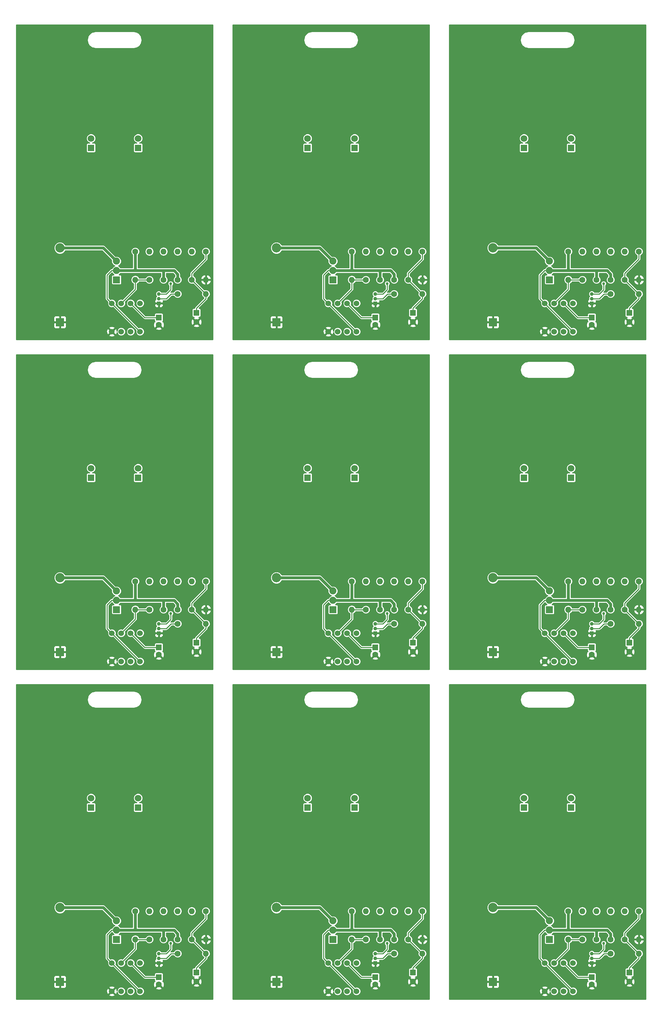
<source format=gtl>
G04 #@! TF.FileFunction,Copper,L1,Top,Signal*
%FSLAX46Y46*%
G04 Gerber Fmt 4.6, Leading zero omitted, Abs format (unit mm)*
G04 Created by KiCad (PCBNEW 4.0.7) date 04/29/18 15:13:26*
%MOMM*%
%LPD*%
G01*
G04 APERTURE LIST*
%ADD10C,0.100000*%
%ADD11R,1.900000X1.900000*%
%ADD12C,1.900000*%
%ADD13R,2.170000X2.170000*%
%ADD14C,2.500000*%
%ADD15C,1.600000*%
%ADD16O,1.600000X1.600000*%
%ADD17R,1.000000X1.000000*%
%ADD18C,1.000000*%
%ADD19R,1.800000X1.800000*%
%ADD20C,1.800000*%
%ADD21R,1.600000X1.600000*%
%ADD22C,1.524000*%
%ADD23C,0.762000*%
%ADD24C,0.254000*%
%ADD25C,0.762000*%
G04 APERTURE END LIST*
D10*
D11*
X65532000Y-113030000D03*
D12*
X65532000Y-110530000D03*
X65532000Y-108030000D03*
D13*
X50292000Y-124460000D03*
D14*
X50292000Y-104460000D03*
D15*
X82042000Y-113030000D03*
D16*
X82042000Y-105410000D03*
D15*
X78232000Y-113030000D03*
D16*
X78232000Y-105410000D03*
D15*
X82042000Y-116840000D03*
D16*
X89662000Y-116840000D03*
D15*
X89662000Y-105410000D03*
D16*
X89662000Y-113030000D03*
D15*
X85852000Y-113030000D03*
D16*
X85852000Y-105410000D03*
D15*
X74422000Y-113030000D03*
D16*
X74422000Y-105410000D03*
D15*
X70612000Y-105410000D03*
D16*
X70612000Y-113030000D03*
D17*
X76962000Y-119380000D03*
D18*
X76962000Y-118110000D03*
X76962000Y-116840000D03*
D19*
X71374000Y-77470000D03*
D20*
X71374000Y-74930000D03*
D21*
X87122000Y-121920000D03*
D15*
X87122000Y-124420000D03*
D21*
X76962000Y-123190000D03*
D15*
X76962000Y-125190000D03*
D22*
X64262000Y-127000000D03*
X66802000Y-127000000D03*
X69342000Y-127000000D03*
X71882000Y-127000000D03*
X71882000Y-119380000D03*
X69342000Y-119380000D03*
X66802000Y-119380000D03*
X64262000Y-119380000D03*
D19*
X58674000Y-77470000D03*
D20*
X58674000Y-74930000D03*
D19*
X117094000Y-77470000D03*
D20*
X117094000Y-74930000D03*
D22*
X122682000Y-127000000D03*
X125222000Y-127000000D03*
X127762000Y-127000000D03*
X130302000Y-127000000D03*
X130302000Y-119380000D03*
X127762000Y-119380000D03*
X125222000Y-119380000D03*
X122682000Y-119380000D03*
D21*
X135382000Y-123190000D03*
D15*
X135382000Y-125190000D03*
D21*
X145542000Y-121920000D03*
D15*
X145542000Y-124420000D03*
D19*
X129794000Y-77470000D03*
D20*
X129794000Y-74930000D03*
D17*
X135382000Y-119380000D03*
D18*
X135382000Y-118110000D03*
X135382000Y-116840000D03*
D15*
X129032000Y-105410000D03*
D16*
X129032000Y-113030000D03*
D15*
X132842000Y-113030000D03*
D16*
X132842000Y-105410000D03*
D15*
X144272000Y-113030000D03*
D16*
X144272000Y-105410000D03*
D15*
X148082000Y-105410000D03*
D16*
X148082000Y-113030000D03*
D15*
X140462000Y-116840000D03*
D16*
X148082000Y-116840000D03*
D15*
X136652000Y-113030000D03*
D16*
X136652000Y-105410000D03*
D15*
X140462000Y-113030000D03*
D16*
X140462000Y-105410000D03*
D13*
X108712000Y-124460000D03*
D14*
X108712000Y-104460000D03*
D11*
X123952000Y-113030000D03*
D12*
X123952000Y-110530000D03*
X123952000Y-108030000D03*
D19*
X175514000Y-77470000D03*
D20*
X175514000Y-74930000D03*
D22*
X181102000Y-127000000D03*
X183642000Y-127000000D03*
X186182000Y-127000000D03*
X188722000Y-127000000D03*
X188722000Y-119380000D03*
X186182000Y-119380000D03*
X183642000Y-119380000D03*
X181102000Y-119380000D03*
D21*
X193802000Y-123190000D03*
D15*
X193802000Y-125190000D03*
D21*
X203962000Y-121920000D03*
D15*
X203962000Y-124420000D03*
D19*
X188214000Y-77470000D03*
D20*
X188214000Y-74930000D03*
D17*
X193802000Y-119380000D03*
D18*
X193802000Y-118110000D03*
X193802000Y-116840000D03*
D15*
X187452000Y-105410000D03*
D16*
X187452000Y-113030000D03*
D15*
X191262000Y-113030000D03*
D16*
X191262000Y-105410000D03*
D15*
X202692000Y-113030000D03*
D16*
X202692000Y-105410000D03*
D15*
X206502000Y-105410000D03*
D16*
X206502000Y-113030000D03*
D15*
X198882000Y-116840000D03*
D16*
X206502000Y-116840000D03*
D15*
X195072000Y-113030000D03*
D16*
X195072000Y-105410000D03*
D15*
X198882000Y-113030000D03*
D16*
X198882000Y-105410000D03*
D13*
X167132000Y-124460000D03*
D14*
X167132000Y-104460000D03*
D11*
X182372000Y-113030000D03*
D12*
X182372000Y-110530000D03*
X182372000Y-108030000D03*
D19*
X58674000Y-166370000D03*
D20*
X58674000Y-163830000D03*
D22*
X64262000Y-215900000D03*
X66802000Y-215900000D03*
X69342000Y-215900000D03*
X71882000Y-215900000D03*
X71882000Y-208280000D03*
X69342000Y-208280000D03*
X66802000Y-208280000D03*
X64262000Y-208280000D03*
D21*
X76962000Y-212090000D03*
D15*
X76962000Y-214090000D03*
D21*
X87122000Y-210820000D03*
D15*
X87122000Y-213320000D03*
D19*
X71374000Y-166370000D03*
D20*
X71374000Y-163830000D03*
D17*
X76962000Y-208280000D03*
D18*
X76962000Y-207010000D03*
X76962000Y-205740000D03*
D15*
X70612000Y-194310000D03*
D16*
X70612000Y-201930000D03*
D15*
X74422000Y-201930000D03*
D16*
X74422000Y-194310000D03*
D15*
X85852000Y-201930000D03*
D16*
X85852000Y-194310000D03*
D15*
X89662000Y-194310000D03*
D16*
X89662000Y-201930000D03*
D15*
X82042000Y-205740000D03*
D16*
X89662000Y-205740000D03*
D15*
X78232000Y-201930000D03*
D16*
X78232000Y-194310000D03*
D15*
X82042000Y-201930000D03*
D16*
X82042000Y-194310000D03*
D13*
X50292000Y-213360000D03*
D14*
X50292000Y-193360000D03*
D11*
X65532000Y-201930000D03*
D12*
X65532000Y-199430000D03*
X65532000Y-196930000D03*
D19*
X117094000Y-166370000D03*
D20*
X117094000Y-163830000D03*
D22*
X122682000Y-215900000D03*
X125222000Y-215900000D03*
X127762000Y-215900000D03*
X130302000Y-215900000D03*
X130302000Y-208280000D03*
X127762000Y-208280000D03*
X125222000Y-208280000D03*
X122682000Y-208280000D03*
D21*
X135382000Y-212090000D03*
D15*
X135382000Y-214090000D03*
D21*
X145542000Y-210820000D03*
D15*
X145542000Y-213320000D03*
D19*
X129794000Y-166370000D03*
D20*
X129794000Y-163830000D03*
D17*
X135382000Y-208280000D03*
D18*
X135382000Y-207010000D03*
X135382000Y-205740000D03*
D15*
X129032000Y-194310000D03*
D16*
X129032000Y-201930000D03*
D15*
X132842000Y-201930000D03*
D16*
X132842000Y-194310000D03*
D15*
X144272000Y-201930000D03*
D16*
X144272000Y-194310000D03*
D15*
X148082000Y-194310000D03*
D16*
X148082000Y-201930000D03*
D15*
X140462000Y-205740000D03*
D16*
X148082000Y-205740000D03*
D15*
X136652000Y-201930000D03*
D16*
X136652000Y-194310000D03*
D15*
X140462000Y-201930000D03*
D16*
X140462000Y-194310000D03*
D13*
X108712000Y-213360000D03*
D14*
X108712000Y-193360000D03*
D11*
X123952000Y-201930000D03*
D12*
X123952000Y-199430000D03*
X123952000Y-196930000D03*
D19*
X175514000Y-166370000D03*
D20*
X175514000Y-163830000D03*
D22*
X181102000Y-215900000D03*
X183642000Y-215900000D03*
X186182000Y-215900000D03*
X188722000Y-215900000D03*
X188722000Y-208280000D03*
X186182000Y-208280000D03*
X183642000Y-208280000D03*
X181102000Y-208280000D03*
D21*
X193802000Y-212090000D03*
D15*
X193802000Y-214090000D03*
D21*
X203962000Y-210820000D03*
D15*
X203962000Y-213320000D03*
D19*
X188214000Y-166370000D03*
D20*
X188214000Y-163830000D03*
D17*
X193802000Y-208280000D03*
D18*
X193802000Y-207010000D03*
X193802000Y-205740000D03*
D15*
X187452000Y-194310000D03*
D16*
X187452000Y-201930000D03*
D15*
X191262000Y-201930000D03*
D16*
X191262000Y-194310000D03*
D15*
X202692000Y-201930000D03*
D16*
X202692000Y-194310000D03*
D15*
X206502000Y-194310000D03*
D16*
X206502000Y-201930000D03*
D15*
X198882000Y-205740000D03*
D16*
X206502000Y-205740000D03*
D15*
X195072000Y-201930000D03*
D16*
X195072000Y-194310000D03*
D15*
X198882000Y-201930000D03*
D16*
X198882000Y-194310000D03*
D13*
X167132000Y-213360000D03*
D14*
X167132000Y-193360000D03*
D11*
X182372000Y-201930000D03*
D12*
X182372000Y-199430000D03*
X182372000Y-196930000D03*
D19*
X58674000Y-255270000D03*
D20*
X58674000Y-252730000D03*
D22*
X64262000Y-304800000D03*
X66802000Y-304800000D03*
X69342000Y-304800000D03*
X71882000Y-304800000D03*
X71882000Y-297180000D03*
X69342000Y-297180000D03*
X66802000Y-297180000D03*
X64262000Y-297180000D03*
D21*
X76962000Y-300990000D03*
D15*
X76962000Y-302990000D03*
D21*
X87122000Y-299720000D03*
D15*
X87122000Y-302220000D03*
D19*
X71374000Y-255270000D03*
D20*
X71374000Y-252730000D03*
D17*
X76962000Y-297180000D03*
D18*
X76962000Y-295910000D03*
X76962000Y-294640000D03*
D15*
X70612000Y-283210000D03*
D16*
X70612000Y-290830000D03*
D15*
X74422000Y-290830000D03*
D16*
X74422000Y-283210000D03*
D15*
X85852000Y-290830000D03*
D16*
X85852000Y-283210000D03*
D15*
X89662000Y-283210000D03*
D16*
X89662000Y-290830000D03*
D15*
X82042000Y-294640000D03*
D16*
X89662000Y-294640000D03*
D15*
X78232000Y-290830000D03*
D16*
X78232000Y-283210000D03*
D15*
X82042000Y-290830000D03*
D16*
X82042000Y-283210000D03*
D13*
X50292000Y-302260000D03*
D14*
X50292000Y-282260000D03*
D11*
X65532000Y-290830000D03*
D12*
X65532000Y-288330000D03*
X65532000Y-285830000D03*
D19*
X117094000Y-255270000D03*
D20*
X117094000Y-252730000D03*
D22*
X122682000Y-304800000D03*
X125222000Y-304800000D03*
X127762000Y-304800000D03*
X130302000Y-304800000D03*
X130302000Y-297180000D03*
X127762000Y-297180000D03*
X125222000Y-297180000D03*
X122682000Y-297180000D03*
D21*
X135382000Y-300990000D03*
D15*
X135382000Y-302990000D03*
D21*
X145542000Y-299720000D03*
D15*
X145542000Y-302220000D03*
D19*
X129794000Y-255270000D03*
D20*
X129794000Y-252730000D03*
D17*
X135382000Y-297180000D03*
D18*
X135382000Y-295910000D03*
X135382000Y-294640000D03*
D15*
X129032000Y-283210000D03*
D16*
X129032000Y-290830000D03*
D15*
X132842000Y-290830000D03*
D16*
X132842000Y-283210000D03*
D15*
X144272000Y-290830000D03*
D16*
X144272000Y-283210000D03*
D15*
X148082000Y-283210000D03*
D16*
X148082000Y-290830000D03*
D15*
X140462000Y-294640000D03*
D16*
X148082000Y-294640000D03*
D15*
X136652000Y-290830000D03*
D16*
X136652000Y-283210000D03*
D15*
X140462000Y-290830000D03*
D16*
X140462000Y-283210000D03*
D13*
X108712000Y-302260000D03*
D14*
X108712000Y-282260000D03*
D11*
X123952000Y-290830000D03*
D12*
X123952000Y-288330000D03*
X123952000Y-285830000D03*
D19*
X175514000Y-255270000D03*
D20*
X175514000Y-252730000D03*
D22*
X181102000Y-304800000D03*
X183642000Y-304800000D03*
X186182000Y-304800000D03*
X188722000Y-304800000D03*
X188722000Y-297180000D03*
X186182000Y-297180000D03*
X183642000Y-297180000D03*
X181102000Y-297180000D03*
D21*
X193802000Y-300990000D03*
D15*
X193802000Y-302990000D03*
D21*
X203962000Y-299720000D03*
D15*
X203962000Y-302220000D03*
D19*
X188214000Y-255270000D03*
D20*
X188214000Y-252730000D03*
D17*
X193802000Y-297180000D03*
D18*
X193802000Y-295910000D03*
X193802000Y-294640000D03*
D15*
X187452000Y-283210000D03*
D16*
X187452000Y-290830000D03*
D15*
X191262000Y-290830000D03*
D16*
X191262000Y-283210000D03*
D15*
X202692000Y-290830000D03*
D16*
X202692000Y-283210000D03*
D15*
X206502000Y-283210000D03*
D16*
X206502000Y-290830000D03*
D15*
X198882000Y-294640000D03*
D16*
X206502000Y-294640000D03*
D15*
X195072000Y-290830000D03*
D16*
X195072000Y-283210000D03*
D15*
X198882000Y-290830000D03*
D16*
X198882000Y-283210000D03*
D13*
X167132000Y-302260000D03*
D14*
X167132000Y-282260000D03*
D11*
X182372000Y-290830000D03*
D12*
X182372000Y-288330000D03*
X182372000Y-285830000D03*
D23*
X80137000Y-114046000D03*
X138557000Y-114046000D03*
X196977000Y-114046000D03*
X80137000Y-202946000D03*
X138557000Y-202946000D03*
X196977000Y-202946000D03*
X80137000Y-291846000D03*
X138557000Y-291846000D03*
X196977000Y-291846000D03*
D24*
X78994000Y-118110000D02*
X80264000Y-116840000D01*
X80264000Y-116840000D02*
X82042000Y-116840000D01*
X76962000Y-118110000D02*
X78994000Y-118110000D01*
X135382000Y-118110000D02*
X137414000Y-118110000D01*
X138684000Y-116840000D02*
X140462000Y-116840000D01*
X137414000Y-118110000D02*
X138684000Y-116840000D01*
X193802000Y-118110000D02*
X195834000Y-118110000D01*
X197104000Y-116840000D02*
X198882000Y-116840000D01*
X195834000Y-118110000D02*
X197104000Y-116840000D01*
X76962000Y-207010000D02*
X78994000Y-207010000D01*
X80264000Y-205740000D02*
X82042000Y-205740000D01*
X78994000Y-207010000D02*
X80264000Y-205740000D01*
X135382000Y-207010000D02*
X137414000Y-207010000D01*
X138684000Y-205740000D02*
X140462000Y-205740000D01*
X137414000Y-207010000D02*
X138684000Y-205740000D01*
X193802000Y-207010000D02*
X195834000Y-207010000D01*
X197104000Y-205740000D02*
X198882000Y-205740000D01*
X195834000Y-207010000D02*
X197104000Y-205740000D01*
X76962000Y-295910000D02*
X78994000Y-295910000D01*
X80264000Y-294640000D02*
X82042000Y-294640000D01*
X78994000Y-295910000D02*
X80264000Y-294640000D01*
X135382000Y-295910000D02*
X137414000Y-295910000D01*
X138684000Y-294640000D02*
X140462000Y-294640000D01*
X137414000Y-295910000D02*
X138684000Y-294640000D01*
X193802000Y-295910000D02*
X195834000Y-295910000D01*
X197104000Y-294640000D02*
X198882000Y-294640000D01*
X195834000Y-295910000D02*
X197104000Y-294640000D01*
X76962000Y-116840000D02*
X78994000Y-116840000D01*
X78994000Y-116840000D02*
X80137000Y-115697000D01*
X80137000Y-115697000D02*
X80137000Y-114046000D01*
X138557000Y-115697000D02*
X138557000Y-114046000D01*
X137414000Y-116840000D02*
X138557000Y-115697000D01*
X135382000Y-116840000D02*
X137414000Y-116840000D01*
X196977000Y-115697000D02*
X196977000Y-114046000D01*
X195834000Y-116840000D02*
X196977000Y-115697000D01*
X193802000Y-116840000D02*
X195834000Y-116840000D01*
X80137000Y-204597000D02*
X80137000Y-202946000D01*
X78994000Y-205740000D02*
X80137000Y-204597000D01*
X76962000Y-205740000D02*
X78994000Y-205740000D01*
X138557000Y-204597000D02*
X138557000Y-202946000D01*
X137414000Y-205740000D02*
X138557000Y-204597000D01*
X135382000Y-205740000D02*
X137414000Y-205740000D01*
X196977000Y-204597000D02*
X196977000Y-202946000D01*
X195834000Y-205740000D02*
X196977000Y-204597000D01*
X193802000Y-205740000D02*
X195834000Y-205740000D01*
X80137000Y-293497000D02*
X80137000Y-291846000D01*
X78994000Y-294640000D02*
X80137000Y-293497000D01*
X76962000Y-294640000D02*
X78994000Y-294640000D01*
X138557000Y-293497000D02*
X138557000Y-291846000D01*
X137414000Y-294640000D02*
X138557000Y-293497000D01*
X135382000Y-294640000D02*
X137414000Y-294640000D01*
X196977000Y-293497000D02*
X196977000Y-291846000D01*
X195834000Y-294640000D02*
X196977000Y-293497000D01*
X193802000Y-294640000D02*
X195834000Y-294640000D01*
D25*
X65532000Y-110530000D02*
X70612000Y-110530000D01*
X70612000Y-110490000D02*
X70612000Y-110530000D01*
X70612000Y-110530000D02*
X70612000Y-110490000D01*
X70612000Y-105410000D02*
X70612000Y-110530000D01*
D24*
X64222000Y-110530000D02*
X62992000Y-111760000D01*
X62992000Y-111760000D02*
X62992000Y-118110000D01*
X62992000Y-118110000D02*
X64262000Y-119380000D01*
X65532000Y-110530000D02*
X64222000Y-110530000D01*
X64262000Y-119380000D02*
X71882000Y-127000000D01*
D25*
X82042000Y-111506000D02*
X81066000Y-110530000D01*
X78232000Y-110530000D02*
X70612000Y-110530000D01*
X81066000Y-110530000D02*
X78232000Y-110530000D01*
X82042000Y-113030000D02*
X82042000Y-111506000D01*
X78232000Y-110617000D02*
X78232000Y-110530000D01*
X78232000Y-110530000D02*
X78232000Y-110617000D01*
X78232000Y-113030000D02*
X78232000Y-110530000D01*
X136652000Y-113030000D02*
X136652000Y-110530000D01*
X136652000Y-110530000D02*
X136652000Y-110617000D01*
X136652000Y-110617000D02*
X136652000Y-110530000D01*
X140462000Y-113030000D02*
X140462000Y-111506000D01*
X139486000Y-110530000D02*
X136652000Y-110530000D01*
X136652000Y-110530000D02*
X129032000Y-110530000D01*
X140462000Y-111506000D02*
X139486000Y-110530000D01*
D24*
X122682000Y-119380000D02*
X130302000Y-127000000D01*
X123952000Y-110530000D02*
X122642000Y-110530000D01*
X121412000Y-118110000D02*
X122682000Y-119380000D01*
X121412000Y-111760000D02*
X121412000Y-118110000D01*
X122642000Y-110530000D02*
X121412000Y-111760000D01*
D25*
X129032000Y-105410000D02*
X129032000Y-110530000D01*
X129032000Y-110530000D02*
X129032000Y-110490000D01*
X129032000Y-110490000D02*
X129032000Y-110530000D01*
X123952000Y-110530000D02*
X129032000Y-110530000D01*
X195072000Y-113030000D02*
X195072000Y-110530000D01*
X195072000Y-110530000D02*
X195072000Y-110617000D01*
X195072000Y-110617000D02*
X195072000Y-110530000D01*
X198882000Y-113030000D02*
X198882000Y-111506000D01*
X197906000Y-110530000D02*
X195072000Y-110530000D01*
X195072000Y-110530000D02*
X187452000Y-110530000D01*
X198882000Y-111506000D02*
X197906000Y-110530000D01*
D24*
X181102000Y-119380000D02*
X188722000Y-127000000D01*
X182372000Y-110530000D02*
X181062000Y-110530000D01*
X179832000Y-118110000D02*
X181102000Y-119380000D01*
X179832000Y-111760000D02*
X179832000Y-118110000D01*
X181062000Y-110530000D02*
X179832000Y-111760000D01*
D25*
X187452000Y-105410000D02*
X187452000Y-110530000D01*
X187452000Y-110530000D02*
X187452000Y-110490000D01*
X187452000Y-110490000D02*
X187452000Y-110530000D01*
X182372000Y-110530000D02*
X187452000Y-110530000D01*
X78232000Y-201930000D02*
X78232000Y-199430000D01*
X78232000Y-199430000D02*
X78232000Y-199517000D01*
X78232000Y-199517000D02*
X78232000Y-199430000D01*
X82042000Y-201930000D02*
X82042000Y-200406000D01*
X81066000Y-199430000D02*
X78232000Y-199430000D01*
X78232000Y-199430000D02*
X70612000Y-199430000D01*
X82042000Y-200406000D02*
X81066000Y-199430000D01*
D24*
X64262000Y-208280000D02*
X71882000Y-215900000D01*
X65532000Y-199430000D02*
X64222000Y-199430000D01*
X62992000Y-207010000D02*
X64262000Y-208280000D01*
X62992000Y-200660000D02*
X62992000Y-207010000D01*
X64222000Y-199430000D02*
X62992000Y-200660000D01*
D25*
X70612000Y-194310000D02*
X70612000Y-199430000D01*
X70612000Y-199430000D02*
X70612000Y-199390000D01*
X70612000Y-199390000D02*
X70612000Y-199430000D01*
X65532000Y-199430000D02*
X70612000Y-199430000D01*
X136652000Y-201930000D02*
X136652000Y-199430000D01*
X136652000Y-199430000D02*
X136652000Y-199517000D01*
X136652000Y-199517000D02*
X136652000Y-199430000D01*
X140462000Y-201930000D02*
X140462000Y-200406000D01*
X139486000Y-199430000D02*
X136652000Y-199430000D01*
X136652000Y-199430000D02*
X129032000Y-199430000D01*
X140462000Y-200406000D02*
X139486000Y-199430000D01*
D24*
X122682000Y-208280000D02*
X130302000Y-215900000D01*
X123952000Y-199430000D02*
X122642000Y-199430000D01*
X121412000Y-207010000D02*
X122682000Y-208280000D01*
X121412000Y-200660000D02*
X121412000Y-207010000D01*
X122642000Y-199430000D02*
X121412000Y-200660000D01*
D25*
X129032000Y-194310000D02*
X129032000Y-199430000D01*
X129032000Y-199430000D02*
X129032000Y-199390000D01*
X129032000Y-199390000D02*
X129032000Y-199430000D01*
X123952000Y-199430000D02*
X129032000Y-199430000D01*
X195072000Y-201930000D02*
X195072000Y-199430000D01*
X195072000Y-199430000D02*
X195072000Y-199517000D01*
X195072000Y-199517000D02*
X195072000Y-199430000D01*
X198882000Y-201930000D02*
X198882000Y-200406000D01*
X197906000Y-199430000D02*
X195072000Y-199430000D01*
X195072000Y-199430000D02*
X187452000Y-199430000D01*
X198882000Y-200406000D02*
X197906000Y-199430000D01*
D24*
X181102000Y-208280000D02*
X188722000Y-215900000D01*
X182372000Y-199430000D02*
X181062000Y-199430000D01*
X179832000Y-207010000D02*
X181102000Y-208280000D01*
X179832000Y-200660000D02*
X179832000Y-207010000D01*
X181062000Y-199430000D02*
X179832000Y-200660000D01*
D25*
X187452000Y-194310000D02*
X187452000Y-199430000D01*
X187452000Y-199430000D02*
X187452000Y-199390000D01*
X187452000Y-199390000D02*
X187452000Y-199430000D01*
X182372000Y-199430000D02*
X187452000Y-199430000D01*
X78232000Y-290830000D02*
X78232000Y-288330000D01*
X78232000Y-288330000D02*
X78232000Y-288417000D01*
X78232000Y-288417000D02*
X78232000Y-288330000D01*
X82042000Y-290830000D02*
X82042000Y-289306000D01*
X81066000Y-288330000D02*
X78232000Y-288330000D01*
X78232000Y-288330000D02*
X70612000Y-288330000D01*
X82042000Y-289306000D02*
X81066000Y-288330000D01*
D24*
X64262000Y-297180000D02*
X71882000Y-304800000D01*
X65532000Y-288330000D02*
X64222000Y-288330000D01*
X62992000Y-295910000D02*
X64262000Y-297180000D01*
X62992000Y-289560000D02*
X62992000Y-295910000D01*
X64222000Y-288330000D02*
X62992000Y-289560000D01*
D25*
X70612000Y-283210000D02*
X70612000Y-288330000D01*
X70612000Y-288330000D02*
X70612000Y-288290000D01*
X70612000Y-288290000D02*
X70612000Y-288330000D01*
X65532000Y-288330000D02*
X70612000Y-288330000D01*
X136652000Y-290830000D02*
X136652000Y-288330000D01*
X136652000Y-288330000D02*
X136652000Y-288417000D01*
X136652000Y-288417000D02*
X136652000Y-288330000D01*
X140462000Y-290830000D02*
X140462000Y-289306000D01*
X139486000Y-288330000D02*
X136652000Y-288330000D01*
X136652000Y-288330000D02*
X129032000Y-288330000D01*
X140462000Y-289306000D02*
X139486000Y-288330000D01*
D24*
X122682000Y-297180000D02*
X130302000Y-304800000D01*
X123952000Y-288330000D02*
X122642000Y-288330000D01*
X121412000Y-295910000D02*
X122682000Y-297180000D01*
X121412000Y-289560000D02*
X121412000Y-295910000D01*
X122642000Y-288330000D02*
X121412000Y-289560000D01*
D25*
X129032000Y-283210000D02*
X129032000Y-288330000D01*
X129032000Y-288330000D02*
X129032000Y-288290000D01*
X129032000Y-288290000D02*
X129032000Y-288330000D01*
X123952000Y-288330000D02*
X129032000Y-288330000D01*
X195072000Y-290830000D02*
X195072000Y-288330000D01*
X195072000Y-288330000D02*
X195072000Y-288417000D01*
X195072000Y-288417000D02*
X195072000Y-288330000D01*
X198882000Y-290830000D02*
X198882000Y-289306000D01*
X197906000Y-288330000D02*
X195072000Y-288330000D01*
X195072000Y-288330000D02*
X187452000Y-288330000D01*
X198882000Y-289306000D02*
X197906000Y-288330000D01*
D24*
X181102000Y-297180000D02*
X188722000Y-304800000D01*
X182372000Y-288330000D02*
X181062000Y-288330000D01*
X179832000Y-295910000D02*
X181102000Y-297180000D01*
X179832000Y-289560000D02*
X179832000Y-295910000D01*
X181062000Y-288330000D02*
X179832000Y-289560000D01*
D25*
X187452000Y-283210000D02*
X187452000Y-288330000D01*
X187452000Y-288330000D02*
X187452000Y-288290000D01*
X187452000Y-288290000D02*
X187452000Y-288330000D01*
X182372000Y-288330000D02*
X187452000Y-288330000D01*
X61962000Y-104460000D02*
X65532000Y-108030000D01*
X50292000Y-104460000D02*
X61962000Y-104460000D01*
X108712000Y-104460000D02*
X120382000Y-104460000D01*
X120382000Y-104460000D02*
X123952000Y-108030000D01*
X167132000Y-104460000D02*
X178802000Y-104460000D01*
X178802000Y-104460000D02*
X182372000Y-108030000D01*
X50292000Y-193360000D02*
X61962000Y-193360000D01*
X61962000Y-193360000D02*
X65532000Y-196930000D01*
X108712000Y-193360000D02*
X120382000Y-193360000D01*
X120382000Y-193360000D02*
X123952000Y-196930000D01*
X167132000Y-193360000D02*
X178802000Y-193360000D01*
X178802000Y-193360000D02*
X182372000Y-196930000D01*
X50292000Y-282260000D02*
X61962000Y-282260000D01*
X61962000Y-282260000D02*
X65532000Y-285830000D01*
X108712000Y-282260000D02*
X120382000Y-282260000D01*
X120382000Y-282260000D02*
X123952000Y-285830000D01*
X167132000Y-282260000D02*
X178802000Y-282260000D01*
X178802000Y-282260000D02*
X182372000Y-285830000D01*
D24*
X73152000Y-123190000D02*
X69342000Y-119380000D01*
X76962000Y-123190000D02*
X73152000Y-123190000D01*
X135382000Y-123190000D02*
X131572000Y-123190000D01*
X131572000Y-123190000D02*
X127762000Y-119380000D01*
X193802000Y-123190000D02*
X189992000Y-123190000D01*
X189992000Y-123190000D02*
X186182000Y-119380000D01*
X76962000Y-212090000D02*
X73152000Y-212090000D01*
X73152000Y-212090000D02*
X69342000Y-208280000D01*
X135382000Y-212090000D02*
X131572000Y-212090000D01*
X131572000Y-212090000D02*
X127762000Y-208280000D01*
X193802000Y-212090000D02*
X189992000Y-212090000D01*
X189992000Y-212090000D02*
X186182000Y-208280000D01*
X76962000Y-300990000D02*
X73152000Y-300990000D01*
X73152000Y-300990000D02*
X69342000Y-297180000D01*
X135382000Y-300990000D02*
X131572000Y-300990000D01*
X131572000Y-300990000D02*
X127762000Y-297180000D01*
X193802000Y-300990000D02*
X189992000Y-300990000D01*
X189992000Y-300990000D02*
X186182000Y-297180000D01*
X87122000Y-120650000D02*
X89662000Y-118110000D01*
X89662000Y-118110000D02*
X89662000Y-116840000D01*
X87122000Y-121920000D02*
X87122000Y-120650000D01*
X85852000Y-113030000D02*
X89662000Y-116840000D01*
X85852000Y-111252000D02*
X89662000Y-107442000D01*
X89662000Y-107442000D02*
X89662000Y-105410000D01*
X85852000Y-113030000D02*
X85852000Y-111252000D01*
X144272000Y-113030000D02*
X144272000Y-111252000D01*
X148082000Y-107442000D02*
X148082000Y-105410000D01*
X144272000Y-111252000D02*
X148082000Y-107442000D01*
X144272000Y-113030000D02*
X148082000Y-116840000D01*
X145542000Y-121920000D02*
X145542000Y-120650000D01*
X148082000Y-118110000D02*
X148082000Y-116840000D01*
X145542000Y-120650000D02*
X148082000Y-118110000D01*
X202692000Y-113030000D02*
X202692000Y-111252000D01*
X206502000Y-107442000D02*
X206502000Y-105410000D01*
X202692000Y-111252000D02*
X206502000Y-107442000D01*
X202692000Y-113030000D02*
X206502000Y-116840000D01*
X203962000Y-121920000D02*
X203962000Y-120650000D01*
X206502000Y-118110000D02*
X206502000Y-116840000D01*
X203962000Y-120650000D02*
X206502000Y-118110000D01*
X85852000Y-201930000D02*
X85852000Y-200152000D01*
X89662000Y-196342000D02*
X89662000Y-194310000D01*
X85852000Y-200152000D02*
X89662000Y-196342000D01*
X85852000Y-201930000D02*
X89662000Y-205740000D01*
X87122000Y-210820000D02*
X87122000Y-209550000D01*
X89662000Y-207010000D02*
X89662000Y-205740000D01*
X87122000Y-209550000D02*
X89662000Y-207010000D01*
X144272000Y-201930000D02*
X144272000Y-200152000D01*
X148082000Y-196342000D02*
X148082000Y-194310000D01*
X144272000Y-200152000D02*
X148082000Y-196342000D01*
X144272000Y-201930000D02*
X148082000Y-205740000D01*
X145542000Y-210820000D02*
X145542000Y-209550000D01*
X148082000Y-207010000D02*
X148082000Y-205740000D01*
X145542000Y-209550000D02*
X148082000Y-207010000D01*
X202692000Y-201930000D02*
X202692000Y-200152000D01*
X206502000Y-196342000D02*
X206502000Y-194310000D01*
X202692000Y-200152000D02*
X206502000Y-196342000D01*
X202692000Y-201930000D02*
X206502000Y-205740000D01*
X203962000Y-210820000D02*
X203962000Y-209550000D01*
X206502000Y-207010000D02*
X206502000Y-205740000D01*
X203962000Y-209550000D02*
X206502000Y-207010000D01*
X85852000Y-290830000D02*
X85852000Y-289052000D01*
X89662000Y-285242000D02*
X89662000Y-283210000D01*
X85852000Y-289052000D02*
X89662000Y-285242000D01*
X85852000Y-290830000D02*
X89662000Y-294640000D01*
X87122000Y-299720000D02*
X87122000Y-298450000D01*
X89662000Y-295910000D02*
X89662000Y-294640000D01*
X87122000Y-298450000D02*
X89662000Y-295910000D01*
X144272000Y-290830000D02*
X144272000Y-289052000D01*
X148082000Y-285242000D02*
X148082000Y-283210000D01*
X144272000Y-289052000D02*
X148082000Y-285242000D01*
X144272000Y-290830000D02*
X148082000Y-294640000D01*
X145542000Y-299720000D02*
X145542000Y-298450000D01*
X148082000Y-295910000D02*
X148082000Y-294640000D01*
X145542000Y-298450000D02*
X148082000Y-295910000D01*
X202692000Y-290830000D02*
X202692000Y-289052000D01*
X206502000Y-285242000D02*
X206502000Y-283210000D01*
X202692000Y-289052000D02*
X206502000Y-285242000D01*
X202692000Y-290830000D02*
X206502000Y-294640000D01*
X203962000Y-299720000D02*
X203962000Y-298450000D01*
X206502000Y-295910000D02*
X206502000Y-294640000D01*
X203962000Y-298450000D02*
X206502000Y-295910000D01*
X70612000Y-115570000D02*
X70612000Y-113030000D01*
X66802000Y-119380000D02*
X70612000Y-115570000D01*
X74422000Y-113030000D02*
X70612000Y-113030000D01*
X132842000Y-113030000D02*
X129032000Y-113030000D01*
X125222000Y-119380000D02*
X129032000Y-115570000D01*
X129032000Y-115570000D02*
X129032000Y-113030000D01*
X191262000Y-113030000D02*
X187452000Y-113030000D01*
X183642000Y-119380000D02*
X187452000Y-115570000D01*
X187452000Y-115570000D02*
X187452000Y-113030000D01*
X74422000Y-201930000D02*
X70612000Y-201930000D01*
X66802000Y-208280000D02*
X70612000Y-204470000D01*
X70612000Y-204470000D02*
X70612000Y-201930000D01*
X132842000Y-201930000D02*
X129032000Y-201930000D01*
X125222000Y-208280000D02*
X129032000Y-204470000D01*
X129032000Y-204470000D02*
X129032000Y-201930000D01*
X191262000Y-201930000D02*
X187452000Y-201930000D01*
X183642000Y-208280000D02*
X187452000Y-204470000D01*
X187452000Y-204470000D02*
X187452000Y-201930000D01*
X74422000Y-290830000D02*
X70612000Y-290830000D01*
X66802000Y-297180000D02*
X70612000Y-293370000D01*
X70612000Y-293370000D02*
X70612000Y-290830000D01*
X132842000Y-290830000D02*
X129032000Y-290830000D01*
X125222000Y-297180000D02*
X129032000Y-293370000D01*
X129032000Y-293370000D02*
X129032000Y-290830000D01*
X191262000Y-290830000D02*
X187452000Y-290830000D01*
X183642000Y-297180000D02*
X187452000Y-293370000D01*
X187452000Y-293370000D02*
X187452000Y-290830000D01*
G36*
X91554300Y-129146300D02*
X38493700Y-129146300D01*
X38493700Y-127980213D01*
X63461392Y-127980213D01*
X63530857Y-128222397D01*
X64054302Y-128409144D01*
X64609368Y-128381362D01*
X64993143Y-128222397D01*
X65062608Y-127980213D01*
X64262000Y-127179605D01*
X63461392Y-127980213D01*
X38493700Y-127980213D01*
X38493700Y-126792302D01*
X62852856Y-126792302D01*
X62880638Y-127347368D01*
X63039603Y-127731143D01*
X63281787Y-127800608D01*
X64082395Y-127000000D01*
X64441605Y-127000000D01*
X65242213Y-127800608D01*
X65484397Y-127731143D01*
X65661852Y-127233742D01*
X65832446Y-127646612D01*
X66153697Y-127968423D01*
X66573646Y-128142801D01*
X67028359Y-128143198D01*
X67448612Y-127969554D01*
X67770423Y-127648303D01*
X67944801Y-127228354D01*
X67944802Y-127226359D01*
X68198802Y-127226359D01*
X68372446Y-127646612D01*
X68693697Y-127968423D01*
X69113646Y-128142801D01*
X69568359Y-128143198D01*
X69988612Y-127969554D01*
X70310423Y-127648303D01*
X70484801Y-127228354D01*
X70485198Y-126773641D01*
X70311554Y-126353388D01*
X69990303Y-126031577D01*
X69570354Y-125857199D01*
X69115641Y-125856802D01*
X68695388Y-126030446D01*
X68373577Y-126351697D01*
X68199199Y-126771646D01*
X68198802Y-127226359D01*
X67944802Y-127226359D01*
X67945198Y-126773641D01*
X67771554Y-126353388D01*
X67450303Y-126031577D01*
X67030354Y-125857199D01*
X66575641Y-125856802D01*
X66155388Y-126030446D01*
X65833577Y-126351697D01*
X65659199Y-126771646D01*
X65659030Y-126965660D01*
X65643362Y-126652632D01*
X65484397Y-126268857D01*
X65242213Y-126199392D01*
X64441605Y-127000000D01*
X64082395Y-127000000D01*
X63281787Y-126199392D01*
X63039603Y-126268857D01*
X62852856Y-126792302D01*
X38493700Y-126792302D01*
X38493700Y-124745750D01*
X48572000Y-124745750D01*
X48572000Y-125671309D01*
X48668673Y-125904698D01*
X48847301Y-126083327D01*
X49080690Y-126180000D01*
X50006250Y-126180000D01*
X50165000Y-126021250D01*
X50165000Y-124587000D01*
X50419000Y-124587000D01*
X50419000Y-126021250D01*
X50577750Y-126180000D01*
X51503310Y-126180000D01*
X51736699Y-126083327D01*
X51800238Y-126019787D01*
X63461392Y-126019787D01*
X64262000Y-126820395D01*
X65062608Y-126019787D01*
X64993143Y-125777603D01*
X64469698Y-125590856D01*
X63914632Y-125618638D01*
X63530857Y-125777603D01*
X63461392Y-126019787D01*
X51800238Y-126019787D01*
X51915327Y-125904698D01*
X52012000Y-125671309D01*
X52012000Y-124745750D01*
X51853250Y-124587000D01*
X50419000Y-124587000D01*
X50165000Y-124587000D01*
X48730750Y-124587000D01*
X48572000Y-124745750D01*
X38493700Y-124745750D01*
X38493700Y-123248691D01*
X48572000Y-123248691D01*
X48572000Y-124174250D01*
X48730750Y-124333000D01*
X50165000Y-124333000D01*
X50165000Y-122898750D01*
X50419000Y-122898750D01*
X50419000Y-124333000D01*
X51853250Y-124333000D01*
X52012000Y-124174250D01*
X52012000Y-123248691D01*
X51915327Y-123015302D01*
X51736699Y-122836673D01*
X51503310Y-122740000D01*
X50577750Y-122740000D01*
X50419000Y-122898750D01*
X50165000Y-122898750D01*
X50006250Y-122740000D01*
X49080690Y-122740000D01*
X48847301Y-122836673D01*
X48668673Y-123015302D01*
X48572000Y-123248691D01*
X38493700Y-123248691D01*
X38493700Y-104783003D01*
X48660718Y-104783003D01*
X48908499Y-105382680D01*
X49366907Y-105841888D01*
X49966151Y-106090716D01*
X50615003Y-106091282D01*
X51214680Y-105843501D01*
X51673888Y-105385093D01*
X51741610Y-105222000D01*
X61646370Y-105222000D01*
X64201220Y-107776851D01*
X64200769Y-108293591D01*
X64402975Y-108782966D01*
X64777065Y-109157709D01*
X65071694Y-109280050D01*
X64779034Y-109400975D01*
X64404291Y-109775065D01*
X64301754Y-110022000D01*
X64222000Y-110022000D01*
X64027597Y-110060669D01*
X63862790Y-110170790D01*
X62632790Y-111400790D01*
X62522669Y-111565597D01*
X62484000Y-111760000D01*
X62484000Y-118110000D01*
X62522669Y-118304403D01*
X62632790Y-118469210D01*
X63176714Y-119013134D01*
X63119199Y-119151646D01*
X63118802Y-119606359D01*
X63292446Y-120026612D01*
X63613697Y-120348423D01*
X64033646Y-120522801D01*
X64488359Y-120523198D01*
X64628764Y-120465184D01*
X70796714Y-126633134D01*
X70739199Y-126771646D01*
X70738802Y-127226359D01*
X70912446Y-127646612D01*
X71233697Y-127968423D01*
X71653646Y-128142801D01*
X72108359Y-128143198D01*
X72528612Y-127969554D01*
X72850423Y-127648303D01*
X73024801Y-127228354D01*
X73025198Y-126773641D01*
X72851554Y-126353388D01*
X72696182Y-126197745D01*
X76133861Y-126197745D01*
X76207995Y-126443864D01*
X76745223Y-126636965D01*
X77315454Y-126609778D01*
X77716005Y-126443864D01*
X77790139Y-126197745D01*
X76962000Y-125369605D01*
X76133861Y-126197745D01*
X72696182Y-126197745D01*
X72530303Y-126031577D01*
X72110354Y-125857199D01*
X71655641Y-125856802D01*
X71515236Y-125914816D01*
X65347286Y-119746866D01*
X65404801Y-119608354D01*
X65404802Y-119606359D01*
X65658802Y-119606359D01*
X65832446Y-120026612D01*
X66153697Y-120348423D01*
X66573646Y-120522801D01*
X67028359Y-120523198D01*
X67448612Y-120349554D01*
X67770423Y-120028303D01*
X67944801Y-119608354D01*
X67944802Y-119606359D01*
X68198802Y-119606359D01*
X68372446Y-120026612D01*
X68693697Y-120348423D01*
X69113646Y-120522801D01*
X69568359Y-120523198D01*
X69708764Y-120465184D01*
X72792790Y-123549210D01*
X72957597Y-123659331D01*
X73152000Y-123698000D01*
X75773536Y-123698000D01*
X75773536Y-123990000D01*
X75800103Y-124131190D01*
X75860819Y-124225545D01*
X75839378Y-124246986D01*
X75954253Y-124361861D01*
X75708136Y-124435995D01*
X75515035Y-124973223D01*
X75542222Y-125543454D01*
X75708136Y-125944005D01*
X75954255Y-126018139D01*
X76782395Y-125190000D01*
X76768252Y-125175858D01*
X76947858Y-124996252D01*
X76962000Y-125010395D01*
X76976142Y-124996252D01*
X77155748Y-125175858D01*
X77141605Y-125190000D01*
X77969745Y-126018139D01*
X78215864Y-125944005D01*
X78401428Y-125427745D01*
X86293861Y-125427745D01*
X86367995Y-125673864D01*
X86905223Y-125866965D01*
X87475454Y-125839778D01*
X87876005Y-125673864D01*
X87950139Y-125427745D01*
X87122000Y-124599605D01*
X86293861Y-125427745D01*
X78401428Y-125427745D01*
X78408965Y-125406777D01*
X78381778Y-124836546D01*
X78215864Y-124435995D01*
X77969747Y-124361861D01*
X78084622Y-124246986D01*
X78062588Y-124224952D01*
X78077434Y-124203223D01*
X85675035Y-124203223D01*
X85702222Y-124773454D01*
X85868136Y-125174005D01*
X86114255Y-125248139D01*
X86942395Y-124420000D01*
X87301605Y-124420000D01*
X88129745Y-125248139D01*
X88375864Y-125174005D01*
X88568965Y-124636777D01*
X88541778Y-124066546D01*
X88375864Y-123665995D01*
X88129745Y-123591861D01*
X87301605Y-124420000D01*
X86942395Y-124420000D01*
X86114255Y-123591861D01*
X85868136Y-123665995D01*
X85675035Y-124203223D01*
X78077434Y-124203223D01*
X78119859Y-124141134D01*
X78150464Y-123990000D01*
X78150464Y-122390000D01*
X78123897Y-122248810D01*
X78040454Y-122119135D01*
X77913134Y-122032141D01*
X77762000Y-122001536D01*
X76162000Y-122001536D01*
X76020810Y-122028103D01*
X75891135Y-122111546D01*
X75804141Y-122238866D01*
X75773536Y-122390000D01*
X75773536Y-122682000D01*
X73362420Y-122682000D01*
X70427286Y-119746866D01*
X70484801Y-119608354D01*
X70484802Y-119606359D01*
X70738802Y-119606359D01*
X70912446Y-120026612D01*
X71233697Y-120348423D01*
X71653646Y-120522801D01*
X72108359Y-120523198D01*
X72528612Y-120349554D01*
X72850423Y-120028303D01*
X73000968Y-119665750D01*
X75827000Y-119665750D01*
X75827000Y-120006309D01*
X75923673Y-120239698D01*
X76102301Y-120418327D01*
X76335690Y-120515000D01*
X76676250Y-120515000D01*
X76835000Y-120356250D01*
X76835000Y-119507000D01*
X77089000Y-119507000D01*
X77089000Y-120356250D01*
X77247750Y-120515000D01*
X77588310Y-120515000D01*
X77821699Y-120418327D01*
X78000327Y-120239698D01*
X78097000Y-120006309D01*
X78097000Y-119665750D01*
X77938250Y-119507000D01*
X77089000Y-119507000D01*
X76835000Y-119507000D01*
X75985750Y-119507000D01*
X75827000Y-119665750D01*
X73000968Y-119665750D01*
X73024801Y-119608354D01*
X73025198Y-119153641D01*
X72859943Y-118753691D01*
X75827000Y-118753691D01*
X75827000Y-119094250D01*
X75985750Y-119253000D01*
X76835000Y-119253000D01*
X76835000Y-119233000D01*
X77089000Y-119233000D01*
X77089000Y-119253000D01*
X77938250Y-119253000D01*
X78097000Y-119094250D01*
X78097000Y-118753691D01*
X78040795Y-118618000D01*
X78994000Y-118618000D01*
X79188403Y-118579331D01*
X79353210Y-118469210D01*
X80474420Y-117348000D01*
X80974058Y-117348000D01*
X81040213Y-117508109D01*
X81372144Y-117840619D01*
X81806054Y-118020794D01*
X82275885Y-118021204D01*
X82710109Y-117841787D01*
X83042619Y-117509856D01*
X83222794Y-117075946D01*
X83223204Y-116606115D01*
X83043787Y-116171891D01*
X82711856Y-115839381D01*
X82277946Y-115659206D01*
X81808115Y-115658796D01*
X81373891Y-115838213D01*
X81041381Y-116170144D01*
X80974173Y-116332000D01*
X80264000Y-116332000D01*
X80209599Y-116342821D01*
X80496210Y-116056210D01*
X80606331Y-115891404D01*
X80645000Y-115697000D01*
X80645000Y-114615576D01*
X80782615Y-114478202D01*
X80898867Y-114198236D01*
X80899132Y-113895094D01*
X80783368Y-113614926D01*
X80569202Y-113400385D01*
X80289236Y-113284133D01*
X79986094Y-113283868D01*
X79705926Y-113399632D01*
X79491385Y-113613798D01*
X79375133Y-113893764D01*
X79374868Y-114196906D01*
X79490632Y-114477074D01*
X79629000Y-114615684D01*
X79629000Y-115486580D01*
X78783580Y-116332000D01*
X77699723Y-116332000D01*
X77461698Y-116093560D01*
X77138011Y-115959153D01*
X76787527Y-115958847D01*
X76463605Y-116092689D01*
X76215560Y-116340302D01*
X76081153Y-116663989D01*
X76080847Y-117014473D01*
X76214689Y-117338395D01*
X76351077Y-117475021D01*
X76215560Y-117610302D01*
X76081153Y-117933989D01*
X76080847Y-118284473D01*
X76104163Y-118340902D01*
X76102301Y-118341673D01*
X75923673Y-118520302D01*
X75827000Y-118753691D01*
X72859943Y-118753691D01*
X72851554Y-118733388D01*
X72530303Y-118411577D01*
X72110354Y-118237199D01*
X71655641Y-118236802D01*
X71235388Y-118410446D01*
X70913577Y-118731697D01*
X70739199Y-119151646D01*
X70738802Y-119606359D01*
X70484802Y-119606359D01*
X70485198Y-119153641D01*
X70311554Y-118733388D01*
X69990303Y-118411577D01*
X69570354Y-118237199D01*
X69115641Y-118236802D01*
X68695388Y-118410446D01*
X68373577Y-118731697D01*
X68199199Y-119151646D01*
X68198802Y-119606359D01*
X67944802Y-119606359D01*
X67945198Y-119153641D01*
X67887184Y-119013236D01*
X70971210Y-115929210D01*
X71081331Y-115764403D01*
X71120000Y-115570000D01*
X71120000Y-114106787D01*
X71447093Y-113888230D01*
X71681110Y-113538000D01*
X73354058Y-113538000D01*
X73420213Y-113698109D01*
X73752144Y-114030619D01*
X74186054Y-114210794D01*
X74655885Y-114211204D01*
X75090109Y-114031787D01*
X75422619Y-113699856D01*
X75602794Y-113265946D01*
X75603204Y-112796115D01*
X75423787Y-112361891D01*
X75091856Y-112029381D01*
X74657946Y-111849206D01*
X74188115Y-111848796D01*
X73753891Y-112028213D01*
X73421381Y-112360144D01*
X73354173Y-112522000D01*
X71681110Y-112522000D01*
X71447093Y-112171770D01*
X71063949Y-111915761D01*
X70612000Y-111825863D01*
X70160051Y-111915761D01*
X69776907Y-112171770D01*
X69520898Y-112554914D01*
X69431000Y-113006863D01*
X69431000Y-113053137D01*
X69520898Y-113505086D01*
X69776907Y-113888230D01*
X70104000Y-114106787D01*
X70104000Y-115359580D01*
X67168866Y-118294714D01*
X67030354Y-118237199D01*
X66575641Y-118236802D01*
X66155388Y-118410446D01*
X65833577Y-118731697D01*
X65659199Y-119151646D01*
X65658802Y-119606359D01*
X65404802Y-119606359D01*
X65405198Y-119153641D01*
X65231554Y-118733388D01*
X64910303Y-118411577D01*
X64490354Y-118237199D01*
X64035641Y-118236802D01*
X63895236Y-118294816D01*
X63500000Y-117899580D01*
X63500000Y-111970420D01*
X64339960Y-111130460D01*
X64402975Y-111282966D01*
X64777065Y-111657709D01*
X64858529Y-111691536D01*
X64582000Y-111691536D01*
X64440810Y-111718103D01*
X64311135Y-111801546D01*
X64224141Y-111928866D01*
X64193536Y-112080000D01*
X64193536Y-113980000D01*
X64220103Y-114121190D01*
X64303546Y-114250865D01*
X64430866Y-114337859D01*
X64582000Y-114368464D01*
X66482000Y-114368464D01*
X66623190Y-114341897D01*
X66752865Y-114258454D01*
X66839859Y-114131134D01*
X66870464Y-113980000D01*
X66870464Y-112080000D01*
X66843897Y-111938810D01*
X66760454Y-111809135D01*
X66633134Y-111722141D01*
X66482000Y-111691536D01*
X66206284Y-111691536D01*
X66284966Y-111659025D01*
X66652632Y-111292000D01*
X77470000Y-111292000D01*
X77470000Y-112121941D01*
X77231381Y-112360144D01*
X77051206Y-112794054D01*
X77050796Y-113263885D01*
X77230213Y-113698109D01*
X77562144Y-114030619D01*
X77996054Y-114210794D01*
X78465885Y-114211204D01*
X78900109Y-114031787D01*
X79232619Y-113699856D01*
X79412794Y-113265946D01*
X79413204Y-112796115D01*
X79233787Y-112361891D01*
X78994000Y-112121686D01*
X78994000Y-111292000D01*
X80750370Y-111292000D01*
X81280000Y-111821631D01*
X81280000Y-112121941D01*
X81041381Y-112360144D01*
X80861206Y-112794054D01*
X80860796Y-113263885D01*
X81040213Y-113698109D01*
X81372144Y-114030619D01*
X81806054Y-114210794D01*
X82275885Y-114211204D01*
X82710109Y-114031787D01*
X83042619Y-113699856D01*
X83222794Y-113265946D01*
X83222795Y-113263885D01*
X84670796Y-113263885D01*
X84850213Y-113698109D01*
X85182144Y-114030619D01*
X85616054Y-114210794D01*
X86085885Y-114211204D01*
X86247858Y-114144278D01*
X88538448Y-116434868D01*
X88457863Y-116840000D01*
X88547761Y-117291949D01*
X88803770Y-117675093D01*
X89148287Y-117905292D01*
X86762790Y-120290790D01*
X86652669Y-120455597D01*
X86614000Y-120650000D01*
X86614000Y-120731536D01*
X86322000Y-120731536D01*
X86180810Y-120758103D01*
X86051135Y-120841546D01*
X85964141Y-120968866D01*
X85933536Y-121120000D01*
X85933536Y-122720000D01*
X85960103Y-122861190D01*
X86043546Y-122990865D01*
X86170866Y-123077859D01*
X86322000Y-123108464D01*
X86507227Y-123108464D01*
X86367995Y-123166136D01*
X86293861Y-123412255D01*
X87122000Y-124240395D01*
X87950139Y-123412255D01*
X87876005Y-123166136D01*
X87715555Y-123108464D01*
X87922000Y-123108464D01*
X88063190Y-123081897D01*
X88192865Y-122998454D01*
X88279859Y-122871134D01*
X88310464Y-122720000D01*
X88310464Y-121120000D01*
X88283897Y-120978810D01*
X88200454Y-120849135D01*
X88073134Y-120762141D01*
X87922000Y-120731536D01*
X87758884Y-120731536D01*
X90021210Y-118469211D01*
X90131330Y-118304404D01*
X90131331Y-118304403D01*
X90170000Y-118110000D01*
X90170000Y-117909110D01*
X90520230Y-117675093D01*
X90776239Y-117291949D01*
X90866137Y-116840000D01*
X90776239Y-116388051D01*
X90520230Y-116004907D01*
X90137086Y-115748898D01*
X89685137Y-115659000D01*
X89638863Y-115659000D01*
X89272328Y-115731908D01*
X86966359Y-113425939D01*
X86985832Y-113379041D01*
X88270086Y-113379041D01*
X88509611Y-113885134D01*
X88924577Y-114261041D01*
X89312961Y-114421904D01*
X89535000Y-114299915D01*
X89535000Y-113157000D01*
X89789000Y-113157000D01*
X89789000Y-114299915D01*
X90011039Y-114421904D01*
X90399423Y-114261041D01*
X90814389Y-113885134D01*
X91053914Y-113379041D01*
X90932629Y-113157000D01*
X89789000Y-113157000D01*
X89535000Y-113157000D01*
X88391371Y-113157000D01*
X88270086Y-113379041D01*
X86985832Y-113379041D01*
X87032794Y-113265946D01*
X87033204Y-112796115D01*
X86985623Y-112680959D01*
X88270086Y-112680959D01*
X88391371Y-112903000D01*
X89535000Y-112903000D01*
X89535000Y-111760085D01*
X89789000Y-111760085D01*
X89789000Y-112903000D01*
X90932629Y-112903000D01*
X91053914Y-112680959D01*
X90814389Y-112174866D01*
X90399423Y-111798959D01*
X90011039Y-111638096D01*
X89789000Y-111760085D01*
X89535000Y-111760085D01*
X89312961Y-111638096D01*
X88924577Y-111798959D01*
X88509611Y-112174866D01*
X88270086Y-112680959D01*
X86985623Y-112680959D01*
X86853787Y-112361891D01*
X86521856Y-112029381D01*
X86360000Y-111962173D01*
X86360000Y-111462420D01*
X90021210Y-107801210D01*
X90131331Y-107636403D01*
X90170000Y-107442000D01*
X90170000Y-106477942D01*
X90330109Y-106411787D01*
X90662619Y-106079856D01*
X90842794Y-105645946D01*
X90843204Y-105176115D01*
X90663787Y-104741891D01*
X90331856Y-104409381D01*
X89897946Y-104229206D01*
X89428115Y-104228796D01*
X88993891Y-104408213D01*
X88661381Y-104740144D01*
X88481206Y-105174054D01*
X88480796Y-105643885D01*
X88660213Y-106078109D01*
X88992144Y-106410619D01*
X89154000Y-106477827D01*
X89154000Y-107231580D01*
X85492790Y-110892790D01*
X85382669Y-111057597D01*
X85344000Y-111252000D01*
X85344000Y-111962058D01*
X85183891Y-112028213D01*
X84851381Y-112360144D01*
X84671206Y-112794054D01*
X84670796Y-113263885D01*
X83222795Y-113263885D01*
X83223204Y-112796115D01*
X83043787Y-112361891D01*
X82804000Y-112121686D01*
X82804000Y-111506000D01*
X82745996Y-111214395D01*
X82706854Y-111155815D01*
X82580815Y-110967184D01*
X81604815Y-109991185D01*
X81544951Y-109951185D01*
X81357605Y-109826004D01*
X81066000Y-109768000D01*
X71374000Y-109768000D01*
X71374000Y-106318059D01*
X71612619Y-106079856D01*
X71792794Y-105645946D01*
X71793020Y-105386863D01*
X73241000Y-105386863D01*
X73241000Y-105433137D01*
X73330898Y-105885086D01*
X73586907Y-106268230D01*
X73970051Y-106524239D01*
X74422000Y-106614137D01*
X74873949Y-106524239D01*
X75257093Y-106268230D01*
X75513102Y-105885086D01*
X75603000Y-105433137D01*
X75603000Y-105386863D01*
X77051000Y-105386863D01*
X77051000Y-105433137D01*
X77140898Y-105885086D01*
X77396907Y-106268230D01*
X77780051Y-106524239D01*
X78232000Y-106614137D01*
X78683949Y-106524239D01*
X79067093Y-106268230D01*
X79323102Y-105885086D01*
X79413000Y-105433137D01*
X79413000Y-105386863D01*
X80861000Y-105386863D01*
X80861000Y-105433137D01*
X80950898Y-105885086D01*
X81206907Y-106268230D01*
X81590051Y-106524239D01*
X82042000Y-106614137D01*
X82493949Y-106524239D01*
X82877093Y-106268230D01*
X83133102Y-105885086D01*
X83223000Y-105433137D01*
X83223000Y-105386863D01*
X84671000Y-105386863D01*
X84671000Y-105433137D01*
X84760898Y-105885086D01*
X85016907Y-106268230D01*
X85400051Y-106524239D01*
X85852000Y-106614137D01*
X86303949Y-106524239D01*
X86687093Y-106268230D01*
X86943102Y-105885086D01*
X87033000Y-105433137D01*
X87033000Y-105386863D01*
X86943102Y-104934914D01*
X86687093Y-104551770D01*
X86303949Y-104295761D01*
X85852000Y-104205863D01*
X85400051Y-104295761D01*
X85016907Y-104551770D01*
X84760898Y-104934914D01*
X84671000Y-105386863D01*
X83223000Y-105386863D01*
X83133102Y-104934914D01*
X82877093Y-104551770D01*
X82493949Y-104295761D01*
X82042000Y-104205863D01*
X81590051Y-104295761D01*
X81206907Y-104551770D01*
X80950898Y-104934914D01*
X80861000Y-105386863D01*
X79413000Y-105386863D01*
X79323102Y-104934914D01*
X79067093Y-104551770D01*
X78683949Y-104295761D01*
X78232000Y-104205863D01*
X77780051Y-104295761D01*
X77396907Y-104551770D01*
X77140898Y-104934914D01*
X77051000Y-105386863D01*
X75603000Y-105386863D01*
X75513102Y-104934914D01*
X75257093Y-104551770D01*
X74873949Y-104295761D01*
X74422000Y-104205863D01*
X73970051Y-104295761D01*
X73586907Y-104551770D01*
X73330898Y-104934914D01*
X73241000Y-105386863D01*
X71793020Y-105386863D01*
X71793204Y-105176115D01*
X71613787Y-104741891D01*
X71281856Y-104409381D01*
X70847946Y-104229206D01*
X70378115Y-104228796D01*
X69943891Y-104408213D01*
X69611381Y-104740144D01*
X69431206Y-105174054D01*
X69430796Y-105643885D01*
X69610213Y-106078109D01*
X69850000Y-106318314D01*
X69850000Y-109768000D01*
X66652007Y-109768000D01*
X66286935Y-109402291D01*
X65992306Y-109279950D01*
X66284966Y-109159025D01*
X66659709Y-108784935D01*
X66862769Y-108295914D01*
X66863231Y-107766409D01*
X66661025Y-107277034D01*
X66286935Y-106902291D01*
X65797914Y-106699231D01*
X65278409Y-106698778D01*
X62500815Y-103921185D01*
X62253605Y-103756004D01*
X61962000Y-103698000D01*
X51741892Y-103698000D01*
X51675501Y-103537320D01*
X51217093Y-103078112D01*
X50617849Y-102829284D01*
X49968997Y-102828718D01*
X49369320Y-103076499D01*
X48910112Y-103534907D01*
X48661284Y-104134151D01*
X48660718Y-104783003D01*
X38493700Y-104783003D01*
X38493700Y-76570000D01*
X57385536Y-76570000D01*
X57385536Y-78370000D01*
X57412103Y-78511190D01*
X57495546Y-78640865D01*
X57622866Y-78727859D01*
X57774000Y-78758464D01*
X59574000Y-78758464D01*
X59715190Y-78731897D01*
X59844865Y-78648454D01*
X59931859Y-78521134D01*
X59962464Y-78370000D01*
X59962464Y-76570000D01*
X70085536Y-76570000D01*
X70085536Y-78370000D01*
X70112103Y-78511190D01*
X70195546Y-78640865D01*
X70322866Y-78727859D01*
X70474000Y-78758464D01*
X72274000Y-78758464D01*
X72415190Y-78731897D01*
X72544865Y-78648454D01*
X72631859Y-78521134D01*
X72662464Y-78370000D01*
X72662464Y-76570000D01*
X72635897Y-76428810D01*
X72552454Y-76299135D01*
X72425134Y-76212141D01*
X72274000Y-76181536D01*
X71699534Y-76181536D01*
X72098680Y-76016612D01*
X72459345Y-75656575D01*
X72654777Y-75185924D01*
X72655222Y-74676311D01*
X72460612Y-74205320D01*
X72100575Y-73844655D01*
X71629924Y-73649223D01*
X71120311Y-73648778D01*
X70649320Y-73843388D01*
X70288655Y-74203425D01*
X70093223Y-74674076D01*
X70092778Y-75183689D01*
X70287388Y-75654680D01*
X70647425Y-76015345D01*
X71047656Y-76181536D01*
X70474000Y-76181536D01*
X70332810Y-76208103D01*
X70203135Y-76291546D01*
X70116141Y-76418866D01*
X70085536Y-76570000D01*
X59962464Y-76570000D01*
X59935897Y-76428810D01*
X59852454Y-76299135D01*
X59725134Y-76212141D01*
X59574000Y-76181536D01*
X58999534Y-76181536D01*
X59398680Y-76016612D01*
X59759345Y-75656575D01*
X59954777Y-75185924D01*
X59955222Y-74676311D01*
X59760612Y-74205320D01*
X59400575Y-73844655D01*
X58929924Y-73649223D01*
X58420311Y-73648778D01*
X57949320Y-73843388D01*
X57588655Y-74203425D01*
X57393223Y-74674076D01*
X57392778Y-75183689D01*
X57587388Y-75654680D01*
X57947425Y-76015345D01*
X58347656Y-76181536D01*
X57774000Y-76181536D01*
X57632810Y-76208103D01*
X57503135Y-76291546D01*
X57416141Y-76418866D01*
X57385536Y-76570000D01*
X38493700Y-76570000D01*
X38493700Y-48310193D01*
X57652865Y-48310193D01*
X57652865Y-48463807D01*
X57797874Y-49192819D01*
X57832310Y-49275954D01*
X57856660Y-49334740D01*
X58269613Y-49952766D01*
X58378234Y-50061387D01*
X58996259Y-50474340D01*
X59079395Y-50508776D01*
X59138181Y-50533126D01*
X59867193Y-50678135D01*
X59905969Y-50678135D01*
X59944000Y-50685700D01*
X70104000Y-50685700D01*
X70142031Y-50678135D01*
X70180807Y-50678135D01*
X70909819Y-50533126D01*
X70992954Y-50498690D01*
X71051740Y-50474340D01*
X71669766Y-50061387D01*
X71778387Y-49952766D01*
X72191340Y-49334741D01*
X72225776Y-49251605D01*
X72250126Y-49192819D01*
X72395135Y-48463807D01*
X72395135Y-48310193D01*
X72250126Y-47581181D01*
X72225776Y-47522395D01*
X72191340Y-47439259D01*
X71778387Y-46821234D01*
X71669766Y-46712613D01*
X71051740Y-46299660D01*
X70963894Y-46263273D01*
X70909819Y-46240874D01*
X70180807Y-46095865D01*
X70142031Y-46095865D01*
X70104000Y-46088300D01*
X59944000Y-46088300D01*
X59905969Y-46095865D01*
X59867193Y-46095865D01*
X59138181Y-46240874D01*
X59084106Y-46263273D01*
X58996259Y-46299660D01*
X58378234Y-46712613D01*
X58269613Y-46821234D01*
X57856660Y-47439260D01*
X57856660Y-47439261D01*
X57797874Y-47581181D01*
X57652865Y-48310193D01*
X38493700Y-48310193D01*
X38493700Y-44335700D01*
X91554300Y-44335700D01*
X91554300Y-129146300D01*
X91554300Y-129146300D01*
G37*
X91554300Y-129146300D02*
X38493700Y-129146300D01*
X38493700Y-127980213D01*
X63461392Y-127980213D01*
X63530857Y-128222397D01*
X64054302Y-128409144D01*
X64609368Y-128381362D01*
X64993143Y-128222397D01*
X65062608Y-127980213D01*
X64262000Y-127179605D01*
X63461392Y-127980213D01*
X38493700Y-127980213D01*
X38493700Y-126792302D01*
X62852856Y-126792302D01*
X62880638Y-127347368D01*
X63039603Y-127731143D01*
X63281787Y-127800608D01*
X64082395Y-127000000D01*
X64441605Y-127000000D01*
X65242213Y-127800608D01*
X65484397Y-127731143D01*
X65661852Y-127233742D01*
X65832446Y-127646612D01*
X66153697Y-127968423D01*
X66573646Y-128142801D01*
X67028359Y-128143198D01*
X67448612Y-127969554D01*
X67770423Y-127648303D01*
X67944801Y-127228354D01*
X67944802Y-127226359D01*
X68198802Y-127226359D01*
X68372446Y-127646612D01*
X68693697Y-127968423D01*
X69113646Y-128142801D01*
X69568359Y-128143198D01*
X69988612Y-127969554D01*
X70310423Y-127648303D01*
X70484801Y-127228354D01*
X70485198Y-126773641D01*
X70311554Y-126353388D01*
X69990303Y-126031577D01*
X69570354Y-125857199D01*
X69115641Y-125856802D01*
X68695388Y-126030446D01*
X68373577Y-126351697D01*
X68199199Y-126771646D01*
X68198802Y-127226359D01*
X67944802Y-127226359D01*
X67945198Y-126773641D01*
X67771554Y-126353388D01*
X67450303Y-126031577D01*
X67030354Y-125857199D01*
X66575641Y-125856802D01*
X66155388Y-126030446D01*
X65833577Y-126351697D01*
X65659199Y-126771646D01*
X65659030Y-126965660D01*
X65643362Y-126652632D01*
X65484397Y-126268857D01*
X65242213Y-126199392D01*
X64441605Y-127000000D01*
X64082395Y-127000000D01*
X63281787Y-126199392D01*
X63039603Y-126268857D01*
X62852856Y-126792302D01*
X38493700Y-126792302D01*
X38493700Y-124745750D01*
X48572000Y-124745750D01*
X48572000Y-125671309D01*
X48668673Y-125904698D01*
X48847301Y-126083327D01*
X49080690Y-126180000D01*
X50006250Y-126180000D01*
X50165000Y-126021250D01*
X50165000Y-124587000D01*
X50419000Y-124587000D01*
X50419000Y-126021250D01*
X50577750Y-126180000D01*
X51503310Y-126180000D01*
X51736699Y-126083327D01*
X51800238Y-126019787D01*
X63461392Y-126019787D01*
X64262000Y-126820395D01*
X65062608Y-126019787D01*
X64993143Y-125777603D01*
X64469698Y-125590856D01*
X63914632Y-125618638D01*
X63530857Y-125777603D01*
X63461392Y-126019787D01*
X51800238Y-126019787D01*
X51915327Y-125904698D01*
X52012000Y-125671309D01*
X52012000Y-124745750D01*
X51853250Y-124587000D01*
X50419000Y-124587000D01*
X50165000Y-124587000D01*
X48730750Y-124587000D01*
X48572000Y-124745750D01*
X38493700Y-124745750D01*
X38493700Y-123248691D01*
X48572000Y-123248691D01*
X48572000Y-124174250D01*
X48730750Y-124333000D01*
X50165000Y-124333000D01*
X50165000Y-122898750D01*
X50419000Y-122898750D01*
X50419000Y-124333000D01*
X51853250Y-124333000D01*
X52012000Y-124174250D01*
X52012000Y-123248691D01*
X51915327Y-123015302D01*
X51736699Y-122836673D01*
X51503310Y-122740000D01*
X50577750Y-122740000D01*
X50419000Y-122898750D01*
X50165000Y-122898750D01*
X50006250Y-122740000D01*
X49080690Y-122740000D01*
X48847301Y-122836673D01*
X48668673Y-123015302D01*
X48572000Y-123248691D01*
X38493700Y-123248691D01*
X38493700Y-104783003D01*
X48660718Y-104783003D01*
X48908499Y-105382680D01*
X49366907Y-105841888D01*
X49966151Y-106090716D01*
X50615003Y-106091282D01*
X51214680Y-105843501D01*
X51673888Y-105385093D01*
X51741610Y-105222000D01*
X61646370Y-105222000D01*
X64201220Y-107776851D01*
X64200769Y-108293591D01*
X64402975Y-108782966D01*
X64777065Y-109157709D01*
X65071694Y-109280050D01*
X64779034Y-109400975D01*
X64404291Y-109775065D01*
X64301754Y-110022000D01*
X64222000Y-110022000D01*
X64027597Y-110060669D01*
X63862790Y-110170790D01*
X62632790Y-111400790D01*
X62522669Y-111565597D01*
X62484000Y-111760000D01*
X62484000Y-118110000D01*
X62522669Y-118304403D01*
X62632790Y-118469210D01*
X63176714Y-119013134D01*
X63119199Y-119151646D01*
X63118802Y-119606359D01*
X63292446Y-120026612D01*
X63613697Y-120348423D01*
X64033646Y-120522801D01*
X64488359Y-120523198D01*
X64628764Y-120465184D01*
X70796714Y-126633134D01*
X70739199Y-126771646D01*
X70738802Y-127226359D01*
X70912446Y-127646612D01*
X71233697Y-127968423D01*
X71653646Y-128142801D01*
X72108359Y-128143198D01*
X72528612Y-127969554D01*
X72850423Y-127648303D01*
X73024801Y-127228354D01*
X73025198Y-126773641D01*
X72851554Y-126353388D01*
X72696182Y-126197745D01*
X76133861Y-126197745D01*
X76207995Y-126443864D01*
X76745223Y-126636965D01*
X77315454Y-126609778D01*
X77716005Y-126443864D01*
X77790139Y-126197745D01*
X76962000Y-125369605D01*
X76133861Y-126197745D01*
X72696182Y-126197745D01*
X72530303Y-126031577D01*
X72110354Y-125857199D01*
X71655641Y-125856802D01*
X71515236Y-125914816D01*
X65347286Y-119746866D01*
X65404801Y-119608354D01*
X65404802Y-119606359D01*
X65658802Y-119606359D01*
X65832446Y-120026612D01*
X66153697Y-120348423D01*
X66573646Y-120522801D01*
X67028359Y-120523198D01*
X67448612Y-120349554D01*
X67770423Y-120028303D01*
X67944801Y-119608354D01*
X67944802Y-119606359D01*
X68198802Y-119606359D01*
X68372446Y-120026612D01*
X68693697Y-120348423D01*
X69113646Y-120522801D01*
X69568359Y-120523198D01*
X69708764Y-120465184D01*
X72792790Y-123549210D01*
X72957597Y-123659331D01*
X73152000Y-123698000D01*
X75773536Y-123698000D01*
X75773536Y-123990000D01*
X75800103Y-124131190D01*
X75860819Y-124225545D01*
X75839378Y-124246986D01*
X75954253Y-124361861D01*
X75708136Y-124435995D01*
X75515035Y-124973223D01*
X75542222Y-125543454D01*
X75708136Y-125944005D01*
X75954255Y-126018139D01*
X76782395Y-125190000D01*
X76768252Y-125175858D01*
X76947858Y-124996252D01*
X76962000Y-125010395D01*
X76976142Y-124996252D01*
X77155748Y-125175858D01*
X77141605Y-125190000D01*
X77969745Y-126018139D01*
X78215864Y-125944005D01*
X78401428Y-125427745D01*
X86293861Y-125427745D01*
X86367995Y-125673864D01*
X86905223Y-125866965D01*
X87475454Y-125839778D01*
X87876005Y-125673864D01*
X87950139Y-125427745D01*
X87122000Y-124599605D01*
X86293861Y-125427745D01*
X78401428Y-125427745D01*
X78408965Y-125406777D01*
X78381778Y-124836546D01*
X78215864Y-124435995D01*
X77969747Y-124361861D01*
X78084622Y-124246986D01*
X78062588Y-124224952D01*
X78077434Y-124203223D01*
X85675035Y-124203223D01*
X85702222Y-124773454D01*
X85868136Y-125174005D01*
X86114255Y-125248139D01*
X86942395Y-124420000D01*
X87301605Y-124420000D01*
X88129745Y-125248139D01*
X88375864Y-125174005D01*
X88568965Y-124636777D01*
X88541778Y-124066546D01*
X88375864Y-123665995D01*
X88129745Y-123591861D01*
X87301605Y-124420000D01*
X86942395Y-124420000D01*
X86114255Y-123591861D01*
X85868136Y-123665995D01*
X85675035Y-124203223D01*
X78077434Y-124203223D01*
X78119859Y-124141134D01*
X78150464Y-123990000D01*
X78150464Y-122390000D01*
X78123897Y-122248810D01*
X78040454Y-122119135D01*
X77913134Y-122032141D01*
X77762000Y-122001536D01*
X76162000Y-122001536D01*
X76020810Y-122028103D01*
X75891135Y-122111546D01*
X75804141Y-122238866D01*
X75773536Y-122390000D01*
X75773536Y-122682000D01*
X73362420Y-122682000D01*
X70427286Y-119746866D01*
X70484801Y-119608354D01*
X70484802Y-119606359D01*
X70738802Y-119606359D01*
X70912446Y-120026612D01*
X71233697Y-120348423D01*
X71653646Y-120522801D01*
X72108359Y-120523198D01*
X72528612Y-120349554D01*
X72850423Y-120028303D01*
X73000968Y-119665750D01*
X75827000Y-119665750D01*
X75827000Y-120006309D01*
X75923673Y-120239698D01*
X76102301Y-120418327D01*
X76335690Y-120515000D01*
X76676250Y-120515000D01*
X76835000Y-120356250D01*
X76835000Y-119507000D01*
X77089000Y-119507000D01*
X77089000Y-120356250D01*
X77247750Y-120515000D01*
X77588310Y-120515000D01*
X77821699Y-120418327D01*
X78000327Y-120239698D01*
X78097000Y-120006309D01*
X78097000Y-119665750D01*
X77938250Y-119507000D01*
X77089000Y-119507000D01*
X76835000Y-119507000D01*
X75985750Y-119507000D01*
X75827000Y-119665750D01*
X73000968Y-119665750D01*
X73024801Y-119608354D01*
X73025198Y-119153641D01*
X72859943Y-118753691D01*
X75827000Y-118753691D01*
X75827000Y-119094250D01*
X75985750Y-119253000D01*
X76835000Y-119253000D01*
X76835000Y-119233000D01*
X77089000Y-119233000D01*
X77089000Y-119253000D01*
X77938250Y-119253000D01*
X78097000Y-119094250D01*
X78097000Y-118753691D01*
X78040795Y-118618000D01*
X78994000Y-118618000D01*
X79188403Y-118579331D01*
X79353210Y-118469210D01*
X80474420Y-117348000D01*
X80974058Y-117348000D01*
X81040213Y-117508109D01*
X81372144Y-117840619D01*
X81806054Y-118020794D01*
X82275885Y-118021204D01*
X82710109Y-117841787D01*
X83042619Y-117509856D01*
X83222794Y-117075946D01*
X83223204Y-116606115D01*
X83043787Y-116171891D01*
X82711856Y-115839381D01*
X82277946Y-115659206D01*
X81808115Y-115658796D01*
X81373891Y-115838213D01*
X81041381Y-116170144D01*
X80974173Y-116332000D01*
X80264000Y-116332000D01*
X80209599Y-116342821D01*
X80496210Y-116056210D01*
X80606331Y-115891404D01*
X80645000Y-115697000D01*
X80645000Y-114615576D01*
X80782615Y-114478202D01*
X80898867Y-114198236D01*
X80899132Y-113895094D01*
X80783368Y-113614926D01*
X80569202Y-113400385D01*
X80289236Y-113284133D01*
X79986094Y-113283868D01*
X79705926Y-113399632D01*
X79491385Y-113613798D01*
X79375133Y-113893764D01*
X79374868Y-114196906D01*
X79490632Y-114477074D01*
X79629000Y-114615684D01*
X79629000Y-115486580D01*
X78783580Y-116332000D01*
X77699723Y-116332000D01*
X77461698Y-116093560D01*
X77138011Y-115959153D01*
X76787527Y-115958847D01*
X76463605Y-116092689D01*
X76215560Y-116340302D01*
X76081153Y-116663989D01*
X76080847Y-117014473D01*
X76214689Y-117338395D01*
X76351077Y-117475021D01*
X76215560Y-117610302D01*
X76081153Y-117933989D01*
X76080847Y-118284473D01*
X76104163Y-118340902D01*
X76102301Y-118341673D01*
X75923673Y-118520302D01*
X75827000Y-118753691D01*
X72859943Y-118753691D01*
X72851554Y-118733388D01*
X72530303Y-118411577D01*
X72110354Y-118237199D01*
X71655641Y-118236802D01*
X71235388Y-118410446D01*
X70913577Y-118731697D01*
X70739199Y-119151646D01*
X70738802Y-119606359D01*
X70484802Y-119606359D01*
X70485198Y-119153641D01*
X70311554Y-118733388D01*
X69990303Y-118411577D01*
X69570354Y-118237199D01*
X69115641Y-118236802D01*
X68695388Y-118410446D01*
X68373577Y-118731697D01*
X68199199Y-119151646D01*
X68198802Y-119606359D01*
X67944802Y-119606359D01*
X67945198Y-119153641D01*
X67887184Y-119013236D01*
X70971210Y-115929210D01*
X71081331Y-115764403D01*
X71120000Y-115570000D01*
X71120000Y-114106787D01*
X71447093Y-113888230D01*
X71681110Y-113538000D01*
X73354058Y-113538000D01*
X73420213Y-113698109D01*
X73752144Y-114030619D01*
X74186054Y-114210794D01*
X74655885Y-114211204D01*
X75090109Y-114031787D01*
X75422619Y-113699856D01*
X75602794Y-113265946D01*
X75603204Y-112796115D01*
X75423787Y-112361891D01*
X75091856Y-112029381D01*
X74657946Y-111849206D01*
X74188115Y-111848796D01*
X73753891Y-112028213D01*
X73421381Y-112360144D01*
X73354173Y-112522000D01*
X71681110Y-112522000D01*
X71447093Y-112171770D01*
X71063949Y-111915761D01*
X70612000Y-111825863D01*
X70160051Y-111915761D01*
X69776907Y-112171770D01*
X69520898Y-112554914D01*
X69431000Y-113006863D01*
X69431000Y-113053137D01*
X69520898Y-113505086D01*
X69776907Y-113888230D01*
X70104000Y-114106787D01*
X70104000Y-115359580D01*
X67168866Y-118294714D01*
X67030354Y-118237199D01*
X66575641Y-118236802D01*
X66155388Y-118410446D01*
X65833577Y-118731697D01*
X65659199Y-119151646D01*
X65658802Y-119606359D01*
X65404802Y-119606359D01*
X65405198Y-119153641D01*
X65231554Y-118733388D01*
X64910303Y-118411577D01*
X64490354Y-118237199D01*
X64035641Y-118236802D01*
X63895236Y-118294816D01*
X63500000Y-117899580D01*
X63500000Y-111970420D01*
X64339960Y-111130460D01*
X64402975Y-111282966D01*
X64777065Y-111657709D01*
X64858529Y-111691536D01*
X64582000Y-111691536D01*
X64440810Y-111718103D01*
X64311135Y-111801546D01*
X64224141Y-111928866D01*
X64193536Y-112080000D01*
X64193536Y-113980000D01*
X64220103Y-114121190D01*
X64303546Y-114250865D01*
X64430866Y-114337859D01*
X64582000Y-114368464D01*
X66482000Y-114368464D01*
X66623190Y-114341897D01*
X66752865Y-114258454D01*
X66839859Y-114131134D01*
X66870464Y-113980000D01*
X66870464Y-112080000D01*
X66843897Y-111938810D01*
X66760454Y-111809135D01*
X66633134Y-111722141D01*
X66482000Y-111691536D01*
X66206284Y-111691536D01*
X66284966Y-111659025D01*
X66652632Y-111292000D01*
X77470000Y-111292000D01*
X77470000Y-112121941D01*
X77231381Y-112360144D01*
X77051206Y-112794054D01*
X77050796Y-113263885D01*
X77230213Y-113698109D01*
X77562144Y-114030619D01*
X77996054Y-114210794D01*
X78465885Y-114211204D01*
X78900109Y-114031787D01*
X79232619Y-113699856D01*
X79412794Y-113265946D01*
X79413204Y-112796115D01*
X79233787Y-112361891D01*
X78994000Y-112121686D01*
X78994000Y-111292000D01*
X80750370Y-111292000D01*
X81280000Y-111821631D01*
X81280000Y-112121941D01*
X81041381Y-112360144D01*
X80861206Y-112794054D01*
X80860796Y-113263885D01*
X81040213Y-113698109D01*
X81372144Y-114030619D01*
X81806054Y-114210794D01*
X82275885Y-114211204D01*
X82710109Y-114031787D01*
X83042619Y-113699856D01*
X83222794Y-113265946D01*
X83222795Y-113263885D01*
X84670796Y-113263885D01*
X84850213Y-113698109D01*
X85182144Y-114030619D01*
X85616054Y-114210794D01*
X86085885Y-114211204D01*
X86247858Y-114144278D01*
X88538448Y-116434868D01*
X88457863Y-116840000D01*
X88547761Y-117291949D01*
X88803770Y-117675093D01*
X89148287Y-117905292D01*
X86762790Y-120290790D01*
X86652669Y-120455597D01*
X86614000Y-120650000D01*
X86614000Y-120731536D01*
X86322000Y-120731536D01*
X86180810Y-120758103D01*
X86051135Y-120841546D01*
X85964141Y-120968866D01*
X85933536Y-121120000D01*
X85933536Y-122720000D01*
X85960103Y-122861190D01*
X86043546Y-122990865D01*
X86170866Y-123077859D01*
X86322000Y-123108464D01*
X86507227Y-123108464D01*
X86367995Y-123166136D01*
X86293861Y-123412255D01*
X87122000Y-124240395D01*
X87950139Y-123412255D01*
X87876005Y-123166136D01*
X87715555Y-123108464D01*
X87922000Y-123108464D01*
X88063190Y-123081897D01*
X88192865Y-122998454D01*
X88279859Y-122871134D01*
X88310464Y-122720000D01*
X88310464Y-121120000D01*
X88283897Y-120978810D01*
X88200454Y-120849135D01*
X88073134Y-120762141D01*
X87922000Y-120731536D01*
X87758884Y-120731536D01*
X90021210Y-118469211D01*
X90131330Y-118304404D01*
X90131331Y-118304403D01*
X90170000Y-118110000D01*
X90170000Y-117909110D01*
X90520230Y-117675093D01*
X90776239Y-117291949D01*
X90866137Y-116840000D01*
X90776239Y-116388051D01*
X90520230Y-116004907D01*
X90137086Y-115748898D01*
X89685137Y-115659000D01*
X89638863Y-115659000D01*
X89272328Y-115731908D01*
X86966359Y-113425939D01*
X86985832Y-113379041D01*
X88270086Y-113379041D01*
X88509611Y-113885134D01*
X88924577Y-114261041D01*
X89312961Y-114421904D01*
X89535000Y-114299915D01*
X89535000Y-113157000D01*
X89789000Y-113157000D01*
X89789000Y-114299915D01*
X90011039Y-114421904D01*
X90399423Y-114261041D01*
X90814389Y-113885134D01*
X91053914Y-113379041D01*
X90932629Y-113157000D01*
X89789000Y-113157000D01*
X89535000Y-113157000D01*
X88391371Y-113157000D01*
X88270086Y-113379041D01*
X86985832Y-113379041D01*
X87032794Y-113265946D01*
X87033204Y-112796115D01*
X86985623Y-112680959D01*
X88270086Y-112680959D01*
X88391371Y-112903000D01*
X89535000Y-112903000D01*
X89535000Y-111760085D01*
X89789000Y-111760085D01*
X89789000Y-112903000D01*
X90932629Y-112903000D01*
X91053914Y-112680959D01*
X90814389Y-112174866D01*
X90399423Y-111798959D01*
X90011039Y-111638096D01*
X89789000Y-111760085D01*
X89535000Y-111760085D01*
X89312961Y-111638096D01*
X88924577Y-111798959D01*
X88509611Y-112174866D01*
X88270086Y-112680959D01*
X86985623Y-112680959D01*
X86853787Y-112361891D01*
X86521856Y-112029381D01*
X86360000Y-111962173D01*
X86360000Y-111462420D01*
X90021210Y-107801210D01*
X90131331Y-107636403D01*
X90170000Y-107442000D01*
X90170000Y-106477942D01*
X90330109Y-106411787D01*
X90662619Y-106079856D01*
X90842794Y-105645946D01*
X90843204Y-105176115D01*
X90663787Y-104741891D01*
X90331856Y-104409381D01*
X89897946Y-104229206D01*
X89428115Y-104228796D01*
X88993891Y-104408213D01*
X88661381Y-104740144D01*
X88481206Y-105174054D01*
X88480796Y-105643885D01*
X88660213Y-106078109D01*
X88992144Y-106410619D01*
X89154000Y-106477827D01*
X89154000Y-107231580D01*
X85492790Y-110892790D01*
X85382669Y-111057597D01*
X85344000Y-111252000D01*
X85344000Y-111962058D01*
X85183891Y-112028213D01*
X84851381Y-112360144D01*
X84671206Y-112794054D01*
X84670796Y-113263885D01*
X83222795Y-113263885D01*
X83223204Y-112796115D01*
X83043787Y-112361891D01*
X82804000Y-112121686D01*
X82804000Y-111506000D01*
X82745996Y-111214395D01*
X82706854Y-111155815D01*
X82580815Y-110967184D01*
X81604815Y-109991185D01*
X81544951Y-109951185D01*
X81357605Y-109826004D01*
X81066000Y-109768000D01*
X71374000Y-109768000D01*
X71374000Y-106318059D01*
X71612619Y-106079856D01*
X71792794Y-105645946D01*
X71793020Y-105386863D01*
X73241000Y-105386863D01*
X73241000Y-105433137D01*
X73330898Y-105885086D01*
X73586907Y-106268230D01*
X73970051Y-106524239D01*
X74422000Y-106614137D01*
X74873949Y-106524239D01*
X75257093Y-106268230D01*
X75513102Y-105885086D01*
X75603000Y-105433137D01*
X75603000Y-105386863D01*
X77051000Y-105386863D01*
X77051000Y-105433137D01*
X77140898Y-105885086D01*
X77396907Y-106268230D01*
X77780051Y-106524239D01*
X78232000Y-106614137D01*
X78683949Y-106524239D01*
X79067093Y-106268230D01*
X79323102Y-105885086D01*
X79413000Y-105433137D01*
X79413000Y-105386863D01*
X80861000Y-105386863D01*
X80861000Y-105433137D01*
X80950898Y-105885086D01*
X81206907Y-106268230D01*
X81590051Y-106524239D01*
X82042000Y-106614137D01*
X82493949Y-106524239D01*
X82877093Y-106268230D01*
X83133102Y-105885086D01*
X83223000Y-105433137D01*
X83223000Y-105386863D01*
X84671000Y-105386863D01*
X84671000Y-105433137D01*
X84760898Y-105885086D01*
X85016907Y-106268230D01*
X85400051Y-106524239D01*
X85852000Y-106614137D01*
X86303949Y-106524239D01*
X86687093Y-106268230D01*
X86943102Y-105885086D01*
X87033000Y-105433137D01*
X87033000Y-105386863D01*
X86943102Y-104934914D01*
X86687093Y-104551770D01*
X86303949Y-104295761D01*
X85852000Y-104205863D01*
X85400051Y-104295761D01*
X85016907Y-104551770D01*
X84760898Y-104934914D01*
X84671000Y-105386863D01*
X83223000Y-105386863D01*
X83133102Y-104934914D01*
X82877093Y-104551770D01*
X82493949Y-104295761D01*
X82042000Y-104205863D01*
X81590051Y-104295761D01*
X81206907Y-104551770D01*
X80950898Y-104934914D01*
X80861000Y-105386863D01*
X79413000Y-105386863D01*
X79323102Y-104934914D01*
X79067093Y-104551770D01*
X78683949Y-104295761D01*
X78232000Y-104205863D01*
X77780051Y-104295761D01*
X77396907Y-104551770D01*
X77140898Y-104934914D01*
X77051000Y-105386863D01*
X75603000Y-105386863D01*
X75513102Y-104934914D01*
X75257093Y-104551770D01*
X74873949Y-104295761D01*
X74422000Y-104205863D01*
X73970051Y-104295761D01*
X73586907Y-104551770D01*
X73330898Y-104934914D01*
X73241000Y-105386863D01*
X71793020Y-105386863D01*
X71793204Y-105176115D01*
X71613787Y-104741891D01*
X71281856Y-104409381D01*
X70847946Y-104229206D01*
X70378115Y-104228796D01*
X69943891Y-104408213D01*
X69611381Y-104740144D01*
X69431206Y-105174054D01*
X69430796Y-105643885D01*
X69610213Y-106078109D01*
X69850000Y-106318314D01*
X69850000Y-109768000D01*
X66652007Y-109768000D01*
X66286935Y-109402291D01*
X65992306Y-109279950D01*
X66284966Y-109159025D01*
X66659709Y-108784935D01*
X66862769Y-108295914D01*
X66863231Y-107766409D01*
X66661025Y-107277034D01*
X66286935Y-106902291D01*
X65797914Y-106699231D01*
X65278409Y-106698778D01*
X62500815Y-103921185D01*
X62253605Y-103756004D01*
X61962000Y-103698000D01*
X51741892Y-103698000D01*
X51675501Y-103537320D01*
X51217093Y-103078112D01*
X50617849Y-102829284D01*
X49968997Y-102828718D01*
X49369320Y-103076499D01*
X48910112Y-103534907D01*
X48661284Y-104134151D01*
X48660718Y-104783003D01*
X38493700Y-104783003D01*
X38493700Y-76570000D01*
X57385536Y-76570000D01*
X57385536Y-78370000D01*
X57412103Y-78511190D01*
X57495546Y-78640865D01*
X57622866Y-78727859D01*
X57774000Y-78758464D01*
X59574000Y-78758464D01*
X59715190Y-78731897D01*
X59844865Y-78648454D01*
X59931859Y-78521134D01*
X59962464Y-78370000D01*
X59962464Y-76570000D01*
X70085536Y-76570000D01*
X70085536Y-78370000D01*
X70112103Y-78511190D01*
X70195546Y-78640865D01*
X70322866Y-78727859D01*
X70474000Y-78758464D01*
X72274000Y-78758464D01*
X72415190Y-78731897D01*
X72544865Y-78648454D01*
X72631859Y-78521134D01*
X72662464Y-78370000D01*
X72662464Y-76570000D01*
X72635897Y-76428810D01*
X72552454Y-76299135D01*
X72425134Y-76212141D01*
X72274000Y-76181536D01*
X71699534Y-76181536D01*
X72098680Y-76016612D01*
X72459345Y-75656575D01*
X72654777Y-75185924D01*
X72655222Y-74676311D01*
X72460612Y-74205320D01*
X72100575Y-73844655D01*
X71629924Y-73649223D01*
X71120311Y-73648778D01*
X70649320Y-73843388D01*
X70288655Y-74203425D01*
X70093223Y-74674076D01*
X70092778Y-75183689D01*
X70287388Y-75654680D01*
X70647425Y-76015345D01*
X71047656Y-76181536D01*
X70474000Y-76181536D01*
X70332810Y-76208103D01*
X70203135Y-76291546D01*
X70116141Y-76418866D01*
X70085536Y-76570000D01*
X59962464Y-76570000D01*
X59935897Y-76428810D01*
X59852454Y-76299135D01*
X59725134Y-76212141D01*
X59574000Y-76181536D01*
X58999534Y-76181536D01*
X59398680Y-76016612D01*
X59759345Y-75656575D01*
X59954777Y-75185924D01*
X59955222Y-74676311D01*
X59760612Y-74205320D01*
X59400575Y-73844655D01*
X58929924Y-73649223D01*
X58420311Y-73648778D01*
X57949320Y-73843388D01*
X57588655Y-74203425D01*
X57393223Y-74674076D01*
X57392778Y-75183689D01*
X57587388Y-75654680D01*
X57947425Y-76015345D01*
X58347656Y-76181536D01*
X57774000Y-76181536D01*
X57632810Y-76208103D01*
X57503135Y-76291546D01*
X57416141Y-76418866D01*
X57385536Y-76570000D01*
X38493700Y-76570000D01*
X38493700Y-48310193D01*
X57652865Y-48310193D01*
X57652865Y-48463807D01*
X57797874Y-49192819D01*
X57832310Y-49275954D01*
X57856660Y-49334740D01*
X58269613Y-49952766D01*
X58378234Y-50061387D01*
X58996259Y-50474340D01*
X59079395Y-50508776D01*
X59138181Y-50533126D01*
X59867193Y-50678135D01*
X59905969Y-50678135D01*
X59944000Y-50685700D01*
X70104000Y-50685700D01*
X70142031Y-50678135D01*
X70180807Y-50678135D01*
X70909819Y-50533126D01*
X70992954Y-50498690D01*
X71051740Y-50474340D01*
X71669766Y-50061387D01*
X71778387Y-49952766D01*
X72191340Y-49334741D01*
X72225776Y-49251605D01*
X72250126Y-49192819D01*
X72395135Y-48463807D01*
X72395135Y-48310193D01*
X72250126Y-47581181D01*
X72225776Y-47522395D01*
X72191340Y-47439259D01*
X71778387Y-46821234D01*
X71669766Y-46712613D01*
X71051740Y-46299660D01*
X70963894Y-46263273D01*
X70909819Y-46240874D01*
X70180807Y-46095865D01*
X70142031Y-46095865D01*
X70104000Y-46088300D01*
X59944000Y-46088300D01*
X59905969Y-46095865D01*
X59867193Y-46095865D01*
X59138181Y-46240874D01*
X59084106Y-46263273D01*
X58996259Y-46299660D01*
X58378234Y-46712613D01*
X58269613Y-46821234D01*
X57856660Y-47439260D01*
X57856660Y-47439261D01*
X57797874Y-47581181D01*
X57652865Y-48310193D01*
X38493700Y-48310193D01*
X38493700Y-44335700D01*
X91554300Y-44335700D01*
X91554300Y-129146300D01*
G36*
X149974300Y-129146300D02*
X96913700Y-129146300D01*
X96913700Y-127980213D01*
X121881392Y-127980213D01*
X121950857Y-128222397D01*
X122474302Y-128409144D01*
X123029368Y-128381362D01*
X123413143Y-128222397D01*
X123482608Y-127980213D01*
X122682000Y-127179605D01*
X121881392Y-127980213D01*
X96913700Y-127980213D01*
X96913700Y-126792302D01*
X121272856Y-126792302D01*
X121300638Y-127347368D01*
X121459603Y-127731143D01*
X121701787Y-127800608D01*
X122502395Y-127000000D01*
X122861605Y-127000000D01*
X123662213Y-127800608D01*
X123904397Y-127731143D01*
X124081852Y-127233742D01*
X124252446Y-127646612D01*
X124573697Y-127968423D01*
X124993646Y-128142801D01*
X125448359Y-128143198D01*
X125868612Y-127969554D01*
X126190423Y-127648303D01*
X126364801Y-127228354D01*
X126364802Y-127226359D01*
X126618802Y-127226359D01*
X126792446Y-127646612D01*
X127113697Y-127968423D01*
X127533646Y-128142801D01*
X127988359Y-128143198D01*
X128408612Y-127969554D01*
X128730423Y-127648303D01*
X128904801Y-127228354D01*
X128905198Y-126773641D01*
X128731554Y-126353388D01*
X128410303Y-126031577D01*
X127990354Y-125857199D01*
X127535641Y-125856802D01*
X127115388Y-126030446D01*
X126793577Y-126351697D01*
X126619199Y-126771646D01*
X126618802Y-127226359D01*
X126364802Y-127226359D01*
X126365198Y-126773641D01*
X126191554Y-126353388D01*
X125870303Y-126031577D01*
X125450354Y-125857199D01*
X124995641Y-125856802D01*
X124575388Y-126030446D01*
X124253577Y-126351697D01*
X124079199Y-126771646D01*
X124079030Y-126965660D01*
X124063362Y-126652632D01*
X123904397Y-126268857D01*
X123662213Y-126199392D01*
X122861605Y-127000000D01*
X122502395Y-127000000D01*
X121701787Y-126199392D01*
X121459603Y-126268857D01*
X121272856Y-126792302D01*
X96913700Y-126792302D01*
X96913700Y-124745750D01*
X106992000Y-124745750D01*
X106992000Y-125671309D01*
X107088673Y-125904698D01*
X107267301Y-126083327D01*
X107500690Y-126180000D01*
X108426250Y-126180000D01*
X108585000Y-126021250D01*
X108585000Y-124587000D01*
X108839000Y-124587000D01*
X108839000Y-126021250D01*
X108997750Y-126180000D01*
X109923310Y-126180000D01*
X110156699Y-126083327D01*
X110220238Y-126019787D01*
X121881392Y-126019787D01*
X122682000Y-126820395D01*
X123482608Y-126019787D01*
X123413143Y-125777603D01*
X122889698Y-125590856D01*
X122334632Y-125618638D01*
X121950857Y-125777603D01*
X121881392Y-126019787D01*
X110220238Y-126019787D01*
X110335327Y-125904698D01*
X110432000Y-125671309D01*
X110432000Y-124745750D01*
X110273250Y-124587000D01*
X108839000Y-124587000D01*
X108585000Y-124587000D01*
X107150750Y-124587000D01*
X106992000Y-124745750D01*
X96913700Y-124745750D01*
X96913700Y-123248691D01*
X106992000Y-123248691D01*
X106992000Y-124174250D01*
X107150750Y-124333000D01*
X108585000Y-124333000D01*
X108585000Y-122898750D01*
X108839000Y-122898750D01*
X108839000Y-124333000D01*
X110273250Y-124333000D01*
X110432000Y-124174250D01*
X110432000Y-123248691D01*
X110335327Y-123015302D01*
X110156699Y-122836673D01*
X109923310Y-122740000D01*
X108997750Y-122740000D01*
X108839000Y-122898750D01*
X108585000Y-122898750D01*
X108426250Y-122740000D01*
X107500690Y-122740000D01*
X107267301Y-122836673D01*
X107088673Y-123015302D01*
X106992000Y-123248691D01*
X96913700Y-123248691D01*
X96913700Y-104783003D01*
X107080718Y-104783003D01*
X107328499Y-105382680D01*
X107786907Y-105841888D01*
X108386151Y-106090716D01*
X109035003Y-106091282D01*
X109634680Y-105843501D01*
X110093888Y-105385093D01*
X110161610Y-105222000D01*
X120066370Y-105222000D01*
X122621220Y-107776851D01*
X122620769Y-108293591D01*
X122822975Y-108782966D01*
X123197065Y-109157709D01*
X123491694Y-109280050D01*
X123199034Y-109400975D01*
X122824291Y-109775065D01*
X122721754Y-110022000D01*
X122642000Y-110022000D01*
X122447597Y-110060669D01*
X122282790Y-110170790D01*
X121052790Y-111400790D01*
X120942669Y-111565597D01*
X120904000Y-111760000D01*
X120904000Y-118110000D01*
X120942669Y-118304403D01*
X121052790Y-118469210D01*
X121596714Y-119013134D01*
X121539199Y-119151646D01*
X121538802Y-119606359D01*
X121712446Y-120026612D01*
X122033697Y-120348423D01*
X122453646Y-120522801D01*
X122908359Y-120523198D01*
X123048764Y-120465184D01*
X129216714Y-126633134D01*
X129159199Y-126771646D01*
X129158802Y-127226359D01*
X129332446Y-127646612D01*
X129653697Y-127968423D01*
X130073646Y-128142801D01*
X130528359Y-128143198D01*
X130948612Y-127969554D01*
X131270423Y-127648303D01*
X131444801Y-127228354D01*
X131445198Y-126773641D01*
X131271554Y-126353388D01*
X131116182Y-126197745D01*
X134553861Y-126197745D01*
X134627995Y-126443864D01*
X135165223Y-126636965D01*
X135735454Y-126609778D01*
X136136005Y-126443864D01*
X136210139Y-126197745D01*
X135382000Y-125369605D01*
X134553861Y-126197745D01*
X131116182Y-126197745D01*
X130950303Y-126031577D01*
X130530354Y-125857199D01*
X130075641Y-125856802D01*
X129935236Y-125914816D01*
X123767286Y-119746866D01*
X123824801Y-119608354D01*
X123824802Y-119606359D01*
X124078802Y-119606359D01*
X124252446Y-120026612D01*
X124573697Y-120348423D01*
X124993646Y-120522801D01*
X125448359Y-120523198D01*
X125868612Y-120349554D01*
X126190423Y-120028303D01*
X126364801Y-119608354D01*
X126364802Y-119606359D01*
X126618802Y-119606359D01*
X126792446Y-120026612D01*
X127113697Y-120348423D01*
X127533646Y-120522801D01*
X127988359Y-120523198D01*
X128128764Y-120465184D01*
X131212790Y-123549210D01*
X131377597Y-123659331D01*
X131572000Y-123698000D01*
X134193536Y-123698000D01*
X134193536Y-123990000D01*
X134220103Y-124131190D01*
X134280819Y-124225545D01*
X134259378Y-124246986D01*
X134374253Y-124361861D01*
X134128136Y-124435995D01*
X133935035Y-124973223D01*
X133962222Y-125543454D01*
X134128136Y-125944005D01*
X134374255Y-126018139D01*
X135202395Y-125190000D01*
X135188252Y-125175858D01*
X135367858Y-124996252D01*
X135382000Y-125010395D01*
X135396142Y-124996252D01*
X135575748Y-125175858D01*
X135561605Y-125190000D01*
X136389745Y-126018139D01*
X136635864Y-125944005D01*
X136821428Y-125427745D01*
X144713861Y-125427745D01*
X144787995Y-125673864D01*
X145325223Y-125866965D01*
X145895454Y-125839778D01*
X146296005Y-125673864D01*
X146370139Y-125427745D01*
X145542000Y-124599605D01*
X144713861Y-125427745D01*
X136821428Y-125427745D01*
X136828965Y-125406777D01*
X136801778Y-124836546D01*
X136635864Y-124435995D01*
X136389747Y-124361861D01*
X136504622Y-124246986D01*
X136482588Y-124224952D01*
X136497434Y-124203223D01*
X144095035Y-124203223D01*
X144122222Y-124773454D01*
X144288136Y-125174005D01*
X144534255Y-125248139D01*
X145362395Y-124420000D01*
X145721605Y-124420000D01*
X146549745Y-125248139D01*
X146795864Y-125174005D01*
X146988965Y-124636777D01*
X146961778Y-124066546D01*
X146795864Y-123665995D01*
X146549745Y-123591861D01*
X145721605Y-124420000D01*
X145362395Y-124420000D01*
X144534255Y-123591861D01*
X144288136Y-123665995D01*
X144095035Y-124203223D01*
X136497434Y-124203223D01*
X136539859Y-124141134D01*
X136570464Y-123990000D01*
X136570464Y-122390000D01*
X136543897Y-122248810D01*
X136460454Y-122119135D01*
X136333134Y-122032141D01*
X136182000Y-122001536D01*
X134582000Y-122001536D01*
X134440810Y-122028103D01*
X134311135Y-122111546D01*
X134224141Y-122238866D01*
X134193536Y-122390000D01*
X134193536Y-122682000D01*
X131782420Y-122682000D01*
X128847286Y-119746866D01*
X128904801Y-119608354D01*
X128904802Y-119606359D01*
X129158802Y-119606359D01*
X129332446Y-120026612D01*
X129653697Y-120348423D01*
X130073646Y-120522801D01*
X130528359Y-120523198D01*
X130948612Y-120349554D01*
X131270423Y-120028303D01*
X131420968Y-119665750D01*
X134247000Y-119665750D01*
X134247000Y-120006309D01*
X134343673Y-120239698D01*
X134522301Y-120418327D01*
X134755690Y-120515000D01*
X135096250Y-120515000D01*
X135255000Y-120356250D01*
X135255000Y-119507000D01*
X135509000Y-119507000D01*
X135509000Y-120356250D01*
X135667750Y-120515000D01*
X136008310Y-120515000D01*
X136241699Y-120418327D01*
X136420327Y-120239698D01*
X136517000Y-120006309D01*
X136517000Y-119665750D01*
X136358250Y-119507000D01*
X135509000Y-119507000D01*
X135255000Y-119507000D01*
X134405750Y-119507000D01*
X134247000Y-119665750D01*
X131420968Y-119665750D01*
X131444801Y-119608354D01*
X131445198Y-119153641D01*
X131279943Y-118753691D01*
X134247000Y-118753691D01*
X134247000Y-119094250D01*
X134405750Y-119253000D01*
X135255000Y-119253000D01*
X135255000Y-119233000D01*
X135509000Y-119233000D01*
X135509000Y-119253000D01*
X136358250Y-119253000D01*
X136517000Y-119094250D01*
X136517000Y-118753691D01*
X136460795Y-118618000D01*
X137414000Y-118618000D01*
X137608403Y-118579331D01*
X137773210Y-118469210D01*
X138894420Y-117348000D01*
X139394058Y-117348000D01*
X139460213Y-117508109D01*
X139792144Y-117840619D01*
X140226054Y-118020794D01*
X140695885Y-118021204D01*
X141130109Y-117841787D01*
X141462619Y-117509856D01*
X141642794Y-117075946D01*
X141643204Y-116606115D01*
X141463787Y-116171891D01*
X141131856Y-115839381D01*
X140697946Y-115659206D01*
X140228115Y-115658796D01*
X139793891Y-115838213D01*
X139461381Y-116170144D01*
X139394173Y-116332000D01*
X138684000Y-116332000D01*
X138629599Y-116342821D01*
X138916210Y-116056210D01*
X139026331Y-115891404D01*
X139065000Y-115697000D01*
X139065000Y-114615576D01*
X139202615Y-114478202D01*
X139318867Y-114198236D01*
X139319132Y-113895094D01*
X139203368Y-113614926D01*
X138989202Y-113400385D01*
X138709236Y-113284133D01*
X138406094Y-113283868D01*
X138125926Y-113399632D01*
X137911385Y-113613798D01*
X137795133Y-113893764D01*
X137794868Y-114196906D01*
X137910632Y-114477074D01*
X138049000Y-114615684D01*
X138049000Y-115486580D01*
X137203580Y-116332000D01*
X136119723Y-116332000D01*
X135881698Y-116093560D01*
X135558011Y-115959153D01*
X135207527Y-115958847D01*
X134883605Y-116092689D01*
X134635560Y-116340302D01*
X134501153Y-116663989D01*
X134500847Y-117014473D01*
X134634689Y-117338395D01*
X134771077Y-117475021D01*
X134635560Y-117610302D01*
X134501153Y-117933989D01*
X134500847Y-118284473D01*
X134524163Y-118340902D01*
X134522301Y-118341673D01*
X134343673Y-118520302D01*
X134247000Y-118753691D01*
X131279943Y-118753691D01*
X131271554Y-118733388D01*
X130950303Y-118411577D01*
X130530354Y-118237199D01*
X130075641Y-118236802D01*
X129655388Y-118410446D01*
X129333577Y-118731697D01*
X129159199Y-119151646D01*
X129158802Y-119606359D01*
X128904802Y-119606359D01*
X128905198Y-119153641D01*
X128731554Y-118733388D01*
X128410303Y-118411577D01*
X127990354Y-118237199D01*
X127535641Y-118236802D01*
X127115388Y-118410446D01*
X126793577Y-118731697D01*
X126619199Y-119151646D01*
X126618802Y-119606359D01*
X126364802Y-119606359D01*
X126365198Y-119153641D01*
X126307184Y-119013236D01*
X129391210Y-115929210D01*
X129501331Y-115764403D01*
X129540000Y-115570000D01*
X129540000Y-114106787D01*
X129867093Y-113888230D01*
X130101110Y-113538000D01*
X131774058Y-113538000D01*
X131840213Y-113698109D01*
X132172144Y-114030619D01*
X132606054Y-114210794D01*
X133075885Y-114211204D01*
X133510109Y-114031787D01*
X133842619Y-113699856D01*
X134022794Y-113265946D01*
X134023204Y-112796115D01*
X133843787Y-112361891D01*
X133511856Y-112029381D01*
X133077946Y-111849206D01*
X132608115Y-111848796D01*
X132173891Y-112028213D01*
X131841381Y-112360144D01*
X131774173Y-112522000D01*
X130101110Y-112522000D01*
X129867093Y-112171770D01*
X129483949Y-111915761D01*
X129032000Y-111825863D01*
X128580051Y-111915761D01*
X128196907Y-112171770D01*
X127940898Y-112554914D01*
X127851000Y-113006863D01*
X127851000Y-113053137D01*
X127940898Y-113505086D01*
X128196907Y-113888230D01*
X128524000Y-114106787D01*
X128524000Y-115359580D01*
X125588866Y-118294714D01*
X125450354Y-118237199D01*
X124995641Y-118236802D01*
X124575388Y-118410446D01*
X124253577Y-118731697D01*
X124079199Y-119151646D01*
X124078802Y-119606359D01*
X123824802Y-119606359D01*
X123825198Y-119153641D01*
X123651554Y-118733388D01*
X123330303Y-118411577D01*
X122910354Y-118237199D01*
X122455641Y-118236802D01*
X122315236Y-118294816D01*
X121920000Y-117899580D01*
X121920000Y-111970420D01*
X122759960Y-111130460D01*
X122822975Y-111282966D01*
X123197065Y-111657709D01*
X123278529Y-111691536D01*
X123002000Y-111691536D01*
X122860810Y-111718103D01*
X122731135Y-111801546D01*
X122644141Y-111928866D01*
X122613536Y-112080000D01*
X122613536Y-113980000D01*
X122640103Y-114121190D01*
X122723546Y-114250865D01*
X122850866Y-114337859D01*
X123002000Y-114368464D01*
X124902000Y-114368464D01*
X125043190Y-114341897D01*
X125172865Y-114258454D01*
X125259859Y-114131134D01*
X125290464Y-113980000D01*
X125290464Y-112080000D01*
X125263897Y-111938810D01*
X125180454Y-111809135D01*
X125053134Y-111722141D01*
X124902000Y-111691536D01*
X124626284Y-111691536D01*
X124704966Y-111659025D01*
X125072632Y-111292000D01*
X135890000Y-111292000D01*
X135890000Y-112121941D01*
X135651381Y-112360144D01*
X135471206Y-112794054D01*
X135470796Y-113263885D01*
X135650213Y-113698109D01*
X135982144Y-114030619D01*
X136416054Y-114210794D01*
X136885885Y-114211204D01*
X137320109Y-114031787D01*
X137652619Y-113699856D01*
X137832794Y-113265946D01*
X137833204Y-112796115D01*
X137653787Y-112361891D01*
X137414000Y-112121686D01*
X137414000Y-111292000D01*
X139170370Y-111292000D01*
X139700000Y-111821631D01*
X139700000Y-112121941D01*
X139461381Y-112360144D01*
X139281206Y-112794054D01*
X139280796Y-113263885D01*
X139460213Y-113698109D01*
X139792144Y-114030619D01*
X140226054Y-114210794D01*
X140695885Y-114211204D01*
X141130109Y-114031787D01*
X141462619Y-113699856D01*
X141642794Y-113265946D01*
X141642795Y-113263885D01*
X143090796Y-113263885D01*
X143270213Y-113698109D01*
X143602144Y-114030619D01*
X144036054Y-114210794D01*
X144505885Y-114211204D01*
X144667858Y-114144278D01*
X146958448Y-116434868D01*
X146877863Y-116840000D01*
X146967761Y-117291949D01*
X147223770Y-117675093D01*
X147568287Y-117905292D01*
X145182790Y-120290790D01*
X145072669Y-120455597D01*
X145034000Y-120650000D01*
X145034000Y-120731536D01*
X144742000Y-120731536D01*
X144600810Y-120758103D01*
X144471135Y-120841546D01*
X144384141Y-120968866D01*
X144353536Y-121120000D01*
X144353536Y-122720000D01*
X144380103Y-122861190D01*
X144463546Y-122990865D01*
X144590866Y-123077859D01*
X144742000Y-123108464D01*
X144927227Y-123108464D01*
X144787995Y-123166136D01*
X144713861Y-123412255D01*
X145542000Y-124240395D01*
X146370139Y-123412255D01*
X146296005Y-123166136D01*
X146135555Y-123108464D01*
X146342000Y-123108464D01*
X146483190Y-123081897D01*
X146612865Y-122998454D01*
X146699859Y-122871134D01*
X146730464Y-122720000D01*
X146730464Y-121120000D01*
X146703897Y-120978810D01*
X146620454Y-120849135D01*
X146493134Y-120762141D01*
X146342000Y-120731536D01*
X146178884Y-120731536D01*
X148441210Y-118469211D01*
X148551330Y-118304404D01*
X148551331Y-118304403D01*
X148590000Y-118110000D01*
X148590000Y-117909110D01*
X148940230Y-117675093D01*
X149196239Y-117291949D01*
X149286137Y-116840000D01*
X149196239Y-116388051D01*
X148940230Y-116004907D01*
X148557086Y-115748898D01*
X148105137Y-115659000D01*
X148058863Y-115659000D01*
X147692328Y-115731908D01*
X145386359Y-113425939D01*
X145405832Y-113379041D01*
X146690086Y-113379041D01*
X146929611Y-113885134D01*
X147344577Y-114261041D01*
X147732961Y-114421904D01*
X147955000Y-114299915D01*
X147955000Y-113157000D01*
X148209000Y-113157000D01*
X148209000Y-114299915D01*
X148431039Y-114421904D01*
X148819423Y-114261041D01*
X149234389Y-113885134D01*
X149473914Y-113379041D01*
X149352629Y-113157000D01*
X148209000Y-113157000D01*
X147955000Y-113157000D01*
X146811371Y-113157000D01*
X146690086Y-113379041D01*
X145405832Y-113379041D01*
X145452794Y-113265946D01*
X145453204Y-112796115D01*
X145405623Y-112680959D01*
X146690086Y-112680959D01*
X146811371Y-112903000D01*
X147955000Y-112903000D01*
X147955000Y-111760085D01*
X148209000Y-111760085D01*
X148209000Y-112903000D01*
X149352629Y-112903000D01*
X149473914Y-112680959D01*
X149234389Y-112174866D01*
X148819423Y-111798959D01*
X148431039Y-111638096D01*
X148209000Y-111760085D01*
X147955000Y-111760085D01*
X147732961Y-111638096D01*
X147344577Y-111798959D01*
X146929611Y-112174866D01*
X146690086Y-112680959D01*
X145405623Y-112680959D01*
X145273787Y-112361891D01*
X144941856Y-112029381D01*
X144780000Y-111962173D01*
X144780000Y-111462420D01*
X148441210Y-107801210D01*
X148551331Y-107636403D01*
X148590000Y-107442000D01*
X148590000Y-106477942D01*
X148750109Y-106411787D01*
X149082619Y-106079856D01*
X149262794Y-105645946D01*
X149263204Y-105176115D01*
X149083787Y-104741891D01*
X148751856Y-104409381D01*
X148317946Y-104229206D01*
X147848115Y-104228796D01*
X147413891Y-104408213D01*
X147081381Y-104740144D01*
X146901206Y-105174054D01*
X146900796Y-105643885D01*
X147080213Y-106078109D01*
X147412144Y-106410619D01*
X147574000Y-106477827D01*
X147574000Y-107231580D01*
X143912790Y-110892790D01*
X143802669Y-111057597D01*
X143764000Y-111252000D01*
X143764000Y-111962058D01*
X143603891Y-112028213D01*
X143271381Y-112360144D01*
X143091206Y-112794054D01*
X143090796Y-113263885D01*
X141642795Y-113263885D01*
X141643204Y-112796115D01*
X141463787Y-112361891D01*
X141224000Y-112121686D01*
X141224000Y-111506000D01*
X141165996Y-111214395D01*
X141126854Y-111155815D01*
X141000815Y-110967184D01*
X140024815Y-109991185D01*
X139964951Y-109951185D01*
X139777605Y-109826004D01*
X139486000Y-109768000D01*
X129794000Y-109768000D01*
X129794000Y-106318059D01*
X130032619Y-106079856D01*
X130212794Y-105645946D01*
X130213020Y-105386863D01*
X131661000Y-105386863D01*
X131661000Y-105433137D01*
X131750898Y-105885086D01*
X132006907Y-106268230D01*
X132390051Y-106524239D01*
X132842000Y-106614137D01*
X133293949Y-106524239D01*
X133677093Y-106268230D01*
X133933102Y-105885086D01*
X134023000Y-105433137D01*
X134023000Y-105386863D01*
X135471000Y-105386863D01*
X135471000Y-105433137D01*
X135560898Y-105885086D01*
X135816907Y-106268230D01*
X136200051Y-106524239D01*
X136652000Y-106614137D01*
X137103949Y-106524239D01*
X137487093Y-106268230D01*
X137743102Y-105885086D01*
X137833000Y-105433137D01*
X137833000Y-105386863D01*
X139281000Y-105386863D01*
X139281000Y-105433137D01*
X139370898Y-105885086D01*
X139626907Y-106268230D01*
X140010051Y-106524239D01*
X140462000Y-106614137D01*
X140913949Y-106524239D01*
X141297093Y-106268230D01*
X141553102Y-105885086D01*
X141643000Y-105433137D01*
X141643000Y-105386863D01*
X143091000Y-105386863D01*
X143091000Y-105433137D01*
X143180898Y-105885086D01*
X143436907Y-106268230D01*
X143820051Y-106524239D01*
X144272000Y-106614137D01*
X144723949Y-106524239D01*
X145107093Y-106268230D01*
X145363102Y-105885086D01*
X145453000Y-105433137D01*
X145453000Y-105386863D01*
X145363102Y-104934914D01*
X145107093Y-104551770D01*
X144723949Y-104295761D01*
X144272000Y-104205863D01*
X143820051Y-104295761D01*
X143436907Y-104551770D01*
X143180898Y-104934914D01*
X143091000Y-105386863D01*
X141643000Y-105386863D01*
X141553102Y-104934914D01*
X141297093Y-104551770D01*
X140913949Y-104295761D01*
X140462000Y-104205863D01*
X140010051Y-104295761D01*
X139626907Y-104551770D01*
X139370898Y-104934914D01*
X139281000Y-105386863D01*
X137833000Y-105386863D01*
X137743102Y-104934914D01*
X137487093Y-104551770D01*
X137103949Y-104295761D01*
X136652000Y-104205863D01*
X136200051Y-104295761D01*
X135816907Y-104551770D01*
X135560898Y-104934914D01*
X135471000Y-105386863D01*
X134023000Y-105386863D01*
X133933102Y-104934914D01*
X133677093Y-104551770D01*
X133293949Y-104295761D01*
X132842000Y-104205863D01*
X132390051Y-104295761D01*
X132006907Y-104551770D01*
X131750898Y-104934914D01*
X131661000Y-105386863D01*
X130213020Y-105386863D01*
X130213204Y-105176115D01*
X130033787Y-104741891D01*
X129701856Y-104409381D01*
X129267946Y-104229206D01*
X128798115Y-104228796D01*
X128363891Y-104408213D01*
X128031381Y-104740144D01*
X127851206Y-105174054D01*
X127850796Y-105643885D01*
X128030213Y-106078109D01*
X128270000Y-106318314D01*
X128270000Y-109768000D01*
X125072007Y-109768000D01*
X124706935Y-109402291D01*
X124412306Y-109279950D01*
X124704966Y-109159025D01*
X125079709Y-108784935D01*
X125282769Y-108295914D01*
X125283231Y-107766409D01*
X125081025Y-107277034D01*
X124706935Y-106902291D01*
X124217914Y-106699231D01*
X123698409Y-106698778D01*
X120920815Y-103921185D01*
X120673605Y-103756004D01*
X120382000Y-103698000D01*
X110161892Y-103698000D01*
X110095501Y-103537320D01*
X109637093Y-103078112D01*
X109037849Y-102829284D01*
X108388997Y-102828718D01*
X107789320Y-103076499D01*
X107330112Y-103534907D01*
X107081284Y-104134151D01*
X107080718Y-104783003D01*
X96913700Y-104783003D01*
X96913700Y-76570000D01*
X115805536Y-76570000D01*
X115805536Y-78370000D01*
X115832103Y-78511190D01*
X115915546Y-78640865D01*
X116042866Y-78727859D01*
X116194000Y-78758464D01*
X117994000Y-78758464D01*
X118135190Y-78731897D01*
X118264865Y-78648454D01*
X118351859Y-78521134D01*
X118382464Y-78370000D01*
X118382464Y-76570000D01*
X128505536Y-76570000D01*
X128505536Y-78370000D01*
X128532103Y-78511190D01*
X128615546Y-78640865D01*
X128742866Y-78727859D01*
X128894000Y-78758464D01*
X130694000Y-78758464D01*
X130835190Y-78731897D01*
X130964865Y-78648454D01*
X131051859Y-78521134D01*
X131082464Y-78370000D01*
X131082464Y-76570000D01*
X131055897Y-76428810D01*
X130972454Y-76299135D01*
X130845134Y-76212141D01*
X130694000Y-76181536D01*
X130119534Y-76181536D01*
X130518680Y-76016612D01*
X130879345Y-75656575D01*
X131074777Y-75185924D01*
X131075222Y-74676311D01*
X130880612Y-74205320D01*
X130520575Y-73844655D01*
X130049924Y-73649223D01*
X129540311Y-73648778D01*
X129069320Y-73843388D01*
X128708655Y-74203425D01*
X128513223Y-74674076D01*
X128512778Y-75183689D01*
X128707388Y-75654680D01*
X129067425Y-76015345D01*
X129467656Y-76181536D01*
X128894000Y-76181536D01*
X128752810Y-76208103D01*
X128623135Y-76291546D01*
X128536141Y-76418866D01*
X128505536Y-76570000D01*
X118382464Y-76570000D01*
X118355897Y-76428810D01*
X118272454Y-76299135D01*
X118145134Y-76212141D01*
X117994000Y-76181536D01*
X117419534Y-76181536D01*
X117818680Y-76016612D01*
X118179345Y-75656575D01*
X118374777Y-75185924D01*
X118375222Y-74676311D01*
X118180612Y-74205320D01*
X117820575Y-73844655D01*
X117349924Y-73649223D01*
X116840311Y-73648778D01*
X116369320Y-73843388D01*
X116008655Y-74203425D01*
X115813223Y-74674076D01*
X115812778Y-75183689D01*
X116007388Y-75654680D01*
X116367425Y-76015345D01*
X116767656Y-76181536D01*
X116194000Y-76181536D01*
X116052810Y-76208103D01*
X115923135Y-76291546D01*
X115836141Y-76418866D01*
X115805536Y-76570000D01*
X96913700Y-76570000D01*
X96913700Y-48310193D01*
X116072865Y-48310193D01*
X116072865Y-48463807D01*
X116217874Y-49192819D01*
X116252310Y-49275954D01*
X116276660Y-49334740D01*
X116689613Y-49952766D01*
X116798234Y-50061387D01*
X117416259Y-50474340D01*
X117499395Y-50508776D01*
X117558181Y-50533126D01*
X118287193Y-50678135D01*
X118325969Y-50678135D01*
X118364000Y-50685700D01*
X128524000Y-50685700D01*
X128562031Y-50678135D01*
X128600807Y-50678135D01*
X129329819Y-50533126D01*
X129412954Y-50498690D01*
X129471740Y-50474340D01*
X130089766Y-50061387D01*
X130198387Y-49952766D01*
X130611340Y-49334741D01*
X130645776Y-49251605D01*
X130670126Y-49192819D01*
X130815135Y-48463807D01*
X130815135Y-48310193D01*
X130670126Y-47581181D01*
X130645776Y-47522395D01*
X130611340Y-47439259D01*
X130198387Y-46821234D01*
X130089766Y-46712613D01*
X129471740Y-46299660D01*
X129383894Y-46263273D01*
X129329819Y-46240874D01*
X128600807Y-46095865D01*
X128562031Y-46095865D01*
X128524000Y-46088300D01*
X118364000Y-46088300D01*
X118325969Y-46095865D01*
X118287193Y-46095865D01*
X117558181Y-46240874D01*
X117504106Y-46263273D01*
X117416259Y-46299660D01*
X116798234Y-46712613D01*
X116689613Y-46821234D01*
X116276660Y-47439260D01*
X116276660Y-47439261D01*
X116217874Y-47581181D01*
X116072865Y-48310193D01*
X96913700Y-48310193D01*
X96913700Y-44335700D01*
X149974300Y-44335700D01*
X149974300Y-129146300D01*
X149974300Y-129146300D01*
G37*
X149974300Y-129146300D02*
X96913700Y-129146300D01*
X96913700Y-127980213D01*
X121881392Y-127980213D01*
X121950857Y-128222397D01*
X122474302Y-128409144D01*
X123029368Y-128381362D01*
X123413143Y-128222397D01*
X123482608Y-127980213D01*
X122682000Y-127179605D01*
X121881392Y-127980213D01*
X96913700Y-127980213D01*
X96913700Y-126792302D01*
X121272856Y-126792302D01*
X121300638Y-127347368D01*
X121459603Y-127731143D01*
X121701787Y-127800608D01*
X122502395Y-127000000D01*
X122861605Y-127000000D01*
X123662213Y-127800608D01*
X123904397Y-127731143D01*
X124081852Y-127233742D01*
X124252446Y-127646612D01*
X124573697Y-127968423D01*
X124993646Y-128142801D01*
X125448359Y-128143198D01*
X125868612Y-127969554D01*
X126190423Y-127648303D01*
X126364801Y-127228354D01*
X126364802Y-127226359D01*
X126618802Y-127226359D01*
X126792446Y-127646612D01*
X127113697Y-127968423D01*
X127533646Y-128142801D01*
X127988359Y-128143198D01*
X128408612Y-127969554D01*
X128730423Y-127648303D01*
X128904801Y-127228354D01*
X128905198Y-126773641D01*
X128731554Y-126353388D01*
X128410303Y-126031577D01*
X127990354Y-125857199D01*
X127535641Y-125856802D01*
X127115388Y-126030446D01*
X126793577Y-126351697D01*
X126619199Y-126771646D01*
X126618802Y-127226359D01*
X126364802Y-127226359D01*
X126365198Y-126773641D01*
X126191554Y-126353388D01*
X125870303Y-126031577D01*
X125450354Y-125857199D01*
X124995641Y-125856802D01*
X124575388Y-126030446D01*
X124253577Y-126351697D01*
X124079199Y-126771646D01*
X124079030Y-126965660D01*
X124063362Y-126652632D01*
X123904397Y-126268857D01*
X123662213Y-126199392D01*
X122861605Y-127000000D01*
X122502395Y-127000000D01*
X121701787Y-126199392D01*
X121459603Y-126268857D01*
X121272856Y-126792302D01*
X96913700Y-126792302D01*
X96913700Y-124745750D01*
X106992000Y-124745750D01*
X106992000Y-125671309D01*
X107088673Y-125904698D01*
X107267301Y-126083327D01*
X107500690Y-126180000D01*
X108426250Y-126180000D01*
X108585000Y-126021250D01*
X108585000Y-124587000D01*
X108839000Y-124587000D01*
X108839000Y-126021250D01*
X108997750Y-126180000D01*
X109923310Y-126180000D01*
X110156699Y-126083327D01*
X110220238Y-126019787D01*
X121881392Y-126019787D01*
X122682000Y-126820395D01*
X123482608Y-126019787D01*
X123413143Y-125777603D01*
X122889698Y-125590856D01*
X122334632Y-125618638D01*
X121950857Y-125777603D01*
X121881392Y-126019787D01*
X110220238Y-126019787D01*
X110335327Y-125904698D01*
X110432000Y-125671309D01*
X110432000Y-124745750D01*
X110273250Y-124587000D01*
X108839000Y-124587000D01*
X108585000Y-124587000D01*
X107150750Y-124587000D01*
X106992000Y-124745750D01*
X96913700Y-124745750D01*
X96913700Y-123248691D01*
X106992000Y-123248691D01*
X106992000Y-124174250D01*
X107150750Y-124333000D01*
X108585000Y-124333000D01*
X108585000Y-122898750D01*
X108839000Y-122898750D01*
X108839000Y-124333000D01*
X110273250Y-124333000D01*
X110432000Y-124174250D01*
X110432000Y-123248691D01*
X110335327Y-123015302D01*
X110156699Y-122836673D01*
X109923310Y-122740000D01*
X108997750Y-122740000D01*
X108839000Y-122898750D01*
X108585000Y-122898750D01*
X108426250Y-122740000D01*
X107500690Y-122740000D01*
X107267301Y-122836673D01*
X107088673Y-123015302D01*
X106992000Y-123248691D01*
X96913700Y-123248691D01*
X96913700Y-104783003D01*
X107080718Y-104783003D01*
X107328499Y-105382680D01*
X107786907Y-105841888D01*
X108386151Y-106090716D01*
X109035003Y-106091282D01*
X109634680Y-105843501D01*
X110093888Y-105385093D01*
X110161610Y-105222000D01*
X120066370Y-105222000D01*
X122621220Y-107776851D01*
X122620769Y-108293591D01*
X122822975Y-108782966D01*
X123197065Y-109157709D01*
X123491694Y-109280050D01*
X123199034Y-109400975D01*
X122824291Y-109775065D01*
X122721754Y-110022000D01*
X122642000Y-110022000D01*
X122447597Y-110060669D01*
X122282790Y-110170790D01*
X121052790Y-111400790D01*
X120942669Y-111565597D01*
X120904000Y-111760000D01*
X120904000Y-118110000D01*
X120942669Y-118304403D01*
X121052790Y-118469210D01*
X121596714Y-119013134D01*
X121539199Y-119151646D01*
X121538802Y-119606359D01*
X121712446Y-120026612D01*
X122033697Y-120348423D01*
X122453646Y-120522801D01*
X122908359Y-120523198D01*
X123048764Y-120465184D01*
X129216714Y-126633134D01*
X129159199Y-126771646D01*
X129158802Y-127226359D01*
X129332446Y-127646612D01*
X129653697Y-127968423D01*
X130073646Y-128142801D01*
X130528359Y-128143198D01*
X130948612Y-127969554D01*
X131270423Y-127648303D01*
X131444801Y-127228354D01*
X131445198Y-126773641D01*
X131271554Y-126353388D01*
X131116182Y-126197745D01*
X134553861Y-126197745D01*
X134627995Y-126443864D01*
X135165223Y-126636965D01*
X135735454Y-126609778D01*
X136136005Y-126443864D01*
X136210139Y-126197745D01*
X135382000Y-125369605D01*
X134553861Y-126197745D01*
X131116182Y-126197745D01*
X130950303Y-126031577D01*
X130530354Y-125857199D01*
X130075641Y-125856802D01*
X129935236Y-125914816D01*
X123767286Y-119746866D01*
X123824801Y-119608354D01*
X123824802Y-119606359D01*
X124078802Y-119606359D01*
X124252446Y-120026612D01*
X124573697Y-120348423D01*
X124993646Y-120522801D01*
X125448359Y-120523198D01*
X125868612Y-120349554D01*
X126190423Y-120028303D01*
X126364801Y-119608354D01*
X126364802Y-119606359D01*
X126618802Y-119606359D01*
X126792446Y-120026612D01*
X127113697Y-120348423D01*
X127533646Y-120522801D01*
X127988359Y-120523198D01*
X128128764Y-120465184D01*
X131212790Y-123549210D01*
X131377597Y-123659331D01*
X131572000Y-123698000D01*
X134193536Y-123698000D01*
X134193536Y-123990000D01*
X134220103Y-124131190D01*
X134280819Y-124225545D01*
X134259378Y-124246986D01*
X134374253Y-124361861D01*
X134128136Y-124435995D01*
X133935035Y-124973223D01*
X133962222Y-125543454D01*
X134128136Y-125944005D01*
X134374255Y-126018139D01*
X135202395Y-125190000D01*
X135188252Y-125175858D01*
X135367858Y-124996252D01*
X135382000Y-125010395D01*
X135396142Y-124996252D01*
X135575748Y-125175858D01*
X135561605Y-125190000D01*
X136389745Y-126018139D01*
X136635864Y-125944005D01*
X136821428Y-125427745D01*
X144713861Y-125427745D01*
X144787995Y-125673864D01*
X145325223Y-125866965D01*
X145895454Y-125839778D01*
X146296005Y-125673864D01*
X146370139Y-125427745D01*
X145542000Y-124599605D01*
X144713861Y-125427745D01*
X136821428Y-125427745D01*
X136828965Y-125406777D01*
X136801778Y-124836546D01*
X136635864Y-124435995D01*
X136389747Y-124361861D01*
X136504622Y-124246986D01*
X136482588Y-124224952D01*
X136497434Y-124203223D01*
X144095035Y-124203223D01*
X144122222Y-124773454D01*
X144288136Y-125174005D01*
X144534255Y-125248139D01*
X145362395Y-124420000D01*
X145721605Y-124420000D01*
X146549745Y-125248139D01*
X146795864Y-125174005D01*
X146988965Y-124636777D01*
X146961778Y-124066546D01*
X146795864Y-123665995D01*
X146549745Y-123591861D01*
X145721605Y-124420000D01*
X145362395Y-124420000D01*
X144534255Y-123591861D01*
X144288136Y-123665995D01*
X144095035Y-124203223D01*
X136497434Y-124203223D01*
X136539859Y-124141134D01*
X136570464Y-123990000D01*
X136570464Y-122390000D01*
X136543897Y-122248810D01*
X136460454Y-122119135D01*
X136333134Y-122032141D01*
X136182000Y-122001536D01*
X134582000Y-122001536D01*
X134440810Y-122028103D01*
X134311135Y-122111546D01*
X134224141Y-122238866D01*
X134193536Y-122390000D01*
X134193536Y-122682000D01*
X131782420Y-122682000D01*
X128847286Y-119746866D01*
X128904801Y-119608354D01*
X128904802Y-119606359D01*
X129158802Y-119606359D01*
X129332446Y-120026612D01*
X129653697Y-120348423D01*
X130073646Y-120522801D01*
X130528359Y-120523198D01*
X130948612Y-120349554D01*
X131270423Y-120028303D01*
X131420968Y-119665750D01*
X134247000Y-119665750D01*
X134247000Y-120006309D01*
X134343673Y-120239698D01*
X134522301Y-120418327D01*
X134755690Y-120515000D01*
X135096250Y-120515000D01*
X135255000Y-120356250D01*
X135255000Y-119507000D01*
X135509000Y-119507000D01*
X135509000Y-120356250D01*
X135667750Y-120515000D01*
X136008310Y-120515000D01*
X136241699Y-120418327D01*
X136420327Y-120239698D01*
X136517000Y-120006309D01*
X136517000Y-119665750D01*
X136358250Y-119507000D01*
X135509000Y-119507000D01*
X135255000Y-119507000D01*
X134405750Y-119507000D01*
X134247000Y-119665750D01*
X131420968Y-119665750D01*
X131444801Y-119608354D01*
X131445198Y-119153641D01*
X131279943Y-118753691D01*
X134247000Y-118753691D01*
X134247000Y-119094250D01*
X134405750Y-119253000D01*
X135255000Y-119253000D01*
X135255000Y-119233000D01*
X135509000Y-119233000D01*
X135509000Y-119253000D01*
X136358250Y-119253000D01*
X136517000Y-119094250D01*
X136517000Y-118753691D01*
X136460795Y-118618000D01*
X137414000Y-118618000D01*
X137608403Y-118579331D01*
X137773210Y-118469210D01*
X138894420Y-117348000D01*
X139394058Y-117348000D01*
X139460213Y-117508109D01*
X139792144Y-117840619D01*
X140226054Y-118020794D01*
X140695885Y-118021204D01*
X141130109Y-117841787D01*
X141462619Y-117509856D01*
X141642794Y-117075946D01*
X141643204Y-116606115D01*
X141463787Y-116171891D01*
X141131856Y-115839381D01*
X140697946Y-115659206D01*
X140228115Y-115658796D01*
X139793891Y-115838213D01*
X139461381Y-116170144D01*
X139394173Y-116332000D01*
X138684000Y-116332000D01*
X138629599Y-116342821D01*
X138916210Y-116056210D01*
X139026331Y-115891404D01*
X139065000Y-115697000D01*
X139065000Y-114615576D01*
X139202615Y-114478202D01*
X139318867Y-114198236D01*
X139319132Y-113895094D01*
X139203368Y-113614926D01*
X138989202Y-113400385D01*
X138709236Y-113284133D01*
X138406094Y-113283868D01*
X138125926Y-113399632D01*
X137911385Y-113613798D01*
X137795133Y-113893764D01*
X137794868Y-114196906D01*
X137910632Y-114477074D01*
X138049000Y-114615684D01*
X138049000Y-115486580D01*
X137203580Y-116332000D01*
X136119723Y-116332000D01*
X135881698Y-116093560D01*
X135558011Y-115959153D01*
X135207527Y-115958847D01*
X134883605Y-116092689D01*
X134635560Y-116340302D01*
X134501153Y-116663989D01*
X134500847Y-117014473D01*
X134634689Y-117338395D01*
X134771077Y-117475021D01*
X134635560Y-117610302D01*
X134501153Y-117933989D01*
X134500847Y-118284473D01*
X134524163Y-118340902D01*
X134522301Y-118341673D01*
X134343673Y-118520302D01*
X134247000Y-118753691D01*
X131279943Y-118753691D01*
X131271554Y-118733388D01*
X130950303Y-118411577D01*
X130530354Y-118237199D01*
X130075641Y-118236802D01*
X129655388Y-118410446D01*
X129333577Y-118731697D01*
X129159199Y-119151646D01*
X129158802Y-119606359D01*
X128904802Y-119606359D01*
X128905198Y-119153641D01*
X128731554Y-118733388D01*
X128410303Y-118411577D01*
X127990354Y-118237199D01*
X127535641Y-118236802D01*
X127115388Y-118410446D01*
X126793577Y-118731697D01*
X126619199Y-119151646D01*
X126618802Y-119606359D01*
X126364802Y-119606359D01*
X126365198Y-119153641D01*
X126307184Y-119013236D01*
X129391210Y-115929210D01*
X129501331Y-115764403D01*
X129540000Y-115570000D01*
X129540000Y-114106787D01*
X129867093Y-113888230D01*
X130101110Y-113538000D01*
X131774058Y-113538000D01*
X131840213Y-113698109D01*
X132172144Y-114030619D01*
X132606054Y-114210794D01*
X133075885Y-114211204D01*
X133510109Y-114031787D01*
X133842619Y-113699856D01*
X134022794Y-113265946D01*
X134023204Y-112796115D01*
X133843787Y-112361891D01*
X133511856Y-112029381D01*
X133077946Y-111849206D01*
X132608115Y-111848796D01*
X132173891Y-112028213D01*
X131841381Y-112360144D01*
X131774173Y-112522000D01*
X130101110Y-112522000D01*
X129867093Y-112171770D01*
X129483949Y-111915761D01*
X129032000Y-111825863D01*
X128580051Y-111915761D01*
X128196907Y-112171770D01*
X127940898Y-112554914D01*
X127851000Y-113006863D01*
X127851000Y-113053137D01*
X127940898Y-113505086D01*
X128196907Y-113888230D01*
X128524000Y-114106787D01*
X128524000Y-115359580D01*
X125588866Y-118294714D01*
X125450354Y-118237199D01*
X124995641Y-118236802D01*
X124575388Y-118410446D01*
X124253577Y-118731697D01*
X124079199Y-119151646D01*
X124078802Y-119606359D01*
X123824802Y-119606359D01*
X123825198Y-119153641D01*
X123651554Y-118733388D01*
X123330303Y-118411577D01*
X122910354Y-118237199D01*
X122455641Y-118236802D01*
X122315236Y-118294816D01*
X121920000Y-117899580D01*
X121920000Y-111970420D01*
X122759960Y-111130460D01*
X122822975Y-111282966D01*
X123197065Y-111657709D01*
X123278529Y-111691536D01*
X123002000Y-111691536D01*
X122860810Y-111718103D01*
X122731135Y-111801546D01*
X122644141Y-111928866D01*
X122613536Y-112080000D01*
X122613536Y-113980000D01*
X122640103Y-114121190D01*
X122723546Y-114250865D01*
X122850866Y-114337859D01*
X123002000Y-114368464D01*
X124902000Y-114368464D01*
X125043190Y-114341897D01*
X125172865Y-114258454D01*
X125259859Y-114131134D01*
X125290464Y-113980000D01*
X125290464Y-112080000D01*
X125263897Y-111938810D01*
X125180454Y-111809135D01*
X125053134Y-111722141D01*
X124902000Y-111691536D01*
X124626284Y-111691536D01*
X124704966Y-111659025D01*
X125072632Y-111292000D01*
X135890000Y-111292000D01*
X135890000Y-112121941D01*
X135651381Y-112360144D01*
X135471206Y-112794054D01*
X135470796Y-113263885D01*
X135650213Y-113698109D01*
X135982144Y-114030619D01*
X136416054Y-114210794D01*
X136885885Y-114211204D01*
X137320109Y-114031787D01*
X137652619Y-113699856D01*
X137832794Y-113265946D01*
X137833204Y-112796115D01*
X137653787Y-112361891D01*
X137414000Y-112121686D01*
X137414000Y-111292000D01*
X139170370Y-111292000D01*
X139700000Y-111821631D01*
X139700000Y-112121941D01*
X139461381Y-112360144D01*
X139281206Y-112794054D01*
X139280796Y-113263885D01*
X139460213Y-113698109D01*
X139792144Y-114030619D01*
X140226054Y-114210794D01*
X140695885Y-114211204D01*
X141130109Y-114031787D01*
X141462619Y-113699856D01*
X141642794Y-113265946D01*
X141642795Y-113263885D01*
X143090796Y-113263885D01*
X143270213Y-113698109D01*
X143602144Y-114030619D01*
X144036054Y-114210794D01*
X144505885Y-114211204D01*
X144667858Y-114144278D01*
X146958448Y-116434868D01*
X146877863Y-116840000D01*
X146967761Y-117291949D01*
X147223770Y-117675093D01*
X147568287Y-117905292D01*
X145182790Y-120290790D01*
X145072669Y-120455597D01*
X145034000Y-120650000D01*
X145034000Y-120731536D01*
X144742000Y-120731536D01*
X144600810Y-120758103D01*
X144471135Y-120841546D01*
X144384141Y-120968866D01*
X144353536Y-121120000D01*
X144353536Y-122720000D01*
X144380103Y-122861190D01*
X144463546Y-122990865D01*
X144590866Y-123077859D01*
X144742000Y-123108464D01*
X144927227Y-123108464D01*
X144787995Y-123166136D01*
X144713861Y-123412255D01*
X145542000Y-124240395D01*
X146370139Y-123412255D01*
X146296005Y-123166136D01*
X146135555Y-123108464D01*
X146342000Y-123108464D01*
X146483190Y-123081897D01*
X146612865Y-122998454D01*
X146699859Y-122871134D01*
X146730464Y-122720000D01*
X146730464Y-121120000D01*
X146703897Y-120978810D01*
X146620454Y-120849135D01*
X146493134Y-120762141D01*
X146342000Y-120731536D01*
X146178884Y-120731536D01*
X148441210Y-118469211D01*
X148551330Y-118304404D01*
X148551331Y-118304403D01*
X148590000Y-118110000D01*
X148590000Y-117909110D01*
X148940230Y-117675093D01*
X149196239Y-117291949D01*
X149286137Y-116840000D01*
X149196239Y-116388051D01*
X148940230Y-116004907D01*
X148557086Y-115748898D01*
X148105137Y-115659000D01*
X148058863Y-115659000D01*
X147692328Y-115731908D01*
X145386359Y-113425939D01*
X145405832Y-113379041D01*
X146690086Y-113379041D01*
X146929611Y-113885134D01*
X147344577Y-114261041D01*
X147732961Y-114421904D01*
X147955000Y-114299915D01*
X147955000Y-113157000D01*
X148209000Y-113157000D01*
X148209000Y-114299915D01*
X148431039Y-114421904D01*
X148819423Y-114261041D01*
X149234389Y-113885134D01*
X149473914Y-113379041D01*
X149352629Y-113157000D01*
X148209000Y-113157000D01*
X147955000Y-113157000D01*
X146811371Y-113157000D01*
X146690086Y-113379041D01*
X145405832Y-113379041D01*
X145452794Y-113265946D01*
X145453204Y-112796115D01*
X145405623Y-112680959D01*
X146690086Y-112680959D01*
X146811371Y-112903000D01*
X147955000Y-112903000D01*
X147955000Y-111760085D01*
X148209000Y-111760085D01*
X148209000Y-112903000D01*
X149352629Y-112903000D01*
X149473914Y-112680959D01*
X149234389Y-112174866D01*
X148819423Y-111798959D01*
X148431039Y-111638096D01*
X148209000Y-111760085D01*
X147955000Y-111760085D01*
X147732961Y-111638096D01*
X147344577Y-111798959D01*
X146929611Y-112174866D01*
X146690086Y-112680959D01*
X145405623Y-112680959D01*
X145273787Y-112361891D01*
X144941856Y-112029381D01*
X144780000Y-111962173D01*
X144780000Y-111462420D01*
X148441210Y-107801210D01*
X148551331Y-107636403D01*
X148590000Y-107442000D01*
X148590000Y-106477942D01*
X148750109Y-106411787D01*
X149082619Y-106079856D01*
X149262794Y-105645946D01*
X149263204Y-105176115D01*
X149083787Y-104741891D01*
X148751856Y-104409381D01*
X148317946Y-104229206D01*
X147848115Y-104228796D01*
X147413891Y-104408213D01*
X147081381Y-104740144D01*
X146901206Y-105174054D01*
X146900796Y-105643885D01*
X147080213Y-106078109D01*
X147412144Y-106410619D01*
X147574000Y-106477827D01*
X147574000Y-107231580D01*
X143912790Y-110892790D01*
X143802669Y-111057597D01*
X143764000Y-111252000D01*
X143764000Y-111962058D01*
X143603891Y-112028213D01*
X143271381Y-112360144D01*
X143091206Y-112794054D01*
X143090796Y-113263885D01*
X141642795Y-113263885D01*
X141643204Y-112796115D01*
X141463787Y-112361891D01*
X141224000Y-112121686D01*
X141224000Y-111506000D01*
X141165996Y-111214395D01*
X141126854Y-111155815D01*
X141000815Y-110967184D01*
X140024815Y-109991185D01*
X139964951Y-109951185D01*
X139777605Y-109826004D01*
X139486000Y-109768000D01*
X129794000Y-109768000D01*
X129794000Y-106318059D01*
X130032619Y-106079856D01*
X130212794Y-105645946D01*
X130213020Y-105386863D01*
X131661000Y-105386863D01*
X131661000Y-105433137D01*
X131750898Y-105885086D01*
X132006907Y-106268230D01*
X132390051Y-106524239D01*
X132842000Y-106614137D01*
X133293949Y-106524239D01*
X133677093Y-106268230D01*
X133933102Y-105885086D01*
X134023000Y-105433137D01*
X134023000Y-105386863D01*
X135471000Y-105386863D01*
X135471000Y-105433137D01*
X135560898Y-105885086D01*
X135816907Y-106268230D01*
X136200051Y-106524239D01*
X136652000Y-106614137D01*
X137103949Y-106524239D01*
X137487093Y-106268230D01*
X137743102Y-105885086D01*
X137833000Y-105433137D01*
X137833000Y-105386863D01*
X139281000Y-105386863D01*
X139281000Y-105433137D01*
X139370898Y-105885086D01*
X139626907Y-106268230D01*
X140010051Y-106524239D01*
X140462000Y-106614137D01*
X140913949Y-106524239D01*
X141297093Y-106268230D01*
X141553102Y-105885086D01*
X141643000Y-105433137D01*
X141643000Y-105386863D01*
X143091000Y-105386863D01*
X143091000Y-105433137D01*
X143180898Y-105885086D01*
X143436907Y-106268230D01*
X143820051Y-106524239D01*
X144272000Y-106614137D01*
X144723949Y-106524239D01*
X145107093Y-106268230D01*
X145363102Y-105885086D01*
X145453000Y-105433137D01*
X145453000Y-105386863D01*
X145363102Y-104934914D01*
X145107093Y-104551770D01*
X144723949Y-104295761D01*
X144272000Y-104205863D01*
X143820051Y-104295761D01*
X143436907Y-104551770D01*
X143180898Y-104934914D01*
X143091000Y-105386863D01*
X141643000Y-105386863D01*
X141553102Y-104934914D01*
X141297093Y-104551770D01*
X140913949Y-104295761D01*
X140462000Y-104205863D01*
X140010051Y-104295761D01*
X139626907Y-104551770D01*
X139370898Y-104934914D01*
X139281000Y-105386863D01*
X137833000Y-105386863D01*
X137743102Y-104934914D01*
X137487093Y-104551770D01*
X137103949Y-104295761D01*
X136652000Y-104205863D01*
X136200051Y-104295761D01*
X135816907Y-104551770D01*
X135560898Y-104934914D01*
X135471000Y-105386863D01*
X134023000Y-105386863D01*
X133933102Y-104934914D01*
X133677093Y-104551770D01*
X133293949Y-104295761D01*
X132842000Y-104205863D01*
X132390051Y-104295761D01*
X132006907Y-104551770D01*
X131750898Y-104934914D01*
X131661000Y-105386863D01*
X130213020Y-105386863D01*
X130213204Y-105176115D01*
X130033787Y-104741891D01*
X129701856Y-104409381D01*
X129267946Y-104229206D01*
X128798115Y-104228796D01*
X128363891Y-104408213D01*
X128031381Y-104740144D01*
X127851206Y-105174054D01*
X127850796Y-105643885D01*
X128030213Y-106078109D01*
X128270000Y-106318314D01*
X128270000Y-109768000D01*
X125072007Y-109768000D01*
X124706935Y-109402291D01*
X124412306Y-109279950D01*
X124704966Y-109159025D01*
X125079709Y-108784935D01*
X125282769Y-108295914D01*
X125283231Y-107766409D01*
X125081025Y-107277034D01*
X124706935Y-106902291D01*
X124217914Y-106699231D01*
X123698409Y-106698778D01*
X120920815Y-103921185D01*
X120673605Y-103756004D01*
X120382000Y-103698000D01*
X110161892Y-103698000D01*
X110095501Y-103537320D01*
X109637093Y-103078112D01*
X109037849Y-102829284D01*
X108388997Y-102828718D01*
X107789320Y-103076499D01*
X107330112Y-103534907D01*
X107081284Y-104134151D01*
X107080718Y-104783003D01*
X96913700Y-104783003D01*
X96913700Y-76570000D01*
X115805536Y-76570000D01*
X115805536Y-78370000D01*
X115832103Y-78511190D01*
X115915546Y-78640865D01*
X116042866Y-78727859D01*
X116194000Y-78758464D01*
X117994000Y-78758464D01*
X118135190Y-78731897D01*
X118264865Y-78648454D01*
X118351859Y-78521134D01*
X118382464Y-78370000D01*
X118382464Y-76570000D01*
X128505536Y-76570000D01*
X128505536Y-78370000D01*
X128532103Y-78511190D01*
X128615546Y-78640865D01*
X128742866Y-78727859D01*
X128894000Y-78758464D01*
X130694000Y-78758464D01*
X130835190Y-78731897D01*
X130964865Y-78648454D01*
X131051859Y-78521134D01*
X131082464Y-78370000D01*
X131082464Y-76570000D01*
X131055897Y-76428810D01*
X130972454Y-76299135D01*
X130845134Y-76212141D01*
X130694000Y-76181536D01*
X130119534Y-76181536D01*
X130518680Y-76016612D01*
X130879345Y-75656575D01*
X131074777Y-75185924D01*
X131075222Y-74676311D01*
X130880612Y-74205320D01*
X130520575Y-73844655D01*
X130049924Y-73649223D01*
X129540311Y-73648778D01*
X129069320Y-73843388D01*
X128708655Y-74203425D01*
X128513223Y-74674076D01*
X128512778Y-75183689D01*
X128707388Y-75654680D01*
X129067425Y-76015345D01*
X129467656Y-76181536D01*
X128894000Y-76181536D01*
X128752810Y-76208103D01*
X128623135Y-76291546D01*
X128536141Y-76418866D01*
X128505536Y-76570000D01*
X118382464Y-76570000D01*
X118355897Y-76428810D01*
X118272454Y-76299135D01*
X118145134Y-76212141D01*
X117994000Y-76181536D01*
X117419534Y-76181536D01*
X117818680Y-76016612D01*
X118179345Y-75656575D01*
X118374777Y-75185924D01*
X118375222Y-74676311D01*
X118180612Y-74205320D01*
X117820575Y-73844655D01*
X117349924Y-73649223D01*
X116840311Y-73648778D01*
X116369320Y-73843388D01*
X116008655Y-74203425D01*
X115813223Y-74674076D01*
X115812778Y-75183689D01*
X116007388Y-75654680D01*
X116367425Y-76015345D01*
X116767656Y-76181536D01*
X116194000Y-76181536D01*
X116052810Y-76208103D01*
X115923135Y-76291546D01*
X115836141Y-76418866D01*
X115805536Y-76570000D01*
X96913700Y-76570000D01*
X96913700Y-48310193D01*
X116072865Y-48310193D01*
X116072865Y-48463807D01*
X116217874Y-49192819D01*
X116252310Y-49275954D01*
X116276660Y-49334740D01*
X116689613Y-49952766D01*
X116798234Y-50061387D01*
X117416259Y-50474340D01*
X117499395Y-50508776D01*
X117558181Y-50533126D01*
X118287193Y-50678135D01*
X118325969Y-50678135D01*
X118364000Y-50685700D01*
X128524000Y-50685700D01*
X128562031Y-50678135D01*
X128600807Y-50678135D01*
X129329819Y-50533126D01*
X129412954Y-50498690D01*
X129471740Y-50474340D01*
X130089766Y-50061387D01*
X130198387Y-49952766D01*
X130611340Y-49334741D01*
X130645776Y-49251605D01*
X130670126Y-49192819D01*
X130815135Y-48463807D01*
X130815135Y-48310193D01*
X130670126Y-47581181D01*
X130645776Y-47522395D01*
X130611340Y-47439259D01*
X130198387Y-46821234D01*
X130089766Y-46712613D01*
X129471740Y-46299660D01*
X129383894Y-46263273D01*
X129329819Y-46240874D01*
X128600807Y-46095865D01*
X128562031Y-46095865D01*
X128524000Y-46088300D01*
X118364000Y-46088300D01*
X118325969Y-46095865D01*
X118287193Y-46095865D01*
X117558181Y-46240874D01*
X117504106Y-46263273D01*
X117416259Y-46299660D01*
X116798234Y-46712613D01*
X116689613Y-46821234D01*
X116276660Y-47439260D01*
X116276660Y-47439261D01*
X116217874Y-47581181D01*
X116072865Y-48310193D01*
X96913700Y-48310193D01*
X96913700Y-44335700D01*
X149974300Y-44335700D01*
X149974300Y-129146300D01*
G36*
X208394300Y-129146300D02*
X155333700Y-129146300D01*
X155333700Y-127980213D01*
X180301392Y-127980213D01*
X180370857Y-128222397D01*
X180894302Y-128409144D01*
X181449368Y-128381362D01*
X181833143Y-128222397D01*
X181902608Y-127980213D01*
X181102000Y-127179605D01*
X180301392Y-127980213D01*
X155333700Y-127980213D01*
X155333700Y-126792302D01*
X179692856Y-126792302D01*
X179720638Y-127347368D01*
X179879603Y-127731143D01*
X180121787Y-127800608D01*
X180922395Y-127000000D01*
X181281605Y-127000000D01*
X182082213Y-127800608D01*
X182324397Y-127731143D01*
X182501852Y-127233742D01*
X182672446Y-127646612D01*
X182993697Y-127968423D01*
X183413646Y-128142801D01*
X183868359Y-128143198D01*
X184288612Y-127969554D01*
X184610423Y-127648303D01*
X184784801Y-127228354D01*
X184784802Y-127226359D01*
X185038802Y-127226359D01*
X185212446Y-127646612D01*
X185533697Y-127968423D01*
X185953646Y-128142801D01*
X186408359Y-128143198D01*
X186828612Y-127969554D01*
X187150423Y-127648303D01*
X187324801Y-127228354D01*
X187325198Y-126773641D01*
X187151554Y-126353388D01*
X186830303Y-126031577D01*
X186410354Y-125857199D01*
X185955641Y-125856802D01*
X185535388Y-126030446D01*
X185213577Y-126351697D01*
X185039199Y-126771646D01*
X185038802Y-127226359D01*
X184784802Y-127226359D01*
X184785198Y-126773641D01*
X184611554Y-126353388D01*
X184290303Y-126031577D01*
X183870354Y-125857199D01*
X183415641Y-125856802D01*
X182995388Y-126030446D01*
X182673577Y-126351697D01*
X182499199Y-126771646D01*
X182499030Y-126965660D01*
X182483362Y-126652632D01*
X182324397Y-126268857D01*
X182082213Y-126199392D01*
X181281605Y-127000000D01*
X180922395Y-127000000D01*
X180121787Y-126199392D01*
X179879603Y-126268857D01*
X179692856Y-126792302D01*
X155333700Y-126792302D01*
X155333700Y-124745750D01*
X165412000Y-124745750D01*
X165412000Y-125671309D01*
X165508673Y-125904698D01*
X165687301Y-126083327D01*
X165920690Y-126180000D01*
X166846250Y-126180000D01*
X167005000Y-126021250D01*
X167005000Y-124587000D01*
X167259000Y-124587000D01*
X167259000Y-126021250D01*
X167417750Y-126180000D01*
X168343310Y-126180000D01*
X168576699Y-126083327D01*
X168640238Y-126019787D01*
X180301392Y-126019787D01*
X181102000Y-126820395D01*
X181902608Y-126019787D01*
X181833143Y-125777603D01*
X181309698Y-125590856D01*
X180754632Y-125618638D01*
X180370857Y-125777603D01*
X180301392Y-126019787D01*
X168640238Y-126019787D01*
X168755327Y-125904698D01*
X168852000Y-125671309D01*
X168852000Y-124745750D01*
X168693250Y-124587000D01*
X167259000Y-124587000D01*
X167005000Y-124587000D01*
X165570750Y-124587000D01*
X165412000Y-124745750D01*
X155333700Y-124745750D01*
X155333700Y-123248691D01*
X165412000Y-123248691D01*
X165412000Y-124174250D01*
X165570750Y-124333000D01*
X167005000Y-124333000D01*
X167005000Y-122898750D01*
X167259000Y-122898750D01*
X167259000Y-124333000D01*
X168693250Y-124333000D01*
X168852000Y-124174250D01*
X168852000Y-123248691D01*
X168755327Y-123015302D01*
X168576699Y-122836673D01*
X168343310Y-122740000D01*
X167417750Y-122740000D01*
X167259000Y-122898750D01*
X167005000Y-122898750D01*
X166846250Y-122740000D01*
X165920690Y-122740000D01*
X165687301Y-122836673D01*
X165508673Y-123015302D01*
X165412000Y-123248691D01*
X155333700Y-123248691D01*
X155333700Y-104783003D01*
X165500718Y-104783003D01*
X165748499Y-105382680D01*
X166206907Y-105841888D01*
X166806151Y-106090716D01*
X167455003Y-106091282D01*
X168054680Y-105843501D01*
X168513888Y-105385093D01*
X168581610Y-105222000D01*
X178486370Y-105222000D01*
X181041220Y-107776851D01*
X181040769Y-108293591D01*
X181242975Y-108782966D01*
X181617065Y-109157709D01*
X181911694Y-109280050D01*
X181619034Y-109400975D01*
X181244291Y-109775065D01*
X181141754Y-110022000D01*
X181062000Y-110022000D01*
X180867597Y-110060669D01*
X180702790Y-110170790D01*
X179472790Y-111400790D01*
X179362669Y-111565597D01*
X179324000Y-111760000D01*
X179324000Y-118110000D01*
X179362669Y-118304403D01*
X179472790Y-118469210D01*
X180016714Y-119013134D01*
X179959199Y-119151646D01*
X179958802Y-119606359D01*
X180132446Y-120026612D01*
X180453697Y-120348423D01*
X180873646Y-120522801D01*
X181328359Y-120523198D01*
X181468764Y-120465184D01*
X187636714Y-126633134D01*
X187579199Y-126771646D01*
X187578802Y-127226359D01*
X187752446Y-127646612D01*
X188073697Y-127968423D01*
X188493646Y-128142801D01*
X188948359Y-128143198D01*
X189368612Y-127969554D01*
X189690423Y-127648303D01*
X189864801Y-127228354D01*
X189865198Y-126773641D01*
X189691554Y-126353388D01*
X189536182Y-126197745D01*
X192973861Y-126197745D01*
X193047995Y-126443864D01*
X193585223Y-126636965D01*
X194155454Y-126609778D01*
X194556005Y-126443864D01*
X194630139Y-126197745D01*
X193802000Y-125369605D01*
X192973861Y-126197745D01*
X189536182Y-126197745D01*
X189370303Y-126031577D01*
X188950354Y-125857199D01*
X188495641Y-125856802D01*
X188355236Y-125914816D01*
X182187286Y-119746866D01*
X182244801Y-119608354D01*
X182244802Y-119606359D01*
X182498802Y-119606359D01*
X182672446Y-120026612D01*
X182993697Y-120348423D01*
X183413646Y-120522801D01*
X183868359Y-120523198D01*
X184288612Y-120349554D01*
X184610423Y-120028303D01*
X184784801Y-119608354D01*
X184784802Y-119606359D01*
X185038802Y-119606359D01*
X185212446Y-120026612D01*
X185533697Y-120348423D01*
X185953646Y-120522801D01*
X186408359Y-120523198D01*
X186548764Y-120465184D01*
X189632790Y-123549210D01*
X189797597Y-123659331D01*
X189992000Y-123698000D01*
X192613536Y-123698000D01*
X192613536Y-123990000D01*
X192640103Y-124131190D01*
X192700819Y-124225545D01*
X192679378Y-124246986D01*
X192794253Y-124361861D01*
X192548136Y-124435995D01*
X192355035Y-124973223D01*
X192382222Y-125543454D01*
X192548136Y-125944005D01*
X192794255Y-126018139D01*
X193622395Y-125190000D01*
X193608252Y-125175858D01*
X193787858Y-124996252D01*
X193802000Y-125010395D01*
X193816142Y-124996252D01*
X193995748Y-125175858D01*
X193981605Y-125190000D01*
X194809745Y-126018139D01*
X195055864Y-125944005D01*
X195241428Y-125427745D01*
X203133861Y-125427745D01*
X203207995Y-125673864D01*
X203745223Y-125866965D01*
X204315454Y-125839778D01*
X204716005Y-125673864D01*
X204790139Y-125427745D01*
X203962000Y-124599605D01*
X203133861Y-125427745D01*
X195241428Y-125427745D01*
X195248965Y-125406777D01*
X195221778Y-124836546D01*
X195055864Y-124435995D01*
X194809747Y-124361861D01*
X194924622Y-124246986D01*
X194902588Y-124224952D01*
X194917434Y-124203223D01*
X202515035Y-124203223D01*
X202542222Y-124773454D01*
X202708136Y-125174005D01*
X202954255Y-125248139D01*
X203782395Y-124420000D01*
X204141605Y-124420000D01*
X204969745Y-125248139D01*
X205215864Y-125174005D01*
X205408965Y-124636777D01*
X205381778Y-124066546D01*
X205215864Y-123665995D01*
X204969745Y-123591861D01*
X204141605Y-124420000D01*
X203782395Y-124420000D01*
X202954255Y-123591861D01*
X202708136Y-123665995D01*
X202515035Y-124203223D01*
X194917434Y-124203223D01*
X194959859Y-124141134D01*
X194990464Y-123990000D01*
X194990464Y-122390000D01*
X194963897Y-122248810D01*
X194880454Y-122119135D01*
X194753134Y-122032141D01*
X194602000Y-122001536D01*
X193002000Y-122001536D01*
X192860810Y-122028103D01*
X192731135Y-122111546D01*
X192644141Y-122238866D01*
X192613536Y-122390000D01*
X192613536Y-122682000D01*
X190202420Y-122682000D01*
X187267286Y-119746866D01*
X187324801Y-119608354D01*
X187324802Y-119606359D01*
X187578802Y-119606359D01*
X187752446Y-120026612D01*
X188073697Y-120348423D01*
X188493646Y-120522801D01*
X188948359Y-120523198D01*
X189368612Y-120349554D01*
X189690423Y-120028303D01*
X189840968Y-119665750D01*
X192667000Y-119665750D01*
X192667000Y-120006309D01*
X192763673Y-120239698D01*
X192942301Y-120418327D01*
X193175690Y-120515000D01*
X193516250Y-120515000D01*
X193675000Y-120356250D01*
X193675000Y-119507000D01*
X193929000Y-119507000D01*
X193929000Y-120356250D01*
X194087750Y-120515000D01*
X194428310Y-120515000D01*
X194661699Y-120418327D01*
X194840327Y-120239698D01*
X194937000Y-120006309D01*
X194937000Y-119665750D01*
X194778250Y-119507000D01*
X193929000Y-119507000D01*
X193675000Y-119507000D01*
X192825750Y-119507000D01*
X192667000Y-119665750D01*
X189840968Y-119665750D01*
X189864801Y-119608354D01*
X189865198Y-119153641D01*
X189699943Y-118753691D01*
X192667000Y-118753691D01*
X192667000Y-119094250D01*
X192825750Y-119253000D01*
X193675000Y-119253000D01*
X193675000Y-119233000D01*
X193929000Y-119233000D01*
X193929000Y-119253000D01*
X194778250Y-119253000D01*
X194937000Y-119094250D01*
X194937000Y-118753691D01*
X194880795Y-118618000D01*
X195834000Y-118618000D01*
X196028403Y-118579331D01*
X196193210Y-118469210D01*
X197314420Y-117348000D01*
X197814058Y-117348000D01*
X197880213Y-117508109D01*
X198212144Y-117840619D01*
X198646054Y-118020794D01*
X199115885Y-118021204D01*
X199550109Y-117841787D01*
X199882619Y-117509856D01*
X200062794Y-117075946D01*
X200063204Y-116606115D01*
X199883787Y-116171891D01*
X199551856Y-115839381D01*
X199117946Y-115659206D01*
X198648115Y-115658796D01*
X198213891Y-115838213D01*
X197881381Y-116170144D01*
X197814173Y-116332000D01*
X197104000Y-116332000D01*
X197049599Y-116342821D01*
X197336210Y-116056210D01*
X197446331Y-115891404D01*
X197485000Y-115697000D01*
X197485000Y-114615576D01*
X197622615Y-114478202D01*
X197738867Y-114198236D01*
X197739132Y-113895094D01*
X197623368Y-113614926D01*
X197409202Y-113400385D01*
X197129236Y-113284133D01*
X196826094Y-113283868D01*
X196545926Y-113399632D01*
X196331385Y-113613798D01*
X196215133Y-113893764D01*
X196214868Y-114196906D01*
X196330632Y-114477074D01*
X196469000Y-114615684D01*
X196469000Y-115486580D01*
X195623580Y-116332000D01*
X194539723Y-116332000D01*
X194301698Y-116093560D01*
X193978011Y-115959153D01*
X193627527Y-115958847D01*
X193303605Y-116092689D01*
X193055560Y-116340302D01*
X192921153Y-116663989D01*
X192920847Y-117014473D01*
X193054689Y-117338395D01*
X193191077Y-117475021D01*
X193055560Y-117610302D01*
X192921153Y-117933989D01*
X192920847Y-118284473D01*
X192944163Y-118340902D01*
X192942301Y-118341673D01*
X192763673Y-118520302D01*
X192667000Y-118753691D01*
X189699943Y-118753691D01*
X189691554Y-118733388D01*
X189370303Y-118411577D01*
X188950354Y-118237199D01*
X188495641Y-118236802D01*
X188075388Y-118410446D01*
X187753577Y-118731697D01*
X187579199Y-119151646D01*
X187578802Y-119606359D01*
X187324802Y-119606359D01*
X187325198Y-119153641D01*
X187151554Y-118733388D01*
X186830303Y-118411577D01*
X186410354Y-118237199D01*
X185955641Y-118236802D01*
X185535388Y-118410446D01*
X185213577Y-118731697D01*
X185039199Y-119151646D01*
X185038802Y-119606359D01*
X184784802Y-119606359D01*
X184785198Y-119153641D01*
X184727184Y-119013236D01*
X187811210Y-115929210D01*
X187921331Y-115764403D01*
X187960000Y-115570000D01*
X187960000Y-114106787D01*
X188287093Y-113888230D01*
X188521110Y-113538000D01*
X190194058Y-113538000D01*
X190260213Y-113698109D01*
X190592144Y-114030619D01*
X191026054Y-114210794D01*
X191495885Y-114211204D01*
X191930109Y-114031787D01*
X192262619Y-113699856D01*
X192442794Y-113265946D01*
X192443204Y-112796115D01*
X192263787Y-112361891D01*
X191931856Y-112029381D01*
X191497946Y-111849206D01*
X191028115Y-111848796D01*
X190593891Y-112028213D01*
X190261381Y-112360144D01*
X190194173Y-112522000D01*
X188521110Y-112522000D01*
X188287093Y-112171770D01*
X187903949Y-111915761D01*
X187452000Y-111825863D01*
X187000051Y-111915761D01*
X186616907Y-112171770D01*
X186360898Y-112554914D01*
X186271000Y-113006863D01*
X186271000Y-113053137D01*
X186360898Y-113505086D01*
X186616907Y-113888230D01*
X186944000Y-114106787D01*
X186944000Y-115359580D01*
X184008866Y-118294714D01*
X183870354Y-118237199D01*
X183415641Y-118236802D01*
X182995388Y-118410446D01*
X182673577Y-118731697D01*
X182499199Y-119151646D01*
X182498802Y-119606359D01*
X182244802Y-119606359D01*
X182245198Y-119153641D01*
X182071554Y-118733388D01*
X181750303Y-118411577D01*
X181330354Y-118237199D01*
X180875641Y-118236802D01*
X180735236Y-118294816D01*
X180340000Y-117899580D01*
X180340000Y-111970420D01*
X181179960Y-111130460D01*
X181242975Y-111282966D01*
X181617065Y-111657709D01*
X181698529Y-111691536D01*
X181422000Y-111691536D01*
X181280810Y-111718103D01*
X181151135Y-111801546D01*
X181064141Y-111928866D01*
X181033536Y-112080000D01*
X181033536Y-113980000D01*
X181060103Y-114121190D01*
X181143546Y-114250865D01*
X181270866Y-114337859D01*
X181422000Y-114368464D01*
X183322000Y-114368464D01*
X183463190Y-114341897D01*
X183592865Y-114258454D01*
X183679859Y-114131134D01*
X183710464Y-113980000D01*
X183710464Y-112080000D01*
X183683897Y-111938810D01*
X183600454Y-111809135D01*
X183473134Y-111722141D01*
X183322000Y-111691536D01*
X183046284Y-111691536D01*
X183124966Y-111659025D01*
X183492632Y-111292000D01*
X194310000Y-111292000D01*
X194310000Y-112121941D01*
X194071381Y-112360144D01*
X193891206Y-112794054D01*
X193890796Y-113263885D01*
X194070213Y-113698109D01*
X194402144Y-114030619D01*
X194836054Y-114210794D01*
X195305885Y-114211204D01*
X195740109Y-114031787D01*
X196072619Y-113699856D01*
X196252794Y-113265946D01*
X196253204Y-112796115D01*
X196073787Y-112361891D01*
X195834000Y-112121686D01*
X195834000Y-111292000D01*
X197590370Y-111292000D01*
X198120000Y-111821631D01*
X198120000Y-112121941D01*
X197881381Y-112360144D01*
X197701206Y-112794054D01*
X197700796Y-113263885D01*
X197880213Y-113698109D01*
X198212144Y-114030619D01*
X198646054Y-114210794D01*
X199115885Y-114211204D01*
X199550109Y-114031787D01*
X199882619Y-113699856D01*
X200062794Y-113265946D01*
X200062795Y-113263885D01*
X201510796Y-113263885D01*
X201690213Y-113698109D01*
X202022144Y-114030619D01*
X202456054Y-114210794D01*
X202925885Y-114211204D01*
X203087858Y-114144278D01*
X205378448Y-116434868D01*
X205297863Y-116840000D01*
X205387761Y-117291949D01*
X205643770Y-117675093D01*
X205988287Y-117905292D01*
X203602790Y-120290790D01*
X203492669Y-120455597D01*
X203454000Y-120650000D01*
X203454000Y-120731536D01*
X203162000Y-120731536D01*
X203020810Y-120758103D01*
X202891135Y-120841546D01*
X202804141Y-120968866D01*
X202773536Y-121120000D01*
X202773536Y-122720000D01*
X202800103Y-122861190D01*
X202883546Y-122990865D01*
X203010866Y-123077859D01*
X203162000Y-123108464D01*
X203347227Y-123108464D01*
X203207995Y-123166136D01*
X203133861Y-123412255D01*
X203962000Y-124240395D01*
X204790139Y-123412255D01*
X204716005Y-123166136D01*
X204555555Y-123108464D01*
X204762000Y-123108464D01*
X204903190Y-123081897D01*
X205032865Y-122998454D01*
X205119859Y-122871134D01*
X205150464Y-122720000D01*
X205150464Y-121120000D01*
X205123897Y-120978810D01*
X205040454Y-120849135D01*
X204913134Y-120762141D01*
X204762000Y-120731536D01*
X204598884Y-120731536D01*
X206861210Y-118469211D01*
X206971330Y-118304404D01*
X206971331Y-118304403D01*
X207010000Y-118110000D01*
X207010000Y-117909110D01*
X207360230Y-117675093D01*
X207616239Y-117291949D01*
X207706137Y-116840000D01*
X207616239Y-116388051D01*
X207360230Y-116004907D01*
X206977086Y-115748898D01*
X206525137Y-115659000D01*
X206478863Y-115659000D01*
X206112328Y-115731908D01*
X203806359Y-113425939D01*
X203825832Y-113379041D01*
X205110086Y-113379041D01*
X205349611Y-113885134D01*
X205764577Y-114261041D01*
X206152961Y-114421904D01*
X206375000Y-114299915D01*
X206375000Y-113157000D01*
X206629000Y-113157000D01*
X206629000Y-114299915D01*
X206851039Y-114421904D01*
X207239423Y-114261041D01*
X207654389Y-113885134D01*
X207893914Y-113379041D01*
X207772629Y-113157000D01*
X206629000Y-113157000D01*
X206375000Y-113157000D01*
X205231371Y-113157000D01*
X205110086Y-113379041D01*
X203825832Y-113379041D01*
X203872794Y-113265946D01*
X203873204Y-112796115D01*
X203825623Y-112680959D01*
X205110086Y-112680959D01*
X205231371Y-112903000D01*
X206375000Y-112903000D01*
X206375000Y-111760085D01*
X206629000Y-111760085D01*
X206629000Y-112903000D01*
X207772629Y-112903000D01*
X207893914Y-112680959D01*
X207654389Y-112174866D01*
X207239423Y-111798959D01*
X206851039Y-111638096D01*
X206629000Y-111760085D01*
X206375000Y-111760085D01*
X206152961Y-111638096D01*
X205764577Y-111798959D01*
X205349611Y-112174866D01*
X205110086Y-112680959D01*
X203825623Y-112680959D01*
X203693787Y-112361891D01*
X203361856Y-112029381D01*
X203200000Y-111962173D01*
X203200000Y-111462420D01*
X206861210Y-107801210D01*
X206971331Y-107636403D01*
X207010000Y-107442000D01*
X207010000Y-106477942D01*
X207170109Y-106411787D01*
X207502619Y-106079856D01*
X207682794Y-105645946D01*
X207683204Y-105176115D01*
X207503787Y-104741891D01*
X207171856Y-104409381D01*
X206737946Y-104229206D01*
X206268115Y-104228796D01*
X205833891Y-104408213D01*
X205501381Y-104740144D01*
X205321206Y-105174054D01*
X205320796Y-105643885D01*
X205500213Y-106078109D01*
X205832144Y-106410619D01*
X205994000Y-106477827D01*
X205994000Y-107231580D01*
X202332790Y-110892790D01*
X202222669Y-111057597D01*
X202184000Y-111252000D01*
X202184000Y-111962058D01*
X202023891Y-112028213D01*
X201691381Y-112360144D01*
X201511206Y-112794054D01*
X201510796Y-113263885D01*
X200062795Y-113263885D01*
X200063204Y-112796115D01*
X199883787Y-112361891D01*
X199644000Y-112121686D01*
X199644000Y-111506000D01*
X199585996Y-111214395D01*
X199546854Y-111155815D01*
X199420815Y-110967184D01*
X198444815Y-109991185D01*
X198384951Y-109951185D01*
X198197605Y-109826004D01*
X197906000Y-109768000D01*
X188214000Y-109768000D01*
X188214000Y-106318059D01*
X188452619Y-106079856D01*
X188632794Y-105645946D01*
X188633020Y-105386863D01*
X190081000Y-105386863D01*
X190081000Y-105433137D01*
X190170898Y-105885086D01*
X190426907Y-106268230D01*
X190810051Y-106524239D01*
X191262000Y-106614137D01*
X191713949Y-106524239D01*
X192097093Y-106268230D01*
X192353102Y-105885086D01*
X192443000Y-105433137D01*
X192443000Y-105386863D01*
X193891000Y-105386863D01*
X193891000Y-105433137D01*
X193980898Y-105885086D01*
X194236907Y-106268230D01*
X194620051Y-106524239D01*
X195072000Y-106614137D01*
X195523949Y-106524239D01*
X195907093Y-106268230D01*
X196163102Y-105885086D01*
X196253000Y-105433137D01*
X196253000Y-105386863D01*
X197701000Y-105386863D01*
X197701000Y-105433137D01*
X197790898Y-105885086D01*
X198046907Y-106268230D01*
X198430051Y-106524239D01*
X198882000Y-106614137D01*
X199333949Y-106524239D01*
X199717093Y-106268230D01*
X199973102Y-105885086D01*
X200063000Y-105433137D01*
X200063000Y-105386863D01*
X201511000Y-105386863D01*
X201511000Y-105433137D01*
X201600898Y-105885086D01*
X201856907Y-106268230D01*
X202240051Y-106524239D01*
X202692000Y-106614137D01*
X203143949Y-106524239D01*
X203527093Y-106268230D01*
X203783102Y-105885086D01*
X203873000Y-105433137D01*
X203873000Y-105386863D01*
X203783102Y-104934914D01*
X203527093Y-104551770D01*
X203143949Y-104295761D01*
X202692000Y-104205863D01*
X202240051Y-104295761D01*
X201856907Y-104551770D01*
X201600898Y-104934914D01*
X201511000Y-105386863D01*
X200063000Y-105386863D01*
X199973102Y-104934914D01*
X199717093Y-104551770D01*
X199333949Y-104295761D01*
X198882000Y-104205863D01*
X198430051Y-104295761D01*
X198046907Y-104551770D01*
X197790898Y-104934914D01*
X197701000Y-105386863D01*
X196253000Y-105386863D01*
X196163102Y-104934914D01*
X195907093Y-104551770D01*
X195523949Y-104295761D01*
X195072000Y-104205863D01*
X194620051Y-104295761D01*
X194236907Y-104551770D01*
X193980898Y-104934914D01*
X193891000Y-105386863D01*
X192443000Y-105386863D01*
X192353102Y-104934914D01*
X192097093Y-104551770D01*
X191713949Y-104295761D01*
X191262000Y-104205863D01*
X190810051Y-104295761D01*
X190426907Y-104551770D01*
X190170898Y-104934914D01*
X190081000Y-105386863D01*
X188633020Y-105386863D01*
X188633204Y-105176115D01*
X188453787Y-104741891D01*
X188121856Y-104409381D01*
X187687946Y-104229206D01*
X187218115Y-104228796D01*
X186783891Y-104408213D01*
X186451381Y-104740144D01*
X186271206Y-105174054D01*
X186270796Y-105643885D01*
X186450213Y-106078109D01*
X186690000Y-106318314D01*
X186690000Y-109768000D01*
X183492007Y-109768000D01*
X183126935Y-109402291D01*
X182832306Y-109279950D01*
X183124966Y-109159025D01*
X183499709Y-108784935D01*
X183702769Y-108295914D01*
X183703231Y-107766409D01*
X183501025Y-107277034D01*
X183126935Y-106902291D01*
X182637914Y-106699231D01*
X182118409Y-106698778D01*
X179340815Y-103921185D01*
X179093605Y-103756004D01*
X178802000Y-103698000D01*
X168581892Y-103698000D01*
X168515501Y-103537320D01*
X168057093Y-103078112D01*
X167457849Y-102829284D01*
X166808997Y-102828718D01*
X166209320Y-103076499D01*
X165750112Y-103534907D01*
X165501284Y-104134151D01*
X165500718Y-104783003D01*
X155333700Y-104783003D01*
X155333700Y-76570000D01*
X174225536Y-76570000D01*
X174225536Y-78370000D01*
X174252103Y-78511190D01*
X174335546Y-78640865D01*
X174462866Y-78727859D01*
X174614000Y-78758464D01*
X176414000Y-78758464D01*
X176555190Y-78731897D01*
X176684865Y-78648454D01*
X176771859Y-78521134D01*
X176802464Y-78370000D01*
X176802464Y-76570000D01*
X186925536Y-76570000D01*
X186925536Y-78370000D01*
X186952103Y-78511190D01*
X187035546Y-78640865D01*
X187162866Y-78727859D01*
X187314000Y-78758464D01*
X189114000Y-78758464D01*
X189255190Y-78731897D01*
X189384865Y-78648454D01*
X189471859Y-78521134D01*
X189502464Y-78370000D01*
X189502464Y-76570000D01*
X189475897Y-76428810D01*
X189392454Y-76299135D01*
X189265134Y-76212141D01*
X189114000Y-76181536D01*
X188539534Y-76181536D01*
X188938680Y-76016612D01*
X189299345Y-75656575D01*
X189494777Y-75185924D01*
X189495222Y-74676311D01*
X189300612Y-74205320D01*
X188940575Y-73844655D01*
X188469924Y-73649223D01*
X187960311Y-73648778D01*
X187489320Y-73843388D01*
X187128655Y-74203425D01*
X186933223Y-74674076D01*
X186932778Y-75183689D01*
X187127388Y-75654680D01*
X187487425Y-76015345D01*
X187887656Y-76181536D01*
X187314000Y-76181536D01*
X187172810Y-76208103D01*
X187043135Y-76291546D01*
X186956141Y-76418866D01*
X186925536Y-76570000D01*
X176802464Y-76570000D01*
X176775897Y-76428810D01*
X176692454Y-76299135D01*
X176565134Y-76212141D01*
X176414000Y-76181536D01*
X175839534Y-76181536D01*
X176238680Y-76016612D01*
X176599345Y-75656575D01*
X176794777Y-75185924D01*
X176795222Y-74676311D01*
X176600612Y-74205320D01*
X176240575Y-73844655D01*
X175769924Y-73649223D01*
X175260311Y-73648778D01*
X174789320Y-73843388D01*
X174428655Y-74203425D01*
X174233223Y-74674076D01*
X174232778Y-75183689D01*
X174427388Y-75654680D01*
X174787425Y-76015345D01*
X175187656Y-76181536D01*
X174614000Y-76181536D01*
X174472810Y-76208103D01*
X174343135Y-76291546D01*
X174256141Y-76418866D01*
X174225536Y-76570000D01*
X155333700Y-76570000D01*
X155333700Y-48310193D01*
X174492865Y-48310193D01*
X174492865Y-48463807D01*
X174637874Y-49192819D01*
X174672310Y-49275954D01*
X174696660Y-49334740D01*
X175109613Y-49952766D01*
X175218234Y-50061387D01*
X175836259Y-50474340D01*
X175919395Y-50508776D01*
X175978181Y-50533126D01*
X176707193Y-50678135D01*
X176745969Y-50678135D01*
X176784000Y-50685700D01*
X186944000Y-50685700D01*
X186982031Y-50678135D01*
X187020807Y-50678135D01*
X187749819Y-50533126D01*
X187832954Y-50498690D01*
X187891740Y-50474340D01*
X188509766Y-50061387D01*
X188618387Y-49952766D01*
X189031340Y-49334741D01*
X189065776Y-49251605D01*
X189090126Y-49192819D01*
X189235135Y-48463807D01*
X189235135Y-48310193D01*
X189090126Y-47581181D01*
X189065776Y-47522395D01*
X189031340Y-47439259D01*
X188618387Y-46821234D01*
X188509766Y-46712613D01*
X187891740Y-46299660D01*
X187803894Y-46263273D01*
X187749819Y-46240874D01*
X187020807Y-46095865D01*
X186982031Y-46095865D01*
X186944000Y-46088300D01*
X176784000Y-46088300D01*
X176745969Y-46095865D01*
X176707193Y-46095865D01*
X175978181Y-46240874D01*
X175924106Y-46263273D01*
X175836259Y-46299660D01*
X175218234Y-46712613D01*
X175109613Y-46821234D01*
X174696660Y-47439260D01*
X174696660Y-47439261D01*
X174637874Y-47581181D01*
X174492865Y-48310193D01*
X155333700Y-48310193D01*
X155333700Y-44335700D01*
X208394300Y-44335700D01*
X208394300Y-129146300D01*
X208394300Y-129146300D01*
G37*
X208394300Y-129146300D02*
X155333700Y-129146300D01*
X155333700Y-127980213D01*
X180301392Y-127980213D01*
X180370857Y-128222397D01*
X180894302Y-128409144D01*
X181449368Y-128381362D01*
X181833143Y-128222397D01*
X181902608Y-127980213D01*
X181102000Y-127179605D01*
X180301392Y-127980213D01*
X155333700Y-127980213D01*
X155333700Y-126792302D01*
X179692856Y-126792302D01*
X179720638Y-127347368D01*
X179879603Y-127731143D01*
X180121787Y-127800608D01*
X180922395Y-127000000D01*
X181281605Y-127000000D01*
X182082213Y-127800608D01*
X182324397Y-127731143D01*
X182501852Y-127233742D01*
X182672446Y-127646612D01*
X182993697Y-127968423D01*
X183413646Y-128142801D01*
X183868359Y-128143198D01*
X184288612Y-127969554D01*
X184610423Y-127648303D01*
X184784801Y-127228354D01*
X184784802Y-127226359D01*
X185038802Y-127226359D01*
X185212446Y-127646612D01*
X185533697Y-127968423D01*
X185953646Y-128142801D01*
X186408359Y-128143198D01*
X186828612Y-127969554D01*
X187150423Y-127648303D01*
X187324801Y-127228354D01*
X187325198Y-126773641D01*
X187151554Y-126353388D01*
X186830303Y-126031577D01*
X186410354Y-125857199D01*
X185955641Y-125856802D01*
X185535388Y-126030446D01*
X185213577Y-126351697D01*
X185039199Y-126771646D01*
X185038802Y-127226359D01*
X184784802Y-127226359D01*
X184785198Y-126773641D01*
X184611554Y-126353388D01*
X184290303Y-126031577D01*
X183870354Y-125857199D01*
X183415641Y-125856802D01*
X182995388Y-126030446D01*
X182673577Y-126351697D01*
X182499199Y-126771646D01*
X182499030Y-126965660D01*
X182483362Y-126652632D01*
X182324397Y-126268857D01*
X182082213Y-126199392D01*
X181281605Y-127000000D01*
X180922395Y-127000000D01*
X180121787Y-126199392D01*
X179879603Y-126268857D01*
X179692856Y-126792302D01*
X155333700Y-126792302D01*
X155333700Y-124745750D01*
X165412000Y-124745750D01*
X165412000Y-125671309D01*
X165508673Y-125904698D01*
X165687301Y-126083327D01*
X165920690Y-126180000D01*
X166846250Y-126180000D01*
X167005000Y-126021250D01*
X167005000Y-124587000D01*
X167259000Y-124587000D01*
X167259000Y-126021250D01*
X167417750Y-126180000D01*
X168343310Y-126180000D01*
X168576699Y-126083327D01*
X168640238Y-126019787D01*
X180301392Y-126019787D01*
X181102000Y-126820395D01*
X181902608Y-126019787D01*
X181833143Y-125777603D01*
X181309698Y-125590856D01*
X180754632Y-125618638D01*
X180370857Y-125777603D01*
X180301392Y-126019787D01*
X168640238Y-126019787D01*
X168755327Y-125904698D01*
X168852000Y-125671309D01*
X168852000Y-124745750D01*
X168693250Y-124587000D01*
X167259000Y-124587000D01*
X167005000Y-124587000D01*
X165570750Y-124587000D01*
X165412000Y-124745750D01*
X155333700Y-124745750D01*
X155333700Y-123248691D01*
X165412000Y-123248691D01*
X165412000Y-124174250D01*
X165570750Y-124333000D01*
X167005000Y-124333000D01*
X167005000Y-122898750D01*
X167259000Y-122898750D01*
X167259000Y-124333000D01*
X168693250Y-124333000D01*
X168852000Y-124174250D01*
X168852000Y-123248691D01*
X168755327Y-123015302D01*
X168576699Y-122836673D01*
X168343310Y-122740000D01*
X167417750Y-122740000D01*
X167259000Y-122898750D01*
X167005000Y-122898750D01*
X166846250Y-122740000D01*
X165920690Y-122740000D01*
X165687301Y-122836673D01*
X165508673Y-123015302D01*
X165412000Y-123248691D01*
X155333700Y-123248691D01*
X155333700Y-104783003D01*
X165500718Y-104783003D01*
X165748499Y-105382680D01*
X166206907Y-105841888D01*
X166806151Y-106090716D01*
X167455003Y-106091282D01*
X168054680Y-105843501D01*
X168513888Y-105385093D01*
X168581610Y-105222000D01*
X178486370Y-105222000D01*
X181041220Y-107776851D01*
X181040769Y-108293591D01*
X181242975Y-108782966D01*
X181617065Y-109157709D01*
X181911694Y-109280050D01*
X181619034Y-109400975D01*
X181244291Y-109775065D01*
X181141754Y-110022000D01*
X181062000Y-110022000D01*
X180867597Y-110060669D01*
X180702790Y-110170790D01*
X179472790Y-111400790D01*
X179362669Y-111565597D01*
X179324000Y-111760000D01*
X179324000Y-118110000D01*
X179362669Y-118304403D01*
X179472790Y-118469210D01*
X180016714Y-119013134D01*
X179959199Y-119151646D01*
X179958802Y-119606359D01*
X180132446Y-120026612D01*
X180453697Y-120348423D01*
X180873646Y-120522801D01*
X181328359Y-120523198D01*
X181468764Y-120465184D01*
X187636714Y-126633134D01*
X187579199Y-126771646D01*
X187578802Y-127226359D01*
X187752446Y-127646612D01*
X188073697Y-127968423D01*
X188493646Y-128142801D01*
X188948359Y-128143198D01*
X189368612Y-127969554D01*
X189690423Y-127648303D01*
X189864801Y-127228354D01*
X189865198Y-126773641D01*
X189691554Y-126353388D01*
X189536182Y-126197745D01*
X192973861Y-126197745D01*
X193047995Y-126443864D01*
X193585223Y-126636965D01*
X194155454Y-126609778D01*
X194556005Y-126443864D01*
X194630139Y-126197745D01*
X193802000Y-125369605D01*
X192973861Y-126197745D01*
X189536182Y-126197745D01*
X189370303Y-126031577D01*
X188950354Y-125857199D01*
X188495641Y-125856802D01*
X188355236Y-125914816D01*
X182187286Y-119746866D01*
X182244801Y-119608354D01*
X182244802Y-119606359D01*
X182498802Y-119606359D01*
X182672446Y-120026612D01*
X182993697Y-120348423D01*
X183413646Y-120522801D01*
X183868359Y-120523198D01*
X184288612Y-120349554D01*
X184610423Y-120028303D01*
X184784801Y-119608354D01*
X184784802Y-119606359D01*
X185038802Y-119606359D01*
X185212446Y-120026612D01*
X185533697Y-120348423D01*
X185953646Y-120522801D01*
X186408359Y-120523198D01*
X186548764Y-120465184D01*
X189632790Y-123549210D01*
X189797597Y-123659331D01*
X189992000Y-123698000D01*
X192613536Y-123698000D01*
X192613536Y-123990000D01*
X192640103Y-124131190D01*
X192700819Y-124225545D01*
X192679378Y-124246986D01*
X192794253Y-124361861D01*
X192548136Y-124435995D01*
X192355035Y-124973223D01*
X192382222Y-125543454D01*
X192548136Y-125944005D01*
X192794255Y-126018139D01*
X193622395Y-125190000D01*
X193608252Y-125175858D01*
X193787858Y-124996252D01*
X193802000Y-125010395D01*
X193816142Y-124996252D01*
X193995748Y-125175858D01*
X193981605Y-125190000D01*
X194809745Y-126018139D01*
X195055864Y-125944005D01*
X195241428Y-125427745D01*
X203133861Y-125427745D01*
X203207995Y-125673864D01*
X203745223Y-125866965D01*
X204315454Y-125839778D01*
X204716005Y-125673864D01*
X204790139Y-125427745D01*
X203962000Y-124599605D01*
X203133861Y-125427745D01*
X195241428Y-125427745D01*
X195248965Y-125406777D01*
X195221778Y-124836546D01*
X195055864Y-124435995D01*
X194809747Y-124361861D01*
X194924622Y-124246986D01*
X194902588Y-124224952D01*
X194917434Y-124203223D01*
X202515035Y-124203223D01*
X202542222Y-124773454D01*
X202708136Y-125174005D01*
X202954255Y-125248139D01*
X203782395Y-124420000D01*
X204141605Y-124420000D01*
X204969745Y-125248139D01*
X205215864Y-125174005D01*
X205408965Y-124636777D01*
X205381778Y-124066546D01*
X205215864Y-123665995D01*
X204969745Y-123591861D01*
X204141605Y-124420000D01*
X203782395Y-124420000D01*
X202954255Y-123591861D01*
X202708136Y-123665995D01*
X202515035Y-124203223D01*
X194917434Y-124203223D01*
X194959859Y-124141134D01*
X194990464Y-123990000D01*
X194990464Y-122390000D01*
X194963897Y-122248810D01*
X194880454Y-122119135D01*
X194753134Y-122032141D01*
X194602000Y-122001536D01*
X193002000Y-122001536D01*
X192860810Y-122028103D01*
X192731135Y-122111546D01*
X192644141Y-122238866D01*
X192613536Y-122390000D01*
X192613536Y-122682000D01*
X190202420Y-122682000D01*
X187267286Y-119746866D01*
X187324801Y-119608354D01*
X187324802Y-119606359D01*
X187578802Y-119606359D01*
X187752446Y-120026612D01*
X188073697Y-120348423D01*
X188493646Y-120522801D01*
X188948359Y-120523198D01*
X189368612Y-120349554D01*
X189690423Y-120028303D01*
X189840968Y-119665750D01*
X192667000Y-119665750D01*
X192667000Y-120006309D01*
X192763673Y-120239698D01*
X192942301Y-120418327D01*
X193175690Y-120515000D01*
X193516250Y-120515000D01*
X193675000Y-120356250D01*
X193675000Y-119507000D01*
X193929000Y-119507000D01*
X193929000Y-120356250D01*
X194087750Y-120515000D01*
X194428310Y-120515000D01*
X194661699Y-120418327D01*
X194840327Y-120239698D01*
X194937000Y-120006309D01*
X194937000Y-119665750D01*
X194778250Y-119507000D01*
X193929000Y-119507000D01*
X193675000Y-119507000D01*
X192825750Y-119507000D01*
X192667000Y-119665750D01*
X189840968Y-119665750D01*
X189864801Y-119608354D01*
X189865198Y-119153641D01*
X189699943Y-118753691D01*
X192667000Y-118753691D01*
X192667000Y-119094250D01*
X192825750Y-119253000D01*
X193675000Y-119253000D01*
X193675000Y-119233000D01*
X193929000Y-119233000D01*
X193929000Y-119253000D01*
X194778250Y-119253000D01*
X194937000Y-119094250D01*
X194937000Y-118753691D01*
X194880795Y-118618000D01*
X195834000Y-118618000D01*
X196028403Y-118579331D01*
X196193210Y-118469210D01*
X197314420Y-117348000D01*
X197814058Y-117348000D01*
X197880213Y-117508109D01*
X198212144Y-117840619D01*
X198646054Y-118020794D01*
X199115885Y-118021204D01*
X199550109Y-117841787D01*
X199882619Y-117509856D01*
X200062794Y-117075946D01*
X200063204Y-116606115D01*
X199883787Y-116171891D01*
X199551856Y-115839381D01*
X199117946Y-115659206D01*
X198648115Y-115658796D01*
X198213891Y-115838213D01*
X197881381Y-116170144D01*
X197814173Y-116332000D01*
X197104000Y-116332000D01*
X197049599Y-116342821D01*
X197336210Y-116056210D01*
X197446331Y-115891404D01*
X197485000Y-115697000D01*
X197485000Y-114615576D01*
X197622615Y-114478202D01*
X197738867Y-114198236D01*
X197739132Y-113895094D01*
X197623368Y-113614926D01*
X197409202Y-113400385D01*
X197129236Y-113284133D01*
X196826094Y-113283868D01*
X196545926Y-113399632D01*
X196331385Y-113613798D01*
X196215133Y-113893764D01*
X196214868Y-114196906D01*
X196330632Y-114477074D01*
X196469000Y-114615684D01*
X196469000Y-115486580D01*
X195623580Y-116332000D01*
X194539723Y-116332000D01*
X194301698Y-116093560D01*
X193978011Y-115959153D01*
X193627527Y-115958847D01*
X193303605Y-116092689D01*
X193055560Y-116340302D01*
X192921153Y-116663989D01*
X192920847Y-117014473D01*
X193054689Y-117338395D01*
X193191077Y-117475021D01*
X193055560Y-117610302D01*
X192921153Y-117933989D01*
X192920847Y-118284473D01*
X192944163Y-118340902D01*
X192942301Y-118341673D01*
X192763673Y-118520302D01*
X192667000Y-118753691D01*
X189699943Y-118753691D01*
X189691554Y-118733388D01*
X189370303Y-118411577D01*
X188950354Y-118237199D01*
X188495641Y-118236802D01*
X188075388Y-118410446D01*
X187753577Y-118731697D01*
X187579199Y-119151646D01*
X187578802Y-119606359D01*
X187324802Y-119606359D01*
X187325198Y-119153641D01*
X187151554Y-118733388D01*
X186830303Y-118411577D01*
X186410354Y-118237199D01*
X185955641Y-118236802D01*
X185535388Y-118410446D01*
X185213577Y-118731697D01*
X185039199Y-119151646D01*
X185038802Y-119606359D01*
X184784802Y-119606359D01*
X184785198Y-119153641D01*
X184727184Y-119013236D01*
X187811210Y-115929210D01*
X187921331Y-115764403D01*
X187960000Y-115570000D01*
X187960000Y-114106787D01*
X188287093Y-113888230D01*
X188521110Y-113538000D01*
X190194058Y-113538000D01*
X190260213Y-113698109D01*
X190592144Y-114030619D01*
X191026054Y-114210794D01*
X191495885Y-114211204D01*
X191930109Y-114031787D01*
X192262619Y-113699856D01*
X192442794Y-113265946D01*
X192443204Y-112796115D01*
X192263787Y-112361891D01*
X191931856Y-112029381D01*
X191497946Y-111849206D01*
X191028115Y-111848796D01*
X190593891Y-112028213D01*
X190261381Y-112360144D01*
X190194173Y-112522000D01*
X188521110Y-112522000D01*
X188287093Y-112171770D01*
X187903949Y-111915761D01*
X187452000Y-111825863D01*
X187000051Y-111915761D01*
X186616907Y-112171770D01*
X186360898Y-112554914D01*
X186271000Y-113006863D01*
X186271000Y-113053137D01*
X186360898Y-113505086D01*
X186616907Y-113888230D01*
X186944000Y-114106787D01*
X186944000Y-115359580D01*
X184008866Y-118294714D01*
X183870354Y-118237199D01*
X183415641Y-118236802D01*
X182995388Y-118410446D01*
X182673577Y-118731697D01*
X182499199Y-119151646D01*
X182498802Y-119606359D01*
X182244802Y-119606359D01*
X182245198Y-119153641D01*
X182071554Y-118733388D01*
X181750303Y-118411577D01*
X181330354Y-118237199D01*
X180875641Y-118236802D01*
X180735236Y-118294816D01*
X180340000Y-117899580D01*
X180340000Y-111970420D01*
X181179960Y-111130460D01*
X181242975Y-111282966D01*
X181617065Y-111657709D01*
X181698529Y-111691536D01*
X181422000Y-111691536D01*
X181280810Y-111718103D01*
X181151135Y-111801546D01*
X181064141Y-111928866D01*
X181033536Y-112080000D01*
X181033536Y-113980000D01*
X181060103Y-114121190D01*
X181143546Y-114250865D01*
X181270866Y-114337859D01*
X181422000Y-114368464D01*
X183322000Y-114368464D01*
X183463190Y-114341897D01*
X183592865Y-114258454D01*
X183679859Y-114131134D01*
X183710464Y-113980000D01*
X183710464Y-112080000D01*
X183683897Y-111938810D01*
X183600454Y-111809135D01*
X183473134Y-111722141D01*
X183322000Y-111691536D01*
X183046284Y-111691536D01*
X183124966Y-111659025D01*
X183492632Y-111292000D01*
X194310000Y-111292000D01*
X194310000Y-112121941D01*
X194071381Y-112360144D01*
X193891206Y-112794054D01*
X193890796Y-113263885D01*
X194070213Y-113698109D01*
X194402144Y-114030619D01*
X194836054Y-114210794D01*
X195305885Y-114211204D01*
X195740109Y-114031787D01*
X196072619Y-113699856D01*
X196252794Y-113265946D01*
X196253204Y-112796115D01*
X196073787Y-112361891D01*
X195834000Y-112121686D01*
X195834000Y-111292000D01*
X197590370Y-111292000D01*
X198120000Y-111821631D01*
X198120000Y-112121941D01*
X197881381Y-112360144D01*
X197701206Y-112794054D01*
X197700796Y-113263885D01*
X197880213Y-113698109D01*
X198212144Y-114030619D01*
X198646054Y-114210794D01*
X199115885Y-114211204D01*
X199550109Y-114031787D01*
X199882619Y-113699856D01*
X200062794Y-113265946D01*
X200062795Y-113263885D01*
X201510796Y-113263885D01*
X201690213Y-113698109D01*
X202022144Y-114030619D01*
X202456054Y-114210794D01*
X202925885Y-114211204D01*
X203087858Y-114144278D01*
X205378448Y-116434868D01*
X205297863Y-116840000D01*
X205387761Y-117291949D01*
X205643770Y-117675093D01*
X205988287Y-117905292D01*
X203602790Y-120290790D01*
X203492669Y-120455597D01*
X203454000Y-120650000D01*
X203454000Y-120731536D01*
X203162000Y-120731536D01*
X203020810Y-120758103D01*
X202891135Y-120841546D01*
X202804141Y-120968866D01*
X202773536Y-121120000D01*
X202773536Y-122720000D01*
X202800103Y-122861190D01*
X202883546Y-122990865D01*
X203010866Y-123077859D01*
X203162000Y-123108464D01*
X203347227Y-123108464D01*
X203207995Y-123166136D01*
X203133861Y-123412255D01*
X203962000Y-124240395D01*
X204790139Y-123412255D01*
X204716005Y-123166136D01*
X204555555Y-123108464D01*
X204762000Y-123108464D01*
X204903190Y-123081897D01*
X205032865Y-122998454D01*
X205119859Y-122871134D01*
X205150464Y-122720000D01*
X205150464Y-121120000D01*
X205123897Y-120978810D01*
X205040454Y-120849135D01*
X204913134Y-120762141D01*
X204762000Y-120731536D01*
X204598884Y-120731536D01*
X206861210Y-118469211D01*
X206971330Y-118304404D01*
X206971331Y-118304403D01*
X207010000Y-118110000D01*
X207010000Y-117909110D01*
X207360230Y-117675093D01*
X207616239Y-117291949D01*
X207706137Y-116840000D01*
X207616239Y-116388051D01*
X207360230Y-116004907D01*
X206977086Y-115748898D01*
X206525137Y-115659000D01*
X206478863Y-115659000D01*
X206112328Y-115731908D01*
X203806359Y-113425939D01*
X203825832Y-113379041D01*
X205110086Y-113379041D01*
X205349611Y-113885134D01*
X205764577Y-114261041D01*
X206152961Y-114421904D01*
X206375000Y-114299915D01*
X206375000Y-113157000D01*
X206629000Y-113157000D01*
X206629000Y-114299915D01*
X206851039Y-114421904D01*
X207239423Y-114261041D01*
X207654389Y-113885134D01*
X207893914Y-113379041D01*
X207772629Y-113157000D01*
X206629000Y-113157000D01*
X206375000Y-113157000D01*
X205231371Y-113157000D01*
X205110086Y-113379041D01*
X203825832Y-113379041D01*
X203872794Y-113265946D01*
X203873204Y-112796115D01*
X203825623Y-112680959D01*
X205110086Y-112680959D01*
X205231371Y-112903000D01*
X206375000Y-112903000D01*
X206375000Y-111760085D01*
X206629000Y-111760085D01*
X206629000Y-112903000D01*
X207772629Y-112903000D01*
X207893914Y-112680959D01*
X207654389Y-112174866D01*
X207239423Y-111798959D01*
X206851039Y-111638096D01*
X206629000Y-111760085D01*
X206375000Y-111760085D01*
X206152961Y-111638096D01*
X205764577Y-111798959D01*
X205349611Y-112174866D01*
X205110086Y-112680959D01*
X203825623Y-112680959D01*
X203693787Y-112361891D01*
X203361856Y-112029381D01*
X203200000Y-111962173D01*
X203200000Y-111462420D01*
X206861210Y-107801210D01*
X206971331Y-107636403D01*
X207010000Y-107442000D01*
X207010000Y-106477942D01*
X207170109Y-106411787D01*
X207502619Y-106079856D01*
X207682794Y-105645946D01*
X207683204Y-105176115D01*
X207503787Y-104741891D01*
X207171856Y-104409381D01*
X206737946Y-104229206D01*
X206268115Y-104228796D01*
X205833891Y-104408213D01*
X205501381Y-104740144D01*
X205321206Y-105174054D01*
X205320796Y-105643885D01*
X205500213Y-106078109D01*
X205832144Y-106410619D01*
X205994000Y-106477827D01*
X205994000Y-107231580D01*
X202332790Y-110892790D01*
X202222669Y-111057597D01*
X202184000Y-111252000D01*
X202184000Y-111962058D01*
X202023891Y-112028213D01*
X201691381Y-112360144D01*
X201511206Y-112794054D01*
X201510796Y-113263885D01*
X200062795Y-113263885D01*
X200063204Y-112796115D01*
X199883787Y-112361891D01*
X199644000Y-112121686D01*
X199644000Y-111506000D01*
X199585996Y-111214395D01*
X199546854Y-111155815D01*
X199420815Y-110967184D01*
X198444815Y-109991185D01*
X198384951Y-109951185D01*
X198197605Y-109826004D01*
X197906000Y-109768000D01*
X188214000Y-109768000D01*
X188214000Y-106318059D01*
X188452619Y-106079856D01*
X188632794Y-105645946D01*
X188633020Y-105386863D01*
X190081000Y-105386863D01*
X190081000Y-105433137D01*
X190170898Y-105885086D01*
X190426907Y-106268230D01*
X190810051Y-106524239D01*
X191262000Y-106614137D01*
X191713949Y-106524239D01*
X192097093Y-106268230D01*
X192353102Y-105885086D01*
X192443000Y-105433137D01*
X192443000Y-105386863D01*
X193891000Y-105386863D01*
X193891000Y-105433137D01*
X193980898Y-105885086D01*
X194236907Y-106268230D01*
X194620051Y-106524239D01*
X195072000Y-106614137D01*
X195523949Y-106524239D01*
X195907093Y-106268230D01*
X196163102Y-105885086D01*
X196253000Y-105433137D01*
X196253000Y-105386863D01*
X197701000Y-105386863D01*
X197701000Y-105433137D01*
X197790898Y-105885086D01*
X198046907Y-106268230D01*
X198430051Y-106524239D01*
X198882000Y-106614137D01*
X199333949Y-106524239D01*
X199717093Y-106268230D01*
X199973102Y-105885086D01*
X200063000Y-105433137D01*
X200063000Y-105386863D01*
X201511000Y-105386863D01*
X201511000Y-105433137D01*
X201600898Y-105885086D01*
X201856907Y-106268230D01*
X202240051Y-106524239D01*
X202692000Y-106614137D01*
X203143949Y-106524239D01*
X203527093Y-106268230D01*
X203783102Y-105885086D01*
X203873000Y-105433137D01*
X203873000Y-105386863D01*
X203783102Y-104934914D01*
X203527093Y-104551770D01*
X203143949Y-104295761D01*
X202692000Y-104205863D01*
X202240051Y-104295761D01*
X201856907Y-104551770D01*
X201600898Y-104934914D01*
X201511000Y-105386863D01*
X200063000Y-105386863D01*
X199973102Y-104934914D01*
X199717093Y-104551770D01*
X199333949Y-104295761D01*
X198882000Y-104205863D01*
X198430051Y-104295761D01*
X198046907Y-104551770D01*
X197790898Y-104934914D01*
X197701000Y-105386863D01*
X196253000Y-105386863D01*
X196163102Y-104934914D01*
X195907093Y-104551770D01*
X195523949Y-104295761D01*
X195072000Y-104205863D01*
X194620051Y-104295761D01*
X194236907Y-104551770D01*
X193980898Y-104934914D01*
X193891000Y-105386863D01*
X192443000Y-105386863D01*
X192353102Y-104934914D01*
X192097093Y-104551770D01*
X191713949Y-104295761D01*
X191262000Y-104205863D01*
X190810051Y-104295761D01*
X190426907Y-104551770D01*
X190170898Y-104934914D01*
X190081000Y-105386863D01*
X188633020Y-105386863D01*
X188633204Y-105176115D01*
X188453787Y-104741891D01*
X188121856Y-104409381D01*
X187687946Y-104229206D01*
X187218115Y-104228796D01*
X186783891Y-104408213D01*
X186451381Y-104740144D01*
X186271206Y-105174054D01*
X186270796Y-105643885D01*
X186450213Y-106078109D01*
X186690000Y-106318314D01*
X186690000Y-109768000D01*
X183492007Y-109768000D01*
X183126935Y-109402291D01*
X182832306Y-109279950D01*
X183124966Y-109159025D01*
X183499709Y-108784935D01*
X183702769Y-108295914D01*
X183703231Y-107766409D01*
X183501025Y-107277034D01*
X183126935Y-106902291D01*
X182637914Y-106699231D01*
X182118409Y-106698778D01*
X179340815Y-103921185D01*
X179093605Y-103756004D01*
X178802000Y-103698000D01*
X168581892Y-103698000D01*
X168515501Y-103537320D01*
X168057093Y-103078112D01*
X167457849Y-102829284D01*
X166808997Y-102828718D01*
X166209320Y-103076499D01*
X165750112Y-103534907D01*
X165501284Y-104134151D01*
X165500718Y-104783003D01*
X155333700Y-104783003D01*
X155333700Y-76570000D01*
X174225536Y-76570000D01*
X174225536Y-78370000D01*
X174252103Y-78511190D01*
X174335546Y-78640865D01*
X174462866Y-78727859D01*
X174614000Y-78758464D01*
X176414000Y-78758464D01*
X176555190Y-78731897D01*
X176684865Y-78648454D01*
X176771859Y-78521134D01*
X176802464Y-78370000D01*
X176802464Y-76570000D01*
X186925536Y-76570000D01*
X186925536Y-78370000D01*
X186952103Y-78511190D01*
X187035546Y-78640865D01*
X187162866Y-78727859D01*
X187314000Y-78758464D01*
X189114000Y-78758464D01*
X189255190Y-78731897D01*
X189384865Y-78648454D01*
X189471859Y-78521134D01*
X189502464Y-78370000D01*
X189502464Y-76570000D01*
X189475897Y-76428810D01*
X189392454Y-76299135D01*
X189265134Y-76212141D01*
X189114000Y-76181536D01*
X188539534Y-76181536D01*
X188938680Y-76016612D01*
X189299345Y-75656575D01*
X189494777Y-75185924D01*
X189495222Y-74676311D01*
X189300612Y-74205320D01*
X188940575Y-73844655D01*
X188469924Y-73649223D01*
X187960311Y-73648778D01*
X187489320Y-73843388D01*
X187128655Y-74203425D01*
X186933223Y-74674076D01*
X186932778Y-75183689D01*
X187127388Y-75654680D01*
X187487425Y-76015345D01*
X187887656Y-76181536D01*
X187314000Y-76181536D01*
X187172810Y-76208103D01*
X187043135Y-76291546D01*
X186956141Y-76418866D01*
X186925536Y-76570000D01*
X176802464Y-76570000D01*
X176775897Y-76428810D01*
X176692454Y-76299135D01*
X176565134Y-76212141D01*
X176414000Y-76181536D01*
X175839534Y-76181536D01*
X176238680Y-76016612D01*
X176599345Y-75656575D01*
X176794777Y-75185924D01*
X176795222Y-74676311D01*
X176600612Y-74205320D01*
X176240575Y-73844655D01*
X175769924Y-73649223D01*
X175260311Y-73648778D01*
X174789320Y-73843388D01*
X174428655Y-74203425D01*
X174233223Y-74674076D01*
X174232778Y-75183689D01*
X174427388Y-75654680D01*
X174787425Y-76015345D01*
X175187656Y-76181536D01*
X174614000Y-76181536D01*
X174472810Y-76208103D01*
X174343135Y-76291546D01*
X174256141Y-76418866D01*
X174225536Y-76570000D01*
X155333700Y-76570000D01*
X155333700Y-48310193D01*
X174492865Y-48310193D01*
X174492865Y-48463807D01*
X174637874Y-49192819D01*
X174672310Y-49275954D01*
X174696660Y-49334740D01*
X175109613Y-49952766D01*
X175218234Y-50061387D01*
X175836259Y-50474340D01*
X175919395Y-50508776D01*
X175978181Y-50533126D01*
X176707193Y-50678135D01*
X176745969Y-50678135D01*
X176784000Y-50685700D01*
X186944000Y-50685700D01*
X186982031Y-50678135D01*
X187020807Y-50678135D01*
X187749819Y-50533126D01*
X187832954Y-50498690D01*
X187891740Y-50474340D01*
X188509766Y-50061387D01*
X188618387Y-49952766D01*
X189031340Y-49334741D01*
X189065776Y-49251605D01*
X189090126Y-49192819D01*
X189235135Y-48463807D01*
X189235135Y-48310193D01*
X189090126Y-47581181D01*
X189065776Y-47522395D01*
X189031340Y-47439259D01*
X188618387Y-46821234D01*
X188509766Y-46712613D01*
X187891740Y-46299660D01*
X187803894Y-46263273D01*
X187749819Y-46240874D01*
X187020807Y-46095865D01*
X186982031Y-46095865D01*
X186944000Y-46088300D01*
X176784000Y-46088300D01*
X176745969Y-46095865D01*
X176707193Y-46095865D01*
X175978181Y-46240874D01*
X175924106Y-46263273D01*
X175836259Y-46299660D01*
X175218234Y-46712613D01*
X175109613Y-46821234D01*
X174696660Y-47439260D01*
X174696660Y-47439261D01*
X174637874Y-47581181D01*
X174492865Y-48310193D01*
X155333700Y-48310193D01*
X155333700Y-44335700D01*
X208394300Y-44335700D01*
X208394300Y-129146300D01*
G36*
X91554300Y-218046300D02*
X38493700Y-218046300D01*
X38493700Y-216880213D01*
X63461392Y-216880213D01*
X63530857Y-217122397D01*
X64054302Y-217309144D01*
X64609368Y-217281362D01*
X64993143Y-217122397D01*
X65062608Y-216880213D01*
X64262000Y-216079605D01*
X63461392Y-216880213D01*
X38493700Y-216880213D01*
X38493700Y-215692302D01*
X62852856Y-215692302D01*
X62880638Y-216247368D01*
X63039603Y-216631143D01*
X63281787Y-216700608D01*
X64082395Y-215900000D01*
X64441605Y-215900000D01*
X65242213Y-216700608D01*
X65484397Y-216631143D01*
X65661852Y-216133742D01*
X65832446Y-216546612D01*
X66153697Y-216868423D01*
X66573646Y-217042801D01*
X67028359Y-217043198D01*
X67448612Y-216869554D01*
X67770423Y-216548303D01*
X67944801Y-216128354D01*
X67944802Y-216126359D01*
X68198802Y-216126359D01*
X68372446Y-216546612D01*
X68693697Y-216868423D01*
X69113646Y-217042801D01*
X69568359Y-217043198D01*
X69988612Y-216869554D01*
X70310423Y-216548303D01*
X70484801Y-216128354D01*
X70485198Y-215673641D01*
X70311554Y-215253388D01*
X69990303Y-214931577D01*
X69570354Y-214757199D01*
X69115641Y-214756802D01*
X68695388Y-214930446D01*
X68373577Y-215251697D01*
X68199199Y-215671646D01*
X68198802Y-216126359D01*
X67944802Y-216126359D01*
X67945198Y-215673641D01*
X67771554Y-215253388D01*
X67450303Y-214931577D01*
X67030354Y-214757199D01*
X66575641Y-214756802D01*
X66155388Y-214930446D01*
X65833577Y-215251697D01*
X65659199Y-215671646D01*
X65659030Y-215865660D01*
X65643362Y-215552632D01*
X65484397Y-215168857D01*
X65242213Y-215099392D01*
X64441605Y-215900000D01*
X64082395Y-215900000D01*
X63281787Y-215099392D01*
X63039603Y-215168857D01*
X62852856Y-215692302D01*
X38493700Y-215692302D01*
X38493700Y-213645750D01*
X48572000Y-213645750D01*
X48572000Y-214571309D01*
X48668673Y-214804698D01*
X48847301Y-214983327D01*
X49080690Y-215080000D01*
X50006250Y-215080000D01*
X50165000Y-214921250D01*
X50165000Y-213487000D01*
X50419000Y-213487000D01*
X50419000Y-214921250D01*
X50577750Y-215080000D01*
X51503310Y-215080000D01*
X51736699Y-214983327D01*
X51800238Y-214919787D01*
X63461392Y-214919787D01*
X64262000Y-215720395D01*
X65062608Y-214919787D01*
X64993143Y-214677603D01*
X64469698Y-214490856D01*
X63914632Y-214518638D01*
X63530857Y-214677603D01*
X63461392Y-214919787D01*
X51800238Y-214919787D01*
X51915327Y-214804698D01*
X52012000Y-214571309D01*
X52012000Y-213645750D01*
X51853250Y-213487000D01*
X50419000Y-213487000D01*
X50165000Y-213487000D01*
X48730750Y-213487000D01*
X48572000Y-213645750D01*
X38493700Y-213645750D01*
X38493700Y-212148691D01*
X48572000Y-212148691D01*
X48572000Y-213074250D01*
X48730750Y-213233000D01*
X50165000Y-213233000D01*
X50165000Y-211798750D01*
X50419000Y-211798750D01*
X50419000Y-213233000D01*
X51853250Y-213233000D01*
X52012000Y-213074250D01*
X52012000Y-212148691D01*
X51915327Y-211915302D01*
X51736699Y-211736673D01*
X51503310Y-211640000D01*
X50577750Y-211640000D01*
X50419000Y-211798750D01*
X50165000Y-211798750D01*
X50006250Y-211640000D01*
X49080690Y-211640000D01*
X48847301Y-211736673D01*
X48668673Y-211915302D01*
X48572000Y-212148691D01*
X38493700Y-212148691D01*
X38493700Y-193683003D01*
X48660718Y-193683003D01*
X48908499Y-194282680D01*
X49366907Y-194741888D01*
X49966151Y-194990716D01*
X50615003Y-194991282D01*
X51214680Y-194743501D01*
X51673888Y-194285093D01*
X51741610Y-194122000D01*
X61646370Y-194122000D01*
X64201220Y-196676851D01*
X64200769Y-197193591D01*
X64402975Y-197682966D01*
X64777065Y-198057709D01*
X65071694Y-198180050D01*
X64779034Y-198300975D01*
X64404291Y-198675065D01*
X64301754Y-198922000D01*
X64222000Y-198922000D01*
X64027597Y-198960669D01*
X63862790Y-199070790D01*
X62632790Y-200300790D01*
X62522669Y-200465597D01*
X62484000Y-200660000D01*
X62484000Y-207010000D01*
X62522669Y-207204403D01*
X62632790Y-207369210D01*
X63176714Y-207913134D01*
X63119199Y-208051646D01*
X63118802Y-208506359D01*
X63292446Y-208926612D01*
X63613697Y-209248423D01*
X64033646Y-209422801D01*
X64488359Y-209423198D01*
X64628764Y-209365184D01*
X70796714Y-215533134D01*
X70739199Y-215671646D01*
X70738802Y-216126359D01*
X70912446Y-216546612D01*
X71233697Y-216868423D01*
X71653646Y-217042801D01*
X72108359Y-217043198D01*
X72528612Y-216869554D01*
X72850423Y-216548303D01*
X73024801Y-216128354D01*
X73025198Y-215673641D01*
X72851554Y-215253388D01*
X72696182Y-215097745D01*
X76133861Y-215097745D01*
X76207995Y-215343864D01*
X76745223Y-215536965D01*
X77315454Y-215509778D01*
X77716005Y-215343864D01*
X77790139Y-215097745D01*
X76962000Y-214269605D01*
X76133861Y-215097745D01*
X72696182Y-215097745D01*
X72530303Y-214931577D01*
X72110354Y-214757199D01*
X71655641Y-214756802D01*
X71515236Y-214814816D01*
X65347286Y-208646866D01*
X65404801Y-208508354D01*
X65404802Y-208506359D01*
X65658802Y-208506359D01*
X65832446Y-208926612D01*
X66153697Y-209248423D01*
X66573646Y-209422801D01*
X67028359Y-209423198D01*
X67448612Y-209249554D01*
X67770423Y-208928303D01*
X67944801Y-208508354D01*
X67944802Y-208506359D01*
X68198802Y-208506359D01*
X68372446Y-208926612D01*
X68693697Y-209248423D01*
X69113646Y-209422801D01*
X69568359Y-209423198D01*
X69708764Y-209365184D01*
X72792790Y-212449210D01*
X72957597Y-212559331D01*
X73152000Y-212598000D01*
X75773536Y-212598000D01*
X75773536Y-212890000D01*
X75800103Y-213031190D01*
X75860819Y-213125545D01*
X75839378Y-213146986D01*
X75954253Y-213261861D01*
X75708136Y-213335995D01*
X75515035Y-213873223D01*
X75542222Y-214443454D01*
X75708136Y-214844005D01*
X75954255Y-214918139D01*
X76782395Y-214090000D01*
X76768252Y-214075858D01*
X76947858Y-213896252D01*
X76962000Y-213910395D01*
X76976142Y-213896252D01*
X77155748Y-214075858D01*
X77141605Y-214090000D01*
X77969745Y-214918139D01*
X78215864Y-214844005D01*
X78401428Y-214327745D01*
X86293861Y-214327745D01*
X86367995Y-214573864D01*
X86905223Y-214766965D01*
X87475454Y-214739778D01*
X87876005Y-214573864D01*
X87950139Y-214327745D01*
X87122000Y-213499605D01*
X86293861Y-214327745D01*
X78401428Y-214327745D01*
X78408965Y-214306777D01*
X78381778Y-213736546D01*
X78215864Y-213335995D01*
X77969747Y-213261861D01*
X78084622Y-213146986D01*
X78062588Y-213124952D01*
X78077434Y-213103223D01*
X85675035Y-213103223D01*
X85702222Y-213673454D01*
X85868136Y-214074005D01*
X86114255Y-214148139D01*
X86942395Y-213320000D01*
X87301605Y-213320000D01*
X88129745Y-214148139D01*
X88375864Y-214074005D01*
X88568965Y-213536777D01*
X88541778Y-212966546D01*
X88375864Y-212565995D01*
X88129745Y-212491861D01*
X87301605Y-213320000D01*
X86942395Y-213320000D01*
X86114255Y-212491861D01*
X85868136Y-212565995D01*
X85675035Y-213103223D01*
X78077434Y-213103223D01*
X78119859Y-213041134D01*
X78150464Y-212890000D01*
X78150464Y-211290000D01*
X78123897Y-211148810D01*
X78040454Y-211019135D01*
X77913134Y-210932141D01*
X77762000Y-210901536D01*
X76162000Y-210901536D01*
X76020810Y-210928103D01*
X75891135Y-211011546D01*
X75804141Y-211138866D01*
X75773536Y-211290000D01*
X75773536Y-211582000D01*
X73362420Y-211582000D01*
X70427286Y-208646866D01*
X70484801Y-208508354D01*
X70484802Y-208506359D01*
X70738802Y-208506359D01*
X70912446Y-208926612D01*
X71233697Y-209248423D01*
X71653646Y-209422801D01*
X72108359Y-209423198D01*
X72528612Y-209249554D01*
X72850423Y-208928303D01*
X73000968Y-208565750D01*
X75827000Y-208565750D01*
X75827000Y-208906309D01*
X75923673Y-209139698D01*
X76102301Y-209318327D01*
X76335690Y-209415000D01*
X76676250Y-209415000D01*
X76835000Y-209256250D01*
X76835000Y-208407000D01*
X77089000Y-208407000D01*
X77089000Y-209256250D01*
X77247750Y-209415000D01*
X77588310Y-209415000D01*
X77821699Y-209318327D01*
X78000327Y-209139698D01*
X78097000Y-208906309D01*
X78097000Y-208565750D01*
X77938250Y-208407000D01*
X77089000Y-208407000D01*
X76835000Y-208407000D01*
X75985750Y-208407000D01*
X75827000Y-208565750D01*
X73000968Y-208565750D01*
X73024801Y-208508354D01*
X73025198Y-208053641D01*
X72859943Y-207653691D01*
X75827000Y-207653691D01*
X75827000Y-207994250D01*
X75985750Y-208153000D01*
X76835000Y-208153000D01*
X76835000Y-208133000D01*
X77089000Y-208133000D01*
X77089000Y-208153000D01*
X77938250Y-208153000D01*
X78097000Y-207994250D01*
X78097000Y-207653691D01*
X78040795Y-207518000D01*
X78994000Y-207518000D01*
X79188403Y-207479331D01*
X79353210Y-207369210D01*
X80474420Y-206248000D01*
X80974058Y-206248000D01*
X81040213Y-206408109D01*
X81372144Y-206740619D01*
X81806054Y-206920794D01*
X82275885Y-206921204D01*
X82710109Y-206741787D01*
X83042619Y-206409856D01*
X83222794Y-205975946D01*
X83223204Y-205506115D01*
X83043787Y-205071891D01*
X82711856Y-204739381D01*
X82277946Y-204559206D01*
X81808115Y-204558796D01*
X81373891Y-204738213D01*
X81041381Y-205070144D01*
X80974173Y-205232000D01*
X80264000Y-205232000D01*
X80209599Y-205242821D01*
X80496210Y-204956210D01*
X80606331Y-204791404D01*
X80645000Y-204597000D01*
X80645000Y-203515576D01*
X80782615Y-203378202D01*
X80898867Y-203098236D01*
X80899132Y-202795094D01*
X80783368Y-202514926D01*
X80569202Y-202300385D01*
X80289236Y-202184133D01*
X79986094Y-202183868D01*
X79705926Y-202299632D01*
X79491385Y-202513798D01*
X79375133Y-202793764D01*
X79374868Y-203096906D01*
X79490632Y-203377074D01*
X79629000Y-203515684D01*
X79629000Y-204386580D01*
X78783580Y-205232000D01*
X77699723Y-205232000D01*
X77461698Y-204993560D01*
X77138011Y-204859153D01*
X76787527Y-204858847D01*
X76463605Y-204992689D01*
X76215560Y-205240302D01*
X76081153Y-205563989D01*
X76080847Y-205914473D01*
X76214689Y-206238395D01*
X76351077Y-206375021D01*
X76215560Y-206510302D01*
X76081153Y-206833989D01*
X76080847Y-207184473D01*
X76104163Y-207240902D01*
X76102301Y-207241673D01*
X75923673Y-207420302D01*
X75827000Y-207653691D01*
X72859943Y-207653691D01*
X72851554Y-207633388D01*
X72530303Y-207311577D01*
X72110354Y-207137199D01*
X71655641Y-207136802D01*
X71235388Y-207310446D01*
X70913577Y-207631697D01*
X70739199Y-208051646D01*
X70738802Y-208506359D01*
X70484802Y-208506359D01*
X70485198Y-208053641D01*
X70311554Y-207633388D01*
X69990303Y-207311577D01*
X69570354Y-207137199D01*
X69115641Y-207136802D01*
X68695388Y-207310446D01*
X68373577Y-207631697D01*
X68199199Y-208051646D01*
X68198802Y-208506359D01*
X67944802Y-208506359D01*
X67945198Y-208053641D01*
X67887184Y-207913236D01*
X70971210Y-204829210D01*
X71081331Y-204664403D01*
X71120000Y-204470000D01*
X71120000Y-203006787D01*
X71447093Y-202788230D01*
X71681110Y-202438000D01*
X73354058Y-202438000D01*
X73420213Y-202598109D01*
X73752144Y-202930619D01*
X74186054Y-203110794D01*
X74655885Y-203111204D01*
X75090109Y-202931787D01*
X75422619Y-202599856D01*
X75602794Y-202165946D01*
X75603204Y-201696115D01*
X75423787Y-201261891D01*
X75091856Y-200929381D01*
X74657946Y-200749206D01*
X74188115Y-200748796D01*
X73753891Y-200928213D01*
X73421381Y-201260144D01*
X73354173Y-201422000D01*
X71681110Y-201422000D01*
X71447093Y-201071770D01*
X71063949Y-200815761D01*
X70612000Y-200725863D01*
X70160051Y-200815761D01*
X69776907Y-201071770D01*
X69520898Y-201454914D01*
X69431000Y-201906863D01*
X69431000Y-201953137D01*
X69520898Y-202405086D01*
X69776907Y-202788230D01*
X70104000Y-203006787D01*
X70104000Y-204259580D01*
X67168866Y-207194714D01*
X67030354Y-207137199D01*
X66575641Y-207136802D01*
X66155388Y-207310446D01*
X65833577Y-207631697D01*
X65659199Y-208051646D01*
X65658802Y-208506359D01*
X65404802Y-208506359D01*
X65405198Y-208053641D01*
X65231554Y-207633388D01*
X64910303Y-207311577D01*
X64490354Y-207137199D01*
X64035641Y-207136802D01*
X63895236Y-207194816D01*
X63500000Y-206799580D01*
X63500000Y-200870420D01*
X64339960Y-200030460D01*
X64402975Y-200182966D01*
X64777065Y-200557709D01*
X64858529Y-200591536D01*
X64582000Y-200591536D01*
X64440810Y-200618103D01*
X64311135Y-200701546D01*
X64224141Y-200828866D01*
X64193536Y-200980000D01*
X64193536Y-202880000D01*
X64220103Y-203021190D01*
X64303546Y-203150865D01*
X64430866Y-203237859D01*
X64582000Y-203268464D01*
X66482000Y-203268464D01*
X66623190Y-203241897D01*
X66752865Y-203158454D01*
X66839859Y-203031134D01*
X66870464Y-202880000D01*
X66870464Y-200980000D01*
X66843897Y-200838810D01*
X66760454Y-200709135D01*
X66633134Y-200622141D01*
X66482000Y-200591536D01*
X66206284Y-200591536D01*
X66284966Y-200559025D01*
X66652632Y-200192000D01*
X77470000Y-200192000D01*
X77470000Y-201021941D01*
X77231381Y-201260144D01*
X77051206Y-201694054D01*
X77050796Y-202163885D01*
X77230213Y-202598109D01*
X77562144Y-202930619D01*
X77996054Y-203110794D01*
X78465885Y-203111204D01*
X78900109Y-202931787D01*
X79232619Y-202599856D01*
X79412794Y-202165946D01*
X79413204Y-201696115D01*
X79233787Y-201261891D01*
X78994000Y-201021686D01*
X78994000Y-200192000D01*
X80750370Y-200192000D01*
X81280000Y-200721631D01*
X81280000Y-201021941D01*
X81041381Y-201260144D01*
X80861206Y-201694054D01*
X80860796Y-202163885D01*
X81040213Y-202598109D01*
X81372144Y-202930619D01*
X81806054Y-203110794D01*
X82275885Y-203111204D01*
X82710109Y-202931787D01*
X83042619Y-202599856D01*
X83222794Y-202165946D01*
X83222795Y-202163885D01*
X84670796Y-202163885D01*
X84850213Y-202598109D01*
X85182144Y-202930619D01*
X85616054Y-203110794D01*
X86085885Y-203111204D01*
X86247858Y-203044278D01*
X88538448Y-205334868D01*
X88457863Y-205740000D01*
X88547761Y-206191949D01*
X88803770Y-206575093D01*
X89148287Y-206805292D01*
X86762790Y-209190790D01*
X86652669Y-209355597D01*
X86614000Y-209550000D01*
X86614000Y-209631536D01*
X86322000Y-209631536D01*
X86180810Y-209658103D01*
X86051135Y-209741546D01*
X85964141Y-209868866D01*
X85933536Y-210020000D01*
X85933536Y-211620000D01*
X85960103Y-211761190D01*
X86043546Y-211890865D01*
X86170866Y-211977859D01*
X86322000Y-212008464D01*
X86507227Y-212008464D01*
X86367995Y-212066136D01*
X86293861Y-212312255D01*
X87122000Y-213140395D01*
X87950139Y-212312255D01*
X87876005Y-212066136D01*
X87715555Y-212008464D01*
X87922000Y-212008464D01*
X88063190Y-211981897D01*
X88192865Y-211898454D01*
X88279859Y-211771134D01*
X88310464Y-211620000D01*
X88310464Y-210020000D01*
X88283897Y-209878810D01*
X88200454Y-209749135D01*
X88073134Y-209662141D01*
X87922000Y-209631536D01*
X87758884Y-209631536D01*
X90021210Y-207369211D01*
X90131330Y-207204404D01*
X90131331Y-207204403D01*
X90170000Y-207010000D01*
X90170000Y-206809110D01*
X90520230Y-206575093D01*
X90776239Y-206191949D01*
X90866137Y-205740000D01*
X90776239Y-205288051D01*
X90520230Y-204904907D01*
X90137086Y-204648898D01*
X89685137Y-204559000D01*
X89638863Y-204559000D01*
X89272328Y-204631908D01*
X86966359Y-202325939D01*
X86985832Y-202279041D01*
X88270086Y-202279041D01*
X88509611Y-202785134D01*
X88924577Y-203161041D01*
X89312961Y-203321904D01*
X89535000Y-203199915D01*
X89535000Y-202057000D01*
X89789000Y-202057000D01*
X89789000Y-203199915D01*
X90011039Y-203321904D01*
X90399423Y-203161041D01*
X90814389Y-202785134D01*
X91053914Y-202279041D01*
X90932629Y-202057000D01*
X89789000Y-202057000D01*
X89535000Y-202057000D01*
X88391371Y-202057000D01*
X88270086Y-202279041D01*
X86985832Y-202279041D01*
X87032794Y-202165946D01*
X87033204Y-201696115D01*
X86985623Y-201580959D01*
X88270086Y-201580959D01*
X88391371Y-201803000D01*
X89535000Y-201803000D01*
X89535000Y-200660085D01*
X89789000Y-200660085D01*
X89789000Y-201803000D01*
X90932629Y-201803000D01*
X91053914Y-201580959D01*
X90814389Y-201074866D01*
X90399423Y-200698959D01*
X90011039Y-200538096D01*
X89789000Y-200660085D01*
X89535000Y-200660085D01*
X89312961Y-200538096D01*
X88924577Y-200698959D01*
X88509611Y-201074866D01*
X88270086Y-201580959D01*
X86985623Y-201580959D01*
X86853787Y-201261891D01*
X86521856Y-200929381D01*
X86360000Y-200862173D01*
X86360000Y-200362420D01*
X90021210Y-196701210D01*
X90131331Y-196536403D01*
X90170000Y-196342000D01*
X90170000Y-195377942D01*
X90330109Y-195311787D01*
X90662619Y-194979856D01*
X90842794Y-194545946D01*
X90843204Y-194076115D01*
X90663787Y-193641891D01*
X90331856Y-193309381D01*
X89897946Y-193129206D01*
X89428115Y-193128796D01*
X88993891Y-193308213D01*
X88661381Y-193640144D01*
X88481206Y-194074054D01*
X88480796Y-194543885D01*
X88660213Y-194978109D01*
X88992144Y-195310619D01*
X89154000Y-195377827D01*
X89154000Y-196131580D01*
X85492790Y-199792790D01*
X85382669Y-199957597D01*
X85344000Y-200152000D01*
X85344000Y-200862058D01*
X85183891Y-200928213D01*
X84851381Y-201260144D01*
X84671206Y-201694054D01*
X84670796Y-202163885D01*
X83222795Y-202163885D01*
X83223204Y-201696115D01*
X83043787Y-201261891D01*
X82804000Y-201021686D01*
X82804000Y-200406000D01*
X82745996Y-200114395D01*
X82706854Y-200055815D01*
X82580815Y-199867184D01*
X81604815Y-198891185D01*
X81544951Y-198851185D01*
X81357605Y-198726004D01*
X81066000Y-198668000D01*
X71374000Y-198668000D01*
X71374000Y-195218059D01*
X71612619Y-194979856D01*
X71792794Y-194545946D01*
X71793020Y-194286863D01*
X73241000Y-194286863D01*
X73241000Y-194333137D01*
X73330898Y-194785086D01*
X73586907Y-195168230D01*
X73970051Y-195424239D01*
X74422000Y-195514137D01*
X74873949Y-195424239D01*
X75257093Y-195168230D01*
X75513102Y-194785086D01*
X75603000Y-194333137D01*
X75603000Y-194286863D01*
X77051000Y-194286863D01*
X77051000Y-194333137D01*
X77140898Y-194785086D01*
X77396907Y-195168230D01*
X77780051Y-195424239D01*
X78232000Y-195514137D01*
X78683949Y-195424239D01*
X79067093Y-195168230D01*
X79323102Y-194785086D01*
X79413000Y-194333137D01*
X79413000Y-194286863D01*
X80861000Y-194286863D01*
X80861000Y-194333137D01*
X80950898Y-194785086D01*
X81206907Y-195168230D01*
X81590051Y-195424239D01*
X82042000Y-195514137D01*
X82493949Y-195424239D01*
X82877093Y-195168230D01*
X83133102Y-194785086D01*
X83223000Y-194333137D01*
X83223000Y-194286863D01*
X84671000Y-194286863D01*
X84671000Y-194333137D01*
X84760898Y-194785086D01*
X85016907Y-195168230D01*
X85400051Y-195424239D01*
X85852000Y-195514137D01*
X86303949Y-195424239D01*
X86687093Y-195168230D01*
X86943102Y-194785086D01*
X87033000Y-194333137D01*
X87033000Y-194286863D01*
X86943102Y-193834914D01*
X86687093Y-193451770D01*
X86303949Y-193195761D01*
X85852000Y-193105863D01*
X85400051Y-193195761D01*
X85016907Y-193451770D01*
X84760898Y-193834914D01*
X84671000Y-194286863D01*
X83223000Y-194286863D01*
X83133102Y-193834914D01*
X82877093Y-193451770D01*
X82493949Y-193195761D01*
X82042000Y-193105863D01*
X81590051Y-193195761D01*
X81206907Y-193451770D01*
X80950898Y-193834914D01*
X80861000Y-194286863D01*
X79413000Y-194286863D01*
X79323102Y-193834914D01*
X79067093Y-193451770D01*
X78683949Y-193195761D01*
X78232000Y-193105863D01*
X77780051Y-193195761D01*
X77396907Y-193451770D01*
X77140898Y-193834914D01*
X77051000Y-194286863D01*
X75603000Y-194286863D01*
X75513102Y-193834914D01*
X75257093Y-193451770D01*
X74873949Y-193195761D01*
X74422000Y-193105863D01*
X73970051Y-193195761D01*
X73586907Y-193451770D01*
X73330898Y-193834914D01*
X73241000Y-194286863D01*
X71793020Y-194286863D01*
X71793204Y-194076115D01*
X71613787Y-193641891D01*
X71281856Y-193309381D01*
X70847946Y-193129206D01*
X70378115Y-193128796D01*
X69943891Y-193308213D01*
X69611381Y-193640144D01*
X69431206Y-194074054D01*
X69430796Y-194543885D01*
X69610213Y-194978109D01*
X69850000Y-195218314D01*
X69850000Y-198668000D01*
X66652007Y-198668000D01*
X66286935Y-198302291D01*
X65992306Y-198179950D01*
X66284966Y-198059025D01*
X66659709Y-197684935D01*
X66862769Y-197195914D01*
X66863231Y-196666409D01*
X66661025Y-196177034D01*
X66286935Y-195802291D01*
X65797914Y-195599231D01*
X65278409Y-195598778D01*
X62500815Y-192821185D01*
X62253605Y-192656004D01*
X61962000Y-192598000D01*
X51741892Y-192598000D01*
X51675501Y-192437320D01*
X51217093Y-191978112D01*
X50617849Y-191729284D01*
X49968997Y-191728718D01*
X49369320Y-191976499D01*
X48910112Y-192434907D01*
X48661284Y-193034151D01*
X48660718Y-193683003D01*
X38493700Y-193683003D01*
X38493700Y-165470000D01*
X57385536Y-165470000D01*
X57385536Y-167270000D01*
X57412103Y-167411190D01*
X57495546Y-167540865D01*
X57622866Y-167627859D01*
X57774000Y-167658464D01*
X59574000Y-167658464D01*
X59715190Y-167631897D01*
X59844865Y-167548454D01*
X59931859Y-167421134D01*
X59962464Y-167270000D01*
X59962464Y-165470000D01*
X70085536Y-165470000D01*
X70085536Y-167270000D01*
X70112103Y-167411190D01*
X70195546Y-167540865D01*
X70322866Y-167627859D01*
X70474000Y-167658464D01*
X72274000Y-167658464D01*
X72415190Y-167631897D01*
X72544865Y-167548454D01*
X72631859Y-167421134D01*
X72662464Y-167270000D01*
X72662464Y-165470000D01*
X72635897Y-165328810D01*
X72552454Y-165199135D01*
X72425134Y-165112141D01*
X72274000Y-165081536D01*
X71699534Y-165081536D01*
X72098680Y-164916612D01*
X72459345Y-164556575D01*
X72654777Y-164085924D01*
X72655222Y-163576311D01*
X72460612Y-163105320D01*
X72100575Y-162744655D01*
X71629924Y-162549223D01*
X71120311Y-162548778D01*
X70649320Y-162743388D01*
X70288655Y-163103425D01*
X70093223Y-163574076D01*
X70092778Y-164083689D01*
X70287388Y-164554680D01*
X70647425Y-164915345D01*
X71047656Y-165081536D01*
X70474000Y-165081536D01*
X70332810Y-165108103D01*
X70203135Y-165191546D01*
X70116141Y-165318866D01*
X70085536Y-165470000D01*
X59962464Y-165470000D01*
X59935897Y-165328810D01*
X59852454Y-165199135D01*
X59725134Y-165112141D01*
X59574000Y-165081536D01*
X58999534Y-165081536D01*
X59398680Y-164916612D01*
X59759345Y-164556575D01*
X59954777Y-164085924D01*
X59955222Y-163576311D01*
X59760612Y-163105320D01*
X59400575Y-162744655D01*
X58929924Y-162549223D01*
X58420311Y-162548778D01*
X57949320Y-162743388D01*
X57588655Y-163103425D01*
X57393223Y-163574076D01*
X57392778Y-164083689D01*
X57587388Y-164554680D01*
X57947425Y-164915345D01*
X58347656Y-165081536D01*
X57774000Y-165081536D01*
X57632810Y-165108103D01*
X57503135Y-165191546D01*
X57416141Y-165318866D01*
X57385536Y-165470000D01*
X38493700Y-165470000D01*
X38493700Y-137210193D01*
X57652865Y-137210193D01*
X57652865Y-137363807D01*
X57797874Y-138092819D01*
X57832310Y-138175954D01*
X57856660Y-138234740D01*
X58269613Y-138852766D01*
X58378234Y-138961387D01*
X58996259Y-139374340D01*
X59079395Y-139408776D01*
X59138181Y-139433126D01*
X59867193Y-139578135D01*
X59905969Y-139578135D01*
X59944000Y-139585700D01*
X70104000Y-139585700D01*
X70142031Y-139578135D01*
X70180807Y-139578135D01*
X70909819Y-139433126D01*
X70992954Y-139398690D01*
X71051740Y-139374340D01*
X71669766Y-138961387D01*
X71778387Y-138852766D01*
X72191340Y-138234741D01*
X72225776Y-138151605D01*
X72250126Y-138092819D01*
X72395135Y-137363807D01*
X72395135Y-137210193D01*
X72250126Y-136481181D01*
X72225776Y-136422395D01*
X72191340Y-136339259D01*
X71778387Y-135721234D01*
X71669766Y-135612613D01*
X71051740Y-135199660D01*
X70963894Y-135163273D01*
X70909819Y-135140874D01*
X70180807Y-134995865D01*
X70142031Y-134995865D01*
X70104000Y-134988300D01*
X59944000Y-134988300D01*
X59905969Y-134995865D01*
X59867193Y-134995865D01*
X59138181Y-135140874D01*
X59084106Y-135163273D01*
X58996259Y-135199660D01*
X58378234Y-135612613D01*
X58269613Y-135721234D01*
X57856660Y-136339260D01*
X57856660Y-136339261D01*
X57797874Y-136481181D01*
X57652865Y-137210193D01*
X38493700Y-137210193D01*
X38493700Y-133235700D01*
X91554300Y-133235700D01*
X91554300Y-218046300D01*
X91554300Y-218046300D01*
G37*
X91554300Y-218046300D02*
X38493700Y-218046300D01*
X38493700Y-216880213D01*
X63461392Y-216880213D01*
X63530857Y-217122397D01*
X64054302Y-217309144D01*
X64609368Y-217281362D01*
X64993143Y-217122397D01*
X65062608Y-216880213D01*
X64262000Y-216079605D01*
X63461392Y-216880213D01*
X38493700Y-216880213D01*
X38493700Y-215692302D01*
X62852856Y-215692302D01*
X62880638Y-216247368D01*
X63039603Y-216631143D01*
X63281787Y-216700608D01*
X64082395Y-215900000D01*
X64441605Y-215900000D01*
X65242213Y-216700608D01*
X65484397Y-216631143D01*
X65661852Y-216133742D01*
X65832446Y-216546612D01*
X66153697Y-216868423D01*
X66573646Y-217042801D01*
X67028359Y-217043198D01*
X67448612Y-216869554D01*
X67770423Y-216548303D01*
X67944801Y-216128354D01*
X67944802Y-216126359D01*
X68198802Y-216126359D01*
X68372446Y-216546612D01*
X68693697Y-216868423D01*
X69113646Y-217042801D01*
X69568359Y-217043198D01*
X69988612Y-216869554D01*
X70310423Y-216548303D01*
X70484801Y-216128354D01*
X70485198Y-215673641D01*
X70311554Y-215253388D01*
X69990303Y-214931577D01*
X69570354Y-214757199D01*
X69115641Y-214756802D01*
X68695388Y-214930446D01*
X68373577Y-215251697D01*
X68199199Y-215671646D01*
X68198802Y-216126359D01*
X67944802Y-216126359D01*
X67945198Y-215673641D01*
X67771554Y-215253388D01*
X67450303Y-214931577D01*
X67030354Y-214757199D01*
X66575641Y-214756802D01*
X66155388Y-214930446D01*
X65833577Y-215251697D01*
X65659199Y-215671646D01*
X65659030Y-215865660D01*
X65643362Y-215552632D01*
X65484397Y-215168857D01*
X65242213Y-215099392D01*
X64441605Y-215900000D01*
X64082395Y-215900000D01*
X63281787Y-215099392D01*
X63039603Y-215168857D01*
X62852856Y-215692302D01*
X38493700Y-215692302D01*
X38493700Y-213645750D01*
X48572000Y-213645750D01*
X48572000Y-214571309D01*
X48668673Y-214804698D01*
X48847301Y-214983327D01*
X49080690Y-215080000D01*
X50006250Y-215080000D01*
X50165000Y-214921250D01*
X50165000Y-213487000D01*
X50419000Y-213487000D01*
X50419000Y-214921250D01*
X50577750Y-215080000D01*
X51503310Y-215080000D01*
X51736699Y-214983327D01*
X51800238Y-214919787D01*
X63461392Y-214919787D01*
X64262000Y-215720395D01*
X65062608Y-214919787D01*
X64993143Y-214677603D01*
X64469698Y-214490856D01*
X63914632Y-214518638D01*
X63530857Y-214677603D01*
X63461392Y-214919787D01*
X51800238Y-214919787D01*
X51915327Y-214804698D01*
X52012000Y-214571309D01*
X52012000Y-213645750D01*
X51853250Y-213487000D01*
X50419000Y-213487000D01*
X50165000Y-213487000D01*
X48730750Y-213487000D01*
X48572000Y-213645750D01*
X38493700Y-213645750D01*
X38493700Y-212148691D01*
X48572000Y-212148691D01*
X48572000Y-213074250D01*
X48730750Y-213233000D01*
X50165000Y-213233000D01*
X50165000Y-211798750D01*
X50419000Y-211798750D01*
X50419000Y-213233000D01*
X51853250Y-213233000D01*
X52012000Y-213074250D01*
X52012000Y-212148691D01*
X51915327Y-211915302D01*
X51736699Y-211736673D01*
X51503310Y-211640000D01*
X50577750Y-211640000D01*
X50419000Y-211798750D01*
X50165000Y-211798750D01*
X50006250Y-211640000D01*
X49080690Y-211640000D01*
X48847301Y-211736673D01*
X48668673Y-211915302D01*
X48572000Y-212148691D01*
X38493700Y-212148691D01*
X38493700Y-193683003D01*
X48660718Y-193683003D01*
X48908499Y-194282680D01*
X49366907Y-194741888D01*
X49966151Y-194990716D01*
X50615003Y-194991282D01*
X51214680Y-194743501D01*
X51673888Y-194285093D01*
X51741610Y-194122000D01*
X61646370Y-194122000D01*
X64201220Y-196676851D01*
X64200769Y-197193591D01*
X64402975Y-197682966D01*
X64777065Y-198057709D01*
X65071694Y-198180050D01*
X64779034Y-198300975D01*
X64404291Y-198675065D01*
X64301754Y-198922000D01*
X64222000Y-198922000D01*
X64027597Y-198960669D01*
X63862790Y-199070790D01*
X62632790Y-200300790D01*
X62522669Y-200465597D01*
X62484000Y-200660000D01*
X62484000Y-207010000D01*
X62522669Y-207204403D01*
X62632790Y-207369210D01*
X63176714Y-207913134D01*
X63119199Y-208051646D01*
X63118802Y-208506359D01*
X63292446Y-208926612D01*
X63613697Y-209248423D01*
X64033646Y-209422801D01*
X64488359Y-209423198D01*
X64628764Y-209365184D01*
X70796714Y-215533134D01*
X70739199Y-215671646D01*
X70738802Y-216126359D01*
X70912446Y-216546612D01*
X71233697Y-216868423D01*
X71653646Y-217042801D01*
X72108359Y-217043198D01*
X72528612Y-216869554D01*
X72850423Y-216548303D01*
X73024801Y-216128354D01*
X73025198Y-215673641D01*
X72851554Y-215253388D01*
X72696182Y-215097745D01*
X76133861Y-215097745D01*
X76207995Y-215343864D01*
X76745223Y-215536965D01*
X77315454Y-215509778D01*
X77716005Y-215343864D01*
X77790139Y-215097745D01*
X76962000Y-214269605D01*
X76133861Y-215097745D01*
X72696182Y-215097745D01*
X72530303Y-214931577D01*
X72110354Y-214757199D01*
X71655641Y-214756802D01*
X71515236Y-214814816D01*
X65347286Y-208646866D01*
X65404801Y-208508354D01*
X65404802Y-208506359D01*
X65658802Y-208506359D01*
X65832446Y-208926612D01*
X66153697Y-209248423D01*
X66573646Y-209422801D01*
X67028359Y-209423198D01*
X67448612Y-209249554D01*
X67770423Y-208928303D01*
X67944801Y-208508354D01*
X67944802Y-208506359D01*
X68198802Y-208506359D01*
X68372446Y-208926612D01*
X68693697Y-209248423D01*
X69113646Y-209422801D01*
X69568359Y-209423198D01*
X69708764Y-209365184D01*
X72792790Y-212449210D01*
X72957597Y-212559331D01*
X73152000Y-212598000D01*
X75773536Y-212598000D01*
X75773536Y-212890000D01*
X75800103Y-213031190D01*
X75860819Y-213125545D01*
X75839378Y-213146986D01*
X75954253Y-213261861D01*
X75708136Y-213335995D01*
X75515035Y-213873223D01*
X75542222Y-214443454D01*
X75708136Y-214844005D01*
X75954255Y-214918139D01*
X76782395Y-214090000D01*
X76768252Y-214075858D01*
X76947858Y-213896252D01*
X76962000Y-213910395D01*
X76976142Y-213896252D01*
X77155748Y-214075858D01*
X77141605Y-214090000D01*
X77969745Y-214918139D01*
X78215864Y-214844005D01*
X78401428Y-214327745D01*
X86293861Y-214327745D01*
X86367995Y-214573864D01*
X86905223Y-214766965D01*
X87475454Y-214739778D01*
X87876005Y-214573864D01*
X87950139Y-214327745D01*
X87122000Y-213499605D01*
X86293861Y-214327745D01*
X78401428Y-214327745D01*
X78408965Y-214306777D01*
X78381778Y-213736546D01*
X78215864Y-213335995D01*
X77969747Y-213261861D01*
X78084622Y-213146986D01*
X78062588Y-213124952D01*
X78077434Y-213103223D01*
X85675035Y-213103223D01*
X85702222Y-213673454D01*
X85868136Y-214074005D01*
X86114255Y-214148139D01*
X86942395Y-213320000D01*
X87301605Y-213320000D01*
X88129745Y-214148139D01*
X88375864Y-214074005D01*
X88568965Y-213536777D01*
X88541778Y-212966546D01*
X88375864Y-212565995D01*
X88129745Y-212491861D01*
X87301605Y-213320000D01*
X86942395Y-213320000D01*
X86114255Y-212491861D01*
X85868136Y-212565995D01*
X85675035Y-213103223D01*
X78077434Y-213103223D01*
X78119859Y-213041134D01*
X78150464Y-212890000D01*
X78150464Y-211290000D01*
X78123897Y-211148810D01*
X78040454Y-211019135D01*
X77913134Y-210932141D01*
X77762000Y-210901536D01*
X76162000Y-210901536D01*
X76020810Y-210928103D01*
X75891135Y-211011546D01*
X75804141Y-211138866D01*
X75773536Y-211290000D01*
X75773536Y-211582000D01*
X73362420Y-211582000D01*
X70427286Y-208646866D01*
X70484801Y-208508354D01*
X70484802Y-208506359D01*
X70738802Y-208506359D01*
X70912446Y-208926612D01*
X71233697Y-209248423D01*
X71653646Y-209422801D01*
X72108359Y-209423198D01*
X72528612Y-209249554D01*
X72850423Y-208928303D01*
X73000968Y-208565750D01*
X75827000Y-208565750D01*
X75827000Y-208906309D01*
X75923673Y-209139698D01*
X76102301Y-209318327D01*
X76335690Y-209415000D01*
X76676250Y-209415000D01*
X76835000Y-209256250D01*
X76835000Y-208407000D01*
X77089000Y-208407000D01*
X77089000Y-209256250D01*
X77247750Y-209415000D01*
X77588310Y-209415000D01*
X77821699Y-209318327D01*
X78000327Y-209139698D01*
X78097000Y-208906309D01*
X78097000Y-208565750D01*
X77938250Y-208407000D01*
X77089000Y-208407000D01*
X76835000Y-208407000D01*
X75985750Y-208407000D01*
X75827000Y-208565750D01*
X73000968Y-208565750D01*
X73024801Y-208508354D01*
X73025198Y-208053641D01*
X72859943Y-207653691D01*
X75827000Y-207653691D01*
X75827000Y-207994250D01*
X75985750Y-208153000D01*
X76835000Y-208153000D01*
X76835000Y-208133000D01*
X77089000Y-208133000D01*
X77089000Y-208153000D01*
X77938250Y-208153000D01*
X78097000Y-207994250D01*
X78097000Y-207653691D01*
X78040795Y-207518000D01*
X78994000Y-207518000D01*
X79188403Y-207479331D01*
X79353210Y-207369210D01*
X80474420Y-206248000D01*
X80974058Y-206248000D01*
X81040213Y-206408109D01*
X81372144Y-206740619D01*
X81806054Y-206920794D01*
X82275885Y-206921204D01*
X82710109Y-206741787D01*
X83042619Y-206409856D01*
X83222794Y-205975946D01*
X83223204Y-205506115D01*
X83043787Y-205071891D01*
X82711856Y-204739381D01*
X82277946Y-204559206D01*
X81808115Y-204558796D01*
X81373891Y-204738213D01*
X81041381Y-205070144D01*
X80974173Y-205232000D01*
X80264000Y-205232000D01*
X80209599Y-205242821D01*
X80496210Y-204956210D01*
X80606331Y-204791404D01*
X80645000Y-204597000D01*
X80645000Y-203515576D01*
X80782615Y-203378202D01*
X80898867Y-203098236D01*
X80899132Y-202795094D01*
X80783368Y-202514926D01*
X80569202Y-202300385D01*
X80289236Y-202184133D01*
X79986094Y-202183868D01*
X79705926Y-202299632D01*
X79491385Y-202513798D01*
X79375133Y-202793764D01*
X79374868Y-203096906D01*
X79490632Y-203377074D01*
X79629000Y-203515684D01*
X79629000Y-204386580D01*
X78783580Y-205232000D01*
X77699723Y-205232000D01*
X77461698Y-204993560D01*
X77138011Y-204859153D01*
X76787527Y-204858847D01*
X76463605Y-204992689D01*
X76215560Y-205240302D01*
X76081153Y-205563989D01*
X76080847Y-205914473D01*
X76214689Y-206238395D01*
X76351077Y-206375021D01*
X76215560Y-206510302D01*
X76081153Y-206833989D01*
X76080847Y-207184473D01*
X76104163Y-207240902D01*
X76102301Y-207241673D01*
X75923673Y-207420302D01*
X75827000Y-207653691D01*
X72859943Y-207653691D01*
X72851554Y-207633388D01*
X72530303Y-207311577D01*
X72110354Y-207137199D01*
X71655641Y-207136802D01*
X71235388Y-207310446D01*
X70913577Y-207631697D01*
X70739199Y-208051646D01*
X70738802Y-208506359D01*
X70484802Y-208506359D01*
X70485198Y-208053641D01*
X70311554Y-207633388D01*
X69990303Y-207311577D01*
X69570354Y-207137199D01*
X69115641Y-207136802D01*
X68695388Y-207310446D01*
X68373577Y-207631697D01*
X68199199Y-208051646D01*
X68198802Y-208506359D01*
X67944802Y-208506359D01*
X67945198Y-208053641D01*
X67887184Y-207913236D01*
X70971210Y-204829210D01*
X71081331Y-204664403D01*
X71120000Y-204470000D01*
X71120000Y-203006787D01*
X71447093Y-202788230D01*
X71681110Y-202438000D01*
X73354058Y-202438000D01*
X73420213Y-202598109D01*
X73752144Y-202930619D01*
X74186054Y-203110794D01*
X74655885Y-203111204D01*
X75090109Y-202931787D01*
X75422619Y-202599856D01*
X75602794Y-202165946D01*
X75603204Y-201696115D01*
X75423787Y-201261891D01*
X75091856Y-200929381D01*
X74657946Y-200749206D01*
X74188115Y-200748796D01*
X73753891Y-200928213D01*
X73421381Y-201260144D01*
X73354173Y-201422000D01*
X71681110Y-201422000D01*
X71447093Y-201071770D01*
X71063949Y-200815761D01*
X70612000Y-200725863D01*
X70160051Y-200815761D01*
X69776907Y-201071770D01*
X69520898Y-201454914D01*
X69431000Y-201906863D01*
X69431000Y-201953137D01*
X69520898Y-202405086D01*
X69776907Y-202788230D01*
X70104000Y-203006787D01*
X70104000Y-204259580D01*
X67168866Y-207194714D01*
X67030354Y-207137199D01*
X66575641Y-207136802D01*
X66155388Y-207310446D01*
X65833577Y-207631697D01*
X65659199Y-208051646D01*
X65658802Y-208506359D01*
X65404802Y-208506359D01*
X65405198Y-208053641D01*
X65231554Y-207633388D01*
X64910303Y-207311577D01*
X64490354Y-207137199D01*
X64035641Y-207136802D01*
X63895236Y-207194816D01*
X63500000Y-206799580D01*
X63500000Y-200870420D01*
X64339960Y-200030460D01*
X64402975Y-200182966D01*
X64777065Y-200557709D01*
X64858529Y-200591536D01*
X64582000Y-200591536D01*
X64440810Y-200618103D01*
X64311135Y-200701546D01*
X64224141Y-200828866D01*
X64193536Y-200980000D01*
X64193536Y-202880000D01*
X64220103Y-203021190D01*
X64303546
... [243827 chars truncated]
</source>
